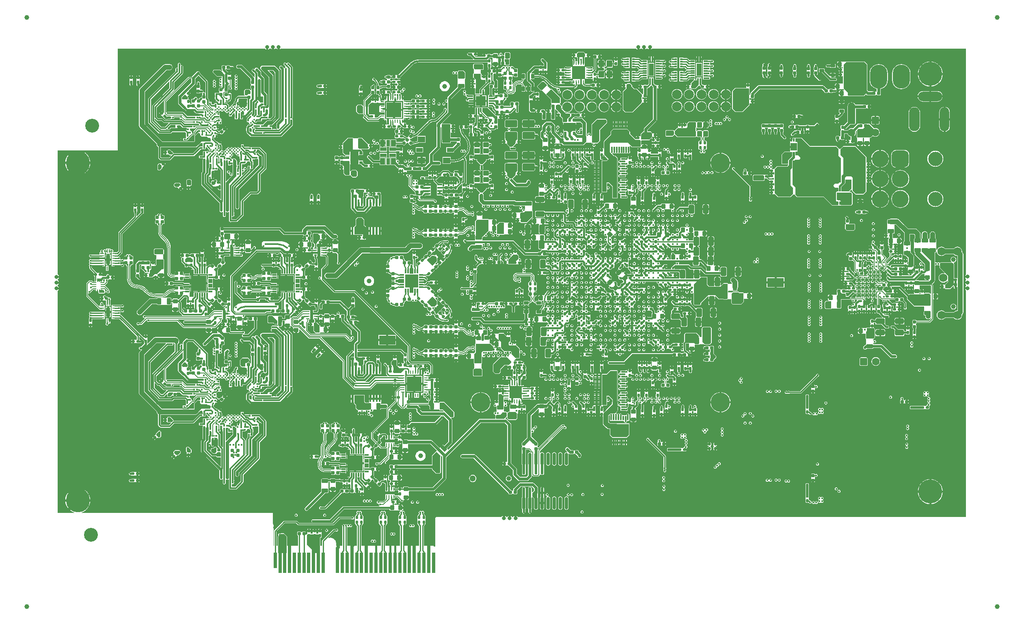
<source format=gbl>
G04 Layer_Physical_Order=14*
G04 Layer_Color=16711680*
%FSLAX44Y44*%
%MOMM*%
G71*
G01*
G75*
%ADD10C,0.3090*%
%ADD11C,0.3000*%
%ADD12C,0.2500*%
%ADD13C,0.2000*%
%ADD14C,0.1500*%
%ADD15C,0.2540*%
%ADD16C,0.1900*%
%ADD17C,0.1100*%
%ADD24R,2.5000X1.7000*%
%ADD25R,0.5000X0.7000*%
G04:AMPARAMS|DCode=26|XSize=0.6mm|YSize=0.6mm|CornerRadius=0.06mm|HoleSize=0mm|Usage=FLASHONLY|Rotation=180.000|XOffset=0mm|YOffset=0mm|HoleType=Round|Shape=RoundedRectangle|*
%AMROUNDEDRECTD26*
21,1,0.6000,0.4800,0,0,180.0*
21,1,0.4800,0.6000,0,0,180.0*
1,1,0.1200,-0.2400,0.2400*
1,1,0.1200,0.2400,0.2400*
1,1,0.1200,0.2400,-0.2400*
1,1,0.1200,-0.2400,-0.2400*
%
%ADD26ROUNDEDRECTD26*%
G04:AMPARAMS|DCode=27|XSize=1.3mm|YSize=0.8mm|CornerRadius=0.1mm|HoleSize=0mm|Usage=FLASHONLY|Rotation=0.000|XOffset=0mm|YOffset=0mm|HoleType=Round|Shape=RoundedRectangle|*
%AMROUNDEDRECTD27*
21,1,1.3000,0.6000,0,0,0.0*
21,1,1.1000,0.8000,0,0,0.0*
1,1,0.2000,0.5500,-0.3000*
1,1,0.2000,-0.5500,-0.3000*
1,1,0.2000,-0.5500,0.3000*
1,1,0.2000,0.5500,0.3000*
%
%ADD27ROUNDEDRECTD27*%
G04:AMPARAMS|DCode=28|XSize=0.6mm|YSize=0.6mm|CornerRadius=0.06mm|HoleSize=0mm|Usage=FLASHONLY|Rotation=270.000|XOffset=0mm|YOffset=0mm|HoleType=Round|Shape=RoundedRectangle|*
%AMROUNDEDRECTD28*
21,1,0.6000,0.4800,0,0,270.0*
21,1,0.4800,0.6000,0,0,270.0*
1,1,0.1200,-0.2400,-0.2400*
1,1,0.1200,-0.2400,0.2400*
1,1,0.1200,0.2400,0.2400*
1,1,0.1200,0.2400,-0.2400*
%
%ADD28ROUNDEDRECTD28*%
G04:AMPARAMS|DCode=29|XSize=0.5mm|YSize=0.6mm|CornerRadius=0.05mm|HoleSize=0mm|Usage=FLASHONLY|Rotation=0.000|XOffset=0mm|YOffset=0mm|HoleType=Round|Shape=RoundedRectangle|*
%AMROUNDEDRECTD29*
21,1,0.5000,0.5000,0,0,0.0*
21,1,0.4000,0.6000,0,0,0.0*
1,1,0.1000,0.2000,-0.2500*
1,1,0.1000,-0.2000,-0.2500*
1,1,0.1000,-0.2000,0.2500*
1,1,0.1000,0.2000,0.2500*
%
%ADD29ROUNDEDRECTD29*%
G04:AMPARAMS|DCode=30|XSize=0.5mm|YSize=0.6mm|CornerRadius=0.05mm|HoleSize=0mm|Usage=FLASHONLY|Rotation=270.000|XOffset=0mm|YOffset=0mm|HoleType=Round|Shape=RoundedRectangle|*
%AMROUNDEDRECTD30*
21,1,0.5000,0.5000,0,0,270.0*
21,1,0.4000,0.6000,0,0,270.0*
1,1,0.1000,-0.2500,-0.2000*
1,1,0.1000,-0.2500,0.2000*
1,1,0.1000,0.2500,0.2000*
1,1,0.1000,0.2500,-0.2000*
%
%ADD30ROUNDEDRECTD30*%
G04:AMPARAMS|DCode=31|XSize=0.5mm|YSize=0.6mm|CornerRadius=0.05mm|HoleSize=0mm|Usage=FLASHONLY|Rotation=315.000|XOffset=0mm|YOffset=0mm|HoleType=Round|Shape=RoundedRectangle|*
%AMROUNDEDRECTD31*
21,1,0.5000,0.5000,0,0,315.0*
21,1,0.4000,0.6000,0,0,315.0*
1,1,0.1000,-0.0354,-0.3182*
1,1,0.1000,-0.3182,-0.0354*
1,1,0.1000,0.0354,0.3182*
1,1,0.1000,0.3182,0.0354*
%
%ADD31ROUNDEDRECTD31*%
G04:AMPARAMS|DCode=32|XSize=0.5mm|YSize=0.6mm|CornerRadius=0.05mm|HoleSize=0mm|Usage=FLASHONLY|Rotation=225.000|XOffset=0mm|YOffset=0mm|HoleType=Round|Shape=RoundedRectangle|*
%AMROUNDEDRECTD32*
21,1,0.5000,0.5000,0,0,225.0*
21,1,0.4000,0.6000,0,0,225.0*
1,1,0.1000,-0.3182,0.0354*
1,1,0.1000,-0.0354,0.3182*
1,1,0.1000,0.3182,-0.0354*
1,1,0.1000,0.0354,-0.3182*
%
%ADD32ROUNDEDRECTD32*%
G04:AMPARAMS|DCode=33|XSize=1mm|YSize=0.9mm|CornerRadius=0.1125mm|HoleSize=0mm|Usage=FLASHONLY|Rotation=90.000|XOffset=0mm|YOffset=0mm|HoleType=Round|Shape=RoundedRectangle|*
%AMROUNDEDRECTD33*
21,1,1.0000,0.6750,0,0,90.0*
21,1,0.7750,0.9000,0,0,90.0*
1,1,0.2250,0.3375,0.3875*
1,1,0.2250,0.3375,-0.3875*
1,1,0.2250,-0.3375,-0.3875*
1,1,0.2250,-0.3375,0.3875*
%
%ADD33ROUNDEDRECTD33*%
G04:AMPARAMS|DCode=34|XSize=1mm|YSize=0.9mm|CornerRadius=0.1125mm|HoleSize=0mm|Usage=FLASHONLY|Rotation=0.000|XOffset=0mm|YOffset=0mm|HoleType=Round|Shape=RoundedRectangle|*
%AMROUNDEDRECTD34*
21,1,1.0000,0.6750,0,0,0.0*
21,1,0.7750,0.9000,0,0,0.0*
1,1,0.2250,0.3875,-0.3375*
1,1,0.2250,-0.3875,-0.3375*
1,1,0.2250,-0.3875,0.3375*
1,1,0.2250,0.3875,0.3375*
%
%ADD34ROUNDEDRECTD34*%
G04:AMPARAMS|DCode=35|XSize=1.3mm|YSize=0.8mm|CornerRadius=0.1mm|HoleSize=0mm|Usage=FLASHONLY|Rotation=270.000|XOffset=0mm|YOffset=0mm|HoleType=Round|Shape=RoundedRectangle|*
%AMROUNDEDRECTD35*
21,1,1.3000,0.6000,0,0,270.0*
21,1,1.1000,0.8000,0,0,270.0*
1,1,0.2000,-0.3000,-0.5500*
1,1,0.2000,-0.3000,0.5500*
1,1,0.2000,0.3000,0.5500*
1,1,0.2000,0.3000,-0.5500*
%
%ADD35ROUNDEDRECTD35*%
%ADD36R,0.7000X0.5000*%
%ADD37R,1.7000X2.5000*%
%ADD42C,1.6000*%
%ADD50C,1.0000*%
G04:AMPARAMS|DCode=58|XSize=0.6mm|YSize=1mm|CornerRadius=0.075mm|HoleSize=0mm|Usage=FLASHONLY|Rotation=0.000|XOffset=0mm|YOffset=0mm|HoleType=Round|Shape=RoundedRectangle|*
%AMROUNDEDRECTD58*
21,1,0.6000,0.8500,0,0,0.0*
21,1,0.4500,1.0000,0,0,0.0*
1,1,0.1500,0.2250,-0.4250*
1,1,0.1500,-0.2250,-0.4250*
1,1,0.1500,-0.2250,0.4250*
1,1,0.1500,0.2250,0.4250*
%
%ADD58ROUNDEDRECTD58*%
%ADD64R,0.6000X0.4500*%
%ADD65R,0.6000X0.3000*%
%ADD66R,0.7000X4.2000*%
%ADD67R,0.7000X3.2000*%
G04:AMPARAMS|DCode=70|XSize=0.6mm|YSize=0.6mm|CornerRadius=0.06mm|HoleSize=0mm|Usage=FLASHONLY|Rotation=315.000|XOffset=0mm|YOffset=0mm|HoleType=Round|Shape=RoundedRectangle|*
%AMROUNDEDRECTD70*
21,1,0.6000,0.4800,0,0,315.0*
21,1,0.4800,0.6000,0,0,315.0*
1,1,0.1200,0.0000,-0.3394*
1,1,0.1200,-0.3394,0.0000*
1,1,0.1200,0.0000,0.3394*
1,1,0.1200,0.3394,0.0000*
%
%ADD70ROUNDEDRECTD70*%
G04:AMPARAMS|DCode=74|XSize=0.6mm|YSize=0.6mm|CornerRadius=0.06mm|HoleSize=0mm|Usage=FLASHONLY|Rotation=45.000|XOffset=0mm|YOffset=0mm|HoleType=Round|Shape=RoundedRectangle|*
%AMROUNDEDRECTD74*
21,1,0.6000,0.4800,0,0,45.0*
21,1,0.4800,0.6000,0,0,45.0*
1,1,0.1200,0.3394,0.0000*
1,1,0.1200,0.0000,-0.3394*
1,1,0.1200,-0.3394,0.0000*
1,1,0.1200,0.0000,0.3394*
%
%ADD74ROUNDEDRECTD74*%
G04:AMPARAMS|DCode=75|XSize=1.3mm|YSize=0.8mm|CornerRadius=0.1mm|HoleSize=0mm|Usage=FLASHONLY|Rotation=225.000|XOffset=0mm|YOffset=0mm|HoleType=Round|Shape=RoundedRectangle|*
%AMROUNDEDRECTD75*
21,1,1.3000,0.6000,0,0,225.0*
21,1,1.1000,0.8000,0,0,225.0*
1,1,0.2000,-0.6010,-0.1768*
1,1,0.2000,0.1768,0.6010*
1,1,0.2000,0.6010,0.1768*
1,1,0.2000,-0.1768,-0.6010*
%
%ADD75ROUNDEDRECTD75*%
G04:AMPARAMS|DCode=76|XSize=1.3mm|YSize=0.8mm|CornerRadius=0.1mm|HoleSize=0mm|Usage=FLASHONLY|Rotation=315.000|XOffset=0mm|YOffset=0mm|HoleType=Round|Shape=RoundedRectangle|*
%AMROUNDEDRECTD76*
21,1,1.3000,0.6000,0,0,315.0*
21,1,1.1000,0.8000,0,0,315.0*
1,1,0.2000,0.1768,-0.6010*
1,1,0.2000,-0.6010,0.1768*
1,1,0.2000,-0.1768,0.6010*
1,1,0.2000,0.6010,-0.1768*
%
%ADD76ROUNDEDRECTD76*%
%ADD85C,0.3500*%
%ADD95C,0.5000*%
%ADD96R,0.6500X0.2000*%
%ADD97R,0.2000X0.6500*%
%ADD98R,0.7500X0.2000*%
G04:AMPARAMS|DCode=108|XSize=1.8mm|YSize=1.15mm|CornerRadius=0.1437mm|HoleSize=0mm|Usage=FLASHONLY|Rotation=270.000|XOffset=0mm|YOffset=0mm|HoleType=Round|Shape=RoundedRectangle|*
%AMROUNDEDRECTD108*
21,1,1.8000,0.8625,0,0,270.0*
21,1,1.5125,1.1500,0,0,270.0*
1,1,0.2875,-0.4313,-0.7562*
1,1,0.2875,-0.4313,0.7562*
1,1,0.2875,0.4313,0.7562*
1,1,0.2875,0.4313,-0.7562*
%
%ADD108ROUNDEDRECTD108*%
G04:AMPARAMS|DCode=117|XSize=1.8mm|YSize=1.15mm|CornerRadius=0.1437mm|HoleSize=0mm|Usage=FLASHONLY|Rotation=180.000|XOffset=0mm|YOffset=0mm|HoleType=Round|Shape=RoundedRectangle|*
%AMROUNDEDRECTD117*
21,1,1.8000,0.8625,0,0,180.0*
21,1,1.5125,1.1500,0,0,180.0*
1,1,0.2875,-0.7562,0.4313*
1,1,0.2875,0.7562,0.4313*
1,1,0.2875,0.7562,-0.4313*
1,1,0.2875,-0.7562,-0.4313*
%
%ADD117ROUNDEDRECTD117*%
%ADD120R,3.5000X1.9000*%
%ADD138R,0.3000X0.9000*%
%ADD139R,0.9000X0.3000*%
%ADD142C,0.4000*%
%ADD143C,0.6000*%
%ADD144C,0.5000*%
%ADD145C,0.7000*%
%ADD146C,0.1000*%
%ADD147C,0.3500*%
%ADD148C,1.2000*%
%ADD149C,0.4500*%
%ADD150C,0.1300*%
%ADD151C,1.0000*%
%ADD152C,0.5500*%
%ADD153C,0.8000*%
%ADD156C,5.0000*%
%ADD157O,3.6000X5.0000*%
%ADD158C,2.0000*%
%ADD159C,3.0000*%
%ADD160C,3.5000*%
G04:AMPARAMS|DCode=161|XSize=3.5mm|YSize=3.5mm|CornerRadius=0.875mm|HoleSize=0mm|Usage=FLASHONLY|Rotation=90.000|XOffset=0mm|YOffset=0mm|HoleType=Round|Shape=RoundedRectangle|*
%AMROUNDEDRECTD161*
21,1,3.5000,1.7500,0,0,90.0*
21,1,1.7500,3.5000,0,0,90.0*
1,1,1.7500,0.8750,0.8750*
1,1,1.7500,0.8750,-0.8750*
1,1,1.7500,-0.8750,-0.8750*
1,1,1.7500,-0.8750,0.8750*
%
%ADD161ROUNDEDRECTD161*%
G04:AMPARAMS|DCode=162|XSize=1.524mm|YSize=1.524mm|CornerRadius=0.1905mm|HoleSize=0mm|Usage=FLASHONLY|Rotation=90.000|XOffset=0mm|YOffset=0mm|HoleType=Round|Shape=RoundedRectangle|*
%AMROUNDEDRECTD162*
21,1,1.5240,1.1430,0,0,90.0*
21,1,1.1430,1.5240,0,0,90.0*
1,1,0.3810,0.5715,0.5715*
1,1,0.3810,0.5715,-0.5715*
1,1,0.3810,-0.5715,-0.5715*
1,1,0.3810,-0.5715,0.5715*
%
%ADD162ROUNDEDRECTD162*%
%ADD163O,2.0000X5.0000*%
%ADD164O,2.2000X5.0000*%
%ADD165O,5.0000X2.0000*%
G04:AMPARAMS|DCode=166|XSize=1.524mm|YSize=1.524mm|CornerRadius=0.1905mm|HoleSize=0mm|Usage=FLASHONLY|Rotation=0.000|XOffset=0mm|YOffset=0mm|HoleType=Round|Shape=RoundedRectangle|*
%AMROUNDEDRECTD166*
21,1,1.5240,1.1430,0,0,0.0*
21,1,1.1430,1.5240,0,0,0.0*
1,1,0.3810,0.5715,-0.5715*
1,1,0.3810,-0.5715,-0.5715*
1,1,0.3810,-0.5715,0.5715*
1,1,0.3810,0.5715,0.5715*
%
%ADD166ROUNDEDRECTD166*%
%ADD167C,0.8000*%
%ADD168C,2.8800*%
%ADD169C,1.7500*%
%ADD170C,1.3000*%
%ADD171C,0.6604*%
%ADD172C,4.0000*%
%ADD173C,0.4000*%
%ADD177C,1.5000*%
%ADD184C,0.3700*%
%ADD185R,1.0000X0.4000*%
%ADD186O,0.7000X2.6000*%
G04:AMPARAMS|DCode=187|XSize=2.2mm|YSize=0.55mm|CornerRadius=0.1375mm|HoleSize=0mm|Usage=FLASHONLY|Rotation=90.000|XOffset=0mm|YOffset=0mm|HoleType=Round|Shape=RoundedRectangle|*
%AMROUNDEDRECTD187*
21,1,2.2000,0.2750,0,0,90.0*
21,1,1.9250,0.5500,0,0,90.0*
1,1,0.2750,0.1375,0.9625*
1,1,0.2750,0.1375,-0.9625*
1,1,0.2750,-0.1375,-0.9625*
1,1,0.2750,-0.1375,0.9625*
%
%ADD187ROUNDEDRECTD187*%
%ADD188R,1.5000X1.2000*%
%ADD189R,1.4000X0.9000*%
G04:AMPARAMS|DCode=190|XSize=1mm|YSize=0.9mm|CornerRadius=0.1125mm|HoleSize=0mm|Usage=FLASHONLY|Rotation=135.000|XOffset=0mm|YOffset=0mm|HoleType=Round|Shape=RoundedRectangle|*
%AMROUNDEDRECTD190*
21,1,1.0000,0.6750,0,0,135.0*
21,1,0.7750,0.9000,0,0,135.0*
1,1,0.2250,-0.0354,0.5127*
1,1,0.2250,0.5127,-0.0354*
1,1,0.2250,0.0354,-0.5127*
1,1,0.2250,-0.5127,0.0354*
%
%ADD190ROUNDEDRECTD190*%
G04:AMPARAMS|DCode=191|XSize=1mm|YSize=0.9mm|CornerRadius=0.1125mm|HoleSize=0mm|Usage=FLASHONLY|Rotation=225.000|XOffset=0mm|YOffset=0mm|HoleType=Round|Shape=RoundedRectangle|*
%AMROUNDEDRECTD191*
21,1,1.0000,0.6750,0,0,225.0*
21,1,0.7750,0.9000,0,0,225.0*
1,1,0.2250,-0.5127,-0.0354*
1,1,0.2250,0.0354,0.5127*
1,1,0.2250,0.5127,0.0354*
1,1,0.2250,-0.0354,-0.5127*
%
%ADD191ROUNDEDRECTD191*%
%ADD192R,1.2000X0.5000*%
%ADD193R,4.0500X4.3000*%
G04:AMPARAMS|DCode=194|XSize=0.6mm|YSize=1mm|CornerRadius=0.075mm|HoleSize=0mm|Usage=FLASHONLY|Rotation=270.000|XOffset=0mm|YOffset=0mm|HoleType=Round|Shape=RoundedRectangle|*
%AMROUNDEDRECTD194*
21,1,0.6000,0.8500,0,0,270.0*
21,1,0.4500,1.0000,0,0,270.0*
1,1,0.1500,-0.4250,-0.2250*
1,1,0.1500,-0.4250,0.2250*
1,1,0.1500,0.4250,0.2250*
1,1,0.1500,0.4250,-0.2250*
%
%ADD194ROUNDEDRECTD194*%
%ADD195R,1.3500X1.6500*%
%ADD196R,0.3000X0.7000*%
%ADD197R,0.9000X0.3500*%
%ADD198R,0.3500X0.9000*%
%ADD199R,1.0000X2.5500*%
%ADD200O,0.9000X0.2500*%
%ADD201O,0.2500X0.9000*%
%ADD202R,2.6000X2.6000*%
%ADD203R,0.3500X0.3000*%
G04:AMPARAMS|DCode=204|XSize=1mm|YSize=1.2mm|CornerRadius=0.125mm|HoleSize=0mm|Usage=FLASHONLY|Rotation=90.000|XOffset=0mm|YOffset=0mm|HoleType=Round|Shape=RoundedRectangle|*
%AMROUNDEDRECTD204*
21,1,1.0000,0.9500,0,0,90.0*
21,1,0.7500,1.2000,0,0,90.0*
1,1,0.2500,0.4750,0.3750*
1,1,0.2500,0.4750,-0.3750*
1,1,0.2500,-0.4750,-0.3750*
1,1,0.2500,-0.4750,0.3750*
%
%ADD204ROUNDEDRECTD204*%
%ADD205R,0.3000X0.3500*%
G04:AMPARAMS|DCode=206|XSize=0.3mm|YSize=0.35mm|CornerRadius=0mm|HoleSize=0mm|Usage=FLASHONLY|Rotation=45.000|XOffset=0mm|YOffset=0mm|HoleType=Round|Shape=Rectangle|*
%AMROTATEDRECTD206*
4,1,4,0.0177,-0.2298,-0.2298,0.0177,-0.0177,0.2298,0.2298,-0.0177,0.0177,-0.2298,0.0*
%
%ADD206ROTATEDRECTD206*%

%ADD207R,0.4000X0.9500*%
%ADD208R,0.9500X0.4000*%
%ADD209R,0.4500X1.4000*%
%ADD210R,2.7000X2.7000*%
%ADD211R,0.2500X0.8000*%
%ADD212R,0.8000X0.2500*%
G04:AMPARAMS|DCode=213|XSize=0.3mm|YSize=0.35mm|CornerRadius=0mm|HoleSize=0mm|Usage=FLASHONLY|Rotation=135.000|XOffset=0mm|YOffset=0mm|HoleType=Round|Shape=Rectangle|*
%AMROTATEDRECTD213*
4,1,4,0.2298,0.0177,-0.0177,-0.2298,-0.2298,-0.0177,0.0177,0.2298,0.2298,0.0177,0.0*
%
%ADD213ROTATEDRECTD213*%

%ADD214R,0.9500X0.3500*%
%ADD215R,0.3500X0.9500*%
G04:AMPARAMS|DCode=216|XSize=1.8mm|YSize=1.2mm|CornerRadius=0.15mm|HoleSize=0mm|Usage=FLASHONLY|Rotation=180.000|XOffset=0mm|YOffset=0mm|HoleType=Round|Shape=RoundedRectangle|*
%AMROUNDEDRECTD216*
21,1,1.8000,0.9000,0,0,180.0*
21,1,1.5000,1.2000,0,0,180.0*
1,1,0.3000,-0.7500,0.4500*
1,1,0.3000,0.7500,0.4500*
1,1,0.3000,0.7500,-0.4500*
1,1,0.3000,-0.7500,-0.4500*
%
%ADD216ROUNDEDRECTD216*%
%ADD217R,1.0000X1.3500*%
%ADD218R,1.3500X0.7000*%
%ADD219R,0.7000X1.3500*%
G04:AMPARAMS|DCode=220|XSize=2.5mm|YSize=1.5mm|CornerRadius=0.1875mm|HoleSize=0mm|Usage=FLASHONLY|Rotation=0.000|XOffset=0mm|YOffset=0mm|HoleType=Round|Shape=RoundedRectangle|*
%AMROUNDEDRECTD220*
21,1,2.5000,1.1250,0,0,0.0*
21,1,2.1250,1.5000,0,0,0.0*
1,1,0.3750,1.0625,-0.5625*
1,1,0.3750,-1.0625,-0.5625*
1,1,0.3750,-1.0625,0.5625*
1,1,0.3750,1.0625,0.5625*
%
%ADD220ROUNDEDRECTD220*%
G04:AMPARAMS|DCode=221|XSize=1.4mm|YSize=1.2mm|CornerRadius=0.15mm|HoleSize=0mm|Usage=FLASHONLY|Rotation=270.000|XOffset=0mm|YOffset=0mm|HoleType=Round|Shape=RoundedRectangle|*
%AMROUNDEDRECTD221*
21,1,1.4000,0.9000,0,0,270.0*
21,1,1.1000,1.2000,0,0,270.0*
1,1,0.3000,-0.4500,-0.5500*
1,1,0.3000,-0.4500,0.5500*
1,1,0.3000,0.4500,0.5500*
1,1,0.3000,0.4500,-0.5500*
%
%ADD221ROUNDEDRECTD221*%
G04:AMPARAMS|DCode=222|XSize=1mm|YSize=1.2mm|CornerRadius=0.125mm|HoleSize=0mm|Usage=FLASHONLY|Rotation=0.000|XOffset=0mm|YOffset=0mm|HoleType=Round|Shape=RoundedRectangle|*
%AMROUNDEDRECTD222*
21,1,1.0000,0.9500,0,0,0.0*
21,1,0.7500,1.2000,0,0,0.0*
1,1,0.2500,0.3750,-0.4750*
1,1,0.2500,-0.3750,-0.4750*
1,1,0.2500,-0.3750,0.4750*
1,1,0.2500,0.3750,0.4750*
%
%ADD222ROUNDEDRECTD222*%
%ADD223R,3.1000X3.1000*%
%ADD224R,2.1000X2.1000*%
%ADD225R,0.3000X0.8500*%
%ADD226R,0.8500X0.3000*%
%ADD227R,3.2000X3.2000*%
%ADD228R,0.2500X0.7500*%
%ADD229R,0.7500X0.2500*%
%ADD230R,0.2500X0.9000*%
%ADD231R,0.9000X0.2500*%
%ADD232R,0.9000X1.9000*%
%ADD233C,0.6500*%
%ADD234C,0.1700*%
%ADD235C,0.2900*%
%ADD236C,0.3100*%
%ADD237C,0.2200*%
%ADD238C,0.3400*%
%ADD239C,0.2400*%
%ADD240C,0.2700*%
%ADD241C,0.2300*%
%ADD242C,0.2580*%
G36*
X940500Y506000D02*
X947000D01*
Y499000D01*
X943750Y495750D01*
Y490250D01*
X943500Y490000D01*
X945250Y488250D01*
X958750D01*
X965250Y481750D01*
X965250Y473750D01*
X965250Y462750D01*
X958093Y462750D01*
X949750Y471093D01*
X949750Y474750D01*
X947500Y477000D01*
X934500Y477000D01*
X927750Y483750D01*
Y496000D01*
X922250Y501500D01*
Y512250D01*
X923500Y513500D01*
X933000D01*
X940500Y506000D01*
D02*
G37*
G36*
X817422Y331061D02*
Y288189D01*
X809000Y279768D01*
X807995Y280773D01*
X807334Y281215D01*
X806553Y281371D01*
X805773Y281215D01*
X805111Y280773D01*
X800869Y276531D01*
X800860Y276518D01*
X800189Y275796D01*
Y275796D01*
X799205Y274812D01*
X784134Y289884D01*
X782811Y290768D01*
X781250Y291078D01*
X781250Y291078D01*
X733402D01*
X733377Y291204D01*
X732907Y291907D01*
X732204Y292377D01*
X731375Y292542D01*
X725260D01*
X719516Y298286D01*
Y299500D01*
X719040Y300648D01*
X717892Y301124D01*
X713892D01*
X712744Y300648D01*
X712269Y299500D01*
Y299335D01*
X706000D01*
Y301750D01*
X701500Y301750D01*
X701044Y302561D01*
Y305540D01*
X701969Y305923D01*
X702445Y307071D01*
Y307277D01*
X705030D01*
Y306196D01*
X705194Y305367D01*
X705664Y304664D01*
X706367Y304195D01*
X707196Y304030D01*
X714946D01*
X715775Y304195D01*
X716478Y304664D01*
X716948Y305367D01*
X717113Y306196D01*
Y307277D01*
X719540D01*
Y307171D01*
X719664Y306547D01*
X720017Y306018D01*
X720547Y305664D01*
X721171Y305540D01*
X725971D01*
X726595Y305664D01*
X727125Y306018D01*
X727478Y306547D01*
X727602Y307171D01*
Y307277D01*
X730790Y307277D01*
Y307171D01*
X730914Y306547D01*
X731267Y306018D01*
X731797Y305664D01*
X732421Y305540D01*
X737221D01*
X737845Y305664D01*
X738374Y306018D01*
X738728Y306547D01*
X738852Y307171D01*
Y311971D01*
X738728Y312596D01*
X738374Y313125D01*
X738321Y313161D01*
X738321Y315982D01*
X738374Y316018D01*
X738728Y316547D01*
X738852Y317171D01*
Y319277D01*
X742017Y322441D01*
X790250D01*
X790250Y322441D01*
X791421Y322674D01*
X792413Y323337D01*
X805663Y336587D01*
X805663Y336587D01*
X806326Y337579D01*
X806559Y338750D01*
X806326Y339921D01*
X805663Y340913D01*
X805006Y341352D01*
X805246Y342295D01*
X806093Y342389D01*
X817422Y331061D01*
D02*
G37*
G36*
X949000Y455000D02*
Y452750D01*
X944250Y448000D01*
X934500D01*
X925750Y439250D01*
Y433500D01*
X922750Y430500D01*
X915250D01*
X911750Y434000D01*
Y449000D01*
X926489Y463740D01*
X940260D01*
X949000Y455000D01*
D02*
G37*
G36*
X776235Y363735D02*
X778711Y361258D01*
Y356500D01*
X778866Y355720D01*
X779308Y355058D01*
X779970Y354616D01*
X780750Y354461D01*
X786750D01*
X786765Y354464D01*
X787750Y354500D01*
X787750Y354500D01*
X787750Y354500D01*
X798668D01*
X798985Y353735D01*
X799750Y353418D01*
X806302D01*
X808214Y351506D01*
X807776Y350630D01*
X807727Y350578D01*
X762939D01*
X759328Y354189D01*
Y356750D01*
X759018Y358311D01*
X758134Y359634D01*
X758134Y359634D01*
X754807Y362961D01*
X755221Y363961D01*
X776141D01*
X776235Y363735D01*
D02*
G37*
G36*
X828750Y349500D02*
Y340500D01*
X827000Y338750D01*
X822500D01*
X806750Y354500D01*
X799750D01*
Y369500D01*
X808750D01*
X828750Y349500D01*
D02*
G37*
G36*
X804889Y257593D02*
X804672Y256500D01*
X804672Y256500D01*
Y212689D01*
X784617Y192634D01*
X734902D01*
X734877Y192760D01*
X734407Y193463D01*
X733704Y193933D01*
X732875Y194098D01*
X725125D01*
X724296Y193933D01*
X723593Y193463D01*
X723123Y192760D01*
X722958Y191931D01*
Y190863D01*
X720374D01*
Y191056D01*
X719898Y192204D01*
X718750Y192680D01*
X714750D01*
X713602Y192204D01*
X713127Y191056D01*
Y190863D01*
X705901D01*
Y193278D01*
X701401D01*
X700945Y194089D01*
Y195749D01*
X701651Y196457D01*
X705651D01*
Y196457D01*
X705728Y196508D01*
X706151Y196333D01*
X706651D01*
Y199957D01*
Y203580D01*
X706151D01*
X705728Y203405D01*
X705651Y203457D01*
Y203457D01*
X701894Y203457D01*
X700945Y204164D01*
Y206415D01*
X701276D01*
X701407Y206441D01*
X702401Y206457D01*
X702401Y206457D01*
X702401Y206457D01*
X710401D01*
X710401Y206457D01*
X711394Y206441D01*
X711526Y206415D01*
X712901D01*
Y212457D01*
Y218498D01*
X711526D01*
X711394Y218472D01*
X710401Y218457D01*
X710401Y218457D01*
X710401Y218457D01*
X702401D01*
X702401Y218457D01*
X701407Y218472D01*
X701276Y218498D01*
X700945D01*
Y220676D01*
X701051D01*
X701675Y220800D01*
X702204Y221153D01*
X702240Y221207D01*
X705061Y221207D01*
X705097Y221153D01*
X705627Y220800D01*
X706251Y220676D01*
X706651D01*
Y224707D01*
Y228738D01*
X706251D01*
X705627Y228614D01*
X705097Y228260D01*
X705061Y228207D01*
X702240D01*
X702204Y228260D01*
X701675Y228614D01*
X701051Y228738D01*
X700945D01*
Y231675D01*
X701051D01*
X701675Y231800D01*
X702204Y232153D01*
X702240Y232207D01*
X705061D01*
X705097Y232153D01*
X705627Y231800D01*
X706251Y231675D01*
X708414D01*
X708651Y231628D01*
X783418D01*
Y230500D01*
X783418Y230500D01*
X783735Y229735D01*
X791985Y221485D01*
X792750Y221168D01*
X799500D01*
X799500Y221168D01*
X800265Y221485D01*
X800266Y221485D01*
X801515Y222735D01*
X801832Y223500D01*
Y228250D01*
X801832Y228250D01*
X801832Y228250D01*
Y255902D01*
X802311Y256704D01*
Y256704D01*
X804044Y258438D01*
X804889Y257593D01*
D02*
G37*
G36*
X651250Y233750D02*
X642750D01*
Y241750D01*
X651250D01*
Y233750D01*
D02*
G37*
G36*
Y243750D02*
X642750D01*
Y251750D01*
X651250D01*
Y243750D01*
D02*
G37*
G36*
X939500Y347500D02*
Y341000D01*
X934000Y335500D01*
X918250Y335500D01*
X916500Y337250D01*
X916500Y342500D01*
X918250Y344250D01*
X925500Y344250D01*
X930500Y349250D01*
X937750D01*
X939500Y347500D01*
D02*
G37*
G36*
X800750Y258500D02*
Y223500D01*
X799500Y222250D01*
X792750D01*
X791250Y223750D01*
X784500Y230500D01*
Y258750D01*
X791250Y265500D01*
X793750D01*
X800750Y258500D01*
D02*
G37*
G36*
X971645Y450062D02*
X972037Y448964D01*
X971674Y448420D01*
X971441Y447250D01*
X971640Y446250D01*
X971117Y445250D01*
X968750D01*
Y445250D01*
X968673Y445199D01*
X968250Y445374D01*
X967750D01*
Y441750D01*
Y438126D01*
X968250D01*
X968673Y438302D01*
X968750Y438250D01*
Y438250D01*
X972691D01*
Y435384D01*
X972197Y435053D01*
X971843Y434524D01*
X971719Y433900D01*
Y432294D01*
X969798Y430373D01*
X968874Y430756D01*
Y434000D01*
X968398Y435148D01*
X967250Y435624D01*
D01*
Y431500D01*
X965250D01*
Y429500D01*
X961626D01*
Y429000D01*
X961802Y428577D01*
X961750Y428500D01*
X961750D01*
Y424500D01*
X961750D01*
X961802Y424423D01*
X961626Y424000D01*
Y419000D01*
X962102Y417852D01*
X962191Y417815D01*
Y416112D01*
X961191Y415577D01*
X961128Y415620D01*
X960250Y415794D01*
X959372Y415620D01*
X958628Y415122D01*
X958565Y415027D01*
X957564Y415331D01*
Y417507D01*
X958398Y417852D01*
X958874Y419000D01*
Y424000D01*
X958699Y424423D01*
X958750Y424500D01*
X958750D01*
Y428500D01*
X958750D01*
X958699Y428577D01*
X958874Y429000D01*
Y434000D01*
X958398Y435148D01*
X957564Y435493D01*
Y438469D01*
X957650D01*
X958274Y438593D01*
X958803Y438946D01*
X959157Y439476D01*
X959281Y440100D01*
Y444900D01*
X959157Y445524D01*
X958803Y446054D01*
X958274Y446407D01*
X957650Y446531D01*
X957564D01*
Y449376D01*
X959250D01*
X959673Y449552D01*
X959750Y449500D01*
Y449500D01*
X963750D01*
Y449500D01*
X963827Y449552D01*
X964250Y449376D01*
X969250D01*
X970398Y449852D01*
X970453Y449984D01*
X971079Y450174D01*
X971645Y450062D01*
D02*
G37*
G36*
X932500Y383000D02*
Y355500D01*
X922250Y355500D01*
Y386000D01*
X923250Y387000D01*
X928500Y387000D01*
X932500Y383000D01*
D02*
G37*
G36*
X549000Y94500D02*
X550000Y93500D01*
X550000Y55500D01*
X539750Y55500D01*
X533000D01*
X533000Y62250D01*
X522500Y72750D01*
X522500Y93500D01*
X523500Y94500D01*
X549000Y94500D01*
D02*
G37*
G36*
X960250Y347500D02*
Y336500D01*
X958000Y334250D01*
X943500Y334250D01*
X941250Y336500D01*
X941250Y347250D01*
X943500Y349500D01*
X958250D01*
X960250Y347500D01*
D02*
G37*
G36*
X480000Y89500D02*
Y55500D01*
X463000D01*
Y89500D01*
X468750Y95250D01*
X474250D01*
X480000Y89500D01*
D02*
G37*
G36*
X935250Y376206D02*
X941750D01*
X942275Y376310D01*
X942369Y376263D01*
X943013Y375619D01*
X943060Y375525D01*
X942956Y375000D01*
Y373750D01*
X945250D01*
Y371750D01*
X947250D01*
Y367376D01*
X947385Y367413D01*
X948115D01*
X948306Y367360D01*
X948628Y366878D01*
X949135Y366539D01*
X948867Y365539D01*
X947250D01*
X946470Y365384D01*
X945808Y364942D01*
X945366Y364280D01*
X945211Y363500D01*
Y357500D01*
X945214Y357485D01*
X945250Y356500D01*
X945250Y356500D01*
X945250Y356500D01*
Y350582D01*
X943500D01*
X943500Y350583D01*
X942735Y350265D01*
X942735Y350265D01*
X941153Y348684D01*
X941068Y348644D01*
X939793Y348738D01*
X938515Y350015D01*
X937750Y350332D01*
X933500D01*
Y355301D01*
X933582Y355500D01*
Y361415D01*
X934582Y361718D01*
X934837Y361337D01*
X935829Y360674D01*
X937000Y360441D01*
X938170Y360674D01*
X939163Y361337D01*
X939826Y362329D01*
X940059Y363500D01*
X939826Y364670D01*
X939163Y365663D01*
X939033Y365750D01*
Y366750D01*
X939163Y366837D01*
X939826Y367830D01*
X940059Y369000D01*
X939826Y370171D01*
X939163Y371163D01*
X938170Y371826D01*
X937000Y372059D01*
X935829Y371826D01*
X934837Y371163D01*
X934582Y370782D01*
X933582Y371085D01*
Y375706D01*
X933875Y375956D01*
X934582Y376339D01*
X935250Y376206D01*
D02*
G37*
G36*
X783750Y362000D02*
X783500Y361750D01*
X779750D01*
X777000Y364500D01*
Y371750D01*
X781000Y375750D01*
X783750D01*
Y362000D01*
D02*
G37*
G36*
X453754Y1106790D02*
X453900Y1106819D01*
X455719Y1108035D01*
X455991Y1108441D01*
X459517D01*
X459789Y1108035D01*
X461608Y1106819D01*
X461754Y1106790D01*
Y1112000D01*
X465754D01*
Y1106790D01*
X465900Y1106819D01*
X467719Y1108035D01*
X467991Y1108441D01*
X1209350D01*
X1209789Y1107785D01*
X1211608Y1106569D01*
X1211754Y1106540D01*
Y1111750D01*
X1215754D01*
Y1106540D01*
X1215900Y1106569D01*
X1217719Y1107785D01*
X1218158Y1108441D01*
X1221350D01*
X1221789Y1107785D01*
X1223608Y1106569D01*
X1223754Y1106540D01*
Y1111750D01*
X1227754D01*
Y1106540D01*
X1227900Y1106569D01*
X1229719Y1107785D01*
X1230158Y1108441D01*
X1233350D01*
X1233789Y1107785D01*
X1235608Y1106569D01*
X1235754Y1106540D01*
Y1111750D01*
X1239754D01*
Y1106540D01*
X1239900Y1106569D01*
X1241719Y1107785D01*
X1242158Y1108441D01*
X1896941D01*
Y636658D01*
X1896285Y636219D01*
X1895069Y634399D01*
X1895040Y634254D01*
X1900250D01*
Y630254D01*
X1895040D01*
X1895069Y630108D01*
X1896285Y628288D01*
X1896941Y627850D01*
Y624658D01*
X1896285Y624219D01*
X1895069Y622399D01*
X1895040Y622254D01*
X1900250D01*
Y618254D01*
X1895040D01*
X1895069Y618108D01*
X1896285Y616288D01*
X1896941Y615849D01*
Y612658D01*
X1896285Y612219D01*
X1895069Y610400D01*
X1895040Y610253D01*
X1900250D01*
Y606254D01*
X1895040D01*
X1895069Y606108D01*
X1896285Y604288D01*
X1896941Y603849D01*
Y130559D01*
X962409D01*
X961469Y131965D01*
X959650Y133181D01*
X959504Y133210D01*
Y128000D01*
X955504D01*
Y133210D01*
X955358Y133181D01*
X953538Y131965D01*
X952598Y130559D01*
X950409D01*
X949469Y131965D01*
X947650Y133181D01*
X947504Y133210D01*
Y128000D01*
X943504D01*
Y133210D01*
X943358Y133181D01*
X941538Y131965D01*
X940599Y130559D01*
X938409D01*
X937469Y131965D01*
X935650Y133181D01*
X935504Y133210D01*
Y128000D01*
X931504D01*
Y133210D01*
X931358Y133181D01*
X929538Y131965D01*
X928598Y130559D01*
X793000D01*
X791830Y130326D01*
X790837Y129663D01*
X790174Y128670D01*
X789941Y127500D01*
Y70000D01*
X766294D01*
Y111550D01*
X768122Y113378D01*
X768620Y114122D01*
X768794Y115000D01*
Y115498D01*
X769648Y115852D01*
X770124Y117000D01*
Y122000D01*
X769949Y122423D01*
X770000Y122500D01*
X770000D01*
Y126500D01*
X770000D01*
X769949Y126577D01*
X770124Y127000D01*
Y132000D01*
X769648Y133148D01*
X768794Y133502D01*
Y134000D01*
X768620Y134878D01*
X768122Y135622D01*
X766294Y137450D01*
Y138033D01*
X766826Y138829D01*
X767059Y140000D01*
X766826Y141171D01*
X766163Y142163D01*
X765171Y142826D01*
X764000Y143059D01*
X762830Y142826D01*
X761837Y142163D01*
X761163D01*
X760171Y142826D01*
X759000Y143059D01*
X757830Y142826D01*
X756837Y142163D01*
X756174Y141171D01*
X755941Y140000D01*
X756174Y138829D01*
X756706Y138033D01*
Y137450D01*
X754878Y135622D01*
X754381Y134878D01*
X754206Y134000D01*
Y133502D01*
X753352Y133148D01*
X752876Y132000D01*
Y127000D01*
X753052Y126577D01*
X753000Y126500D01*
X753000D01*
Y122500D01*
X753000D01*
X753052Y122423D01*
X752876Y122000D01*
Y117000D01*
X753352Y115852D01*
X754206Y115498D01*
Y115000D01*
X754381Y114122D01*
X754878Y113378D01*
X756706Y111550D01*
Y70000D01*
X726294D01*
Y111550D01*
X728122Y113378D01*
X728619Y114122D01*
X728794Y115000D01*
Y115498D01*
X729648Y115852D01*
X730124Y117000D01*
Y122000D01*
X729949Y122423D01*
X730000Y122500D01*
X730000D01*
Y126500D01*
X730000D01*
X729949Y126577D01*
X730124Y127000D01*
Y132000D01*
X729648Y133148D01*
X728794Y133502D01*
Y134000D01*
X728620Y134878D01*
X728122Y135622D01*
X726294Y137450D01*
Y138033D01*
X726826Y138829D01*
X727059Y140000D01*
X726826Y141171D01*
X726163Y142163D01*
X725171Y142826D01*
X724000Y143059D01*
X722830Y142826D01*
X721837Y142163D01*
X721163D01*
X720262Y142765D01*
X720257Y142836D01*
X720875Y143764D01*
X721704Y143930D01*
X722407Y144399D01*
X722877Y145102D01*
X723042Y145931D01*
Y147806D01*
X717500D01*
Y149806D01*
X715500D01*
Y155848D01*
X714125D01*
X713994Y155822D01*
X713000Y155806D01*
X713000Y155806D01*
X713000Y155806D01*
X705000D01*
X704544Y156617D01*
Y157348D01*
X705250Y158056D01*
X709250D01*
Y158056D01*
X709327Y158108D01*
X709750Y157933D01*
X710250D01*
Y161556D01*
Y165180D01*
X709750D01*
X709327Y165005D01*
X709250Y165056D01*
Y165056D01*
X705250Y165056D01*
Y165056D01*
X705173Y165005D01*
X704750Y165180D01*
X701871D01*
X700945Y166106D01*
Y167467D01*
X701401Y168278D01*
X701945Y168278D01*
X705901D01*
Y170989D01*
X711627D01*
X717720Y164896D01*
X717691Y164750D01*
X717924Y163580D01*
X718587Y162587D01*
X719579Y161924D01*
X720750Y161691D01*
X721920Y161924D01*
X722913Y162587D01*
X723576Y163580D01*
X723809Y164750D01*
X723682Y165387D01*
X723893Y165659D01*
X724548Y166129D01*
X725125Y166014D01*
X727000D01*
Y171556D01*
X729000D01*
Y173556D01*
X735042D01*
Y174931D01*
X735015Y175063D01*
X735000Y176056D01*
X735000Y176056D01*
X735000Y176056D01*
Y184056D01*
X735825Y184478D01*
X786306D01*
X786306Y184478D01*
X787867Y184788D01*
X789190Y185672D01*
X811634Y208116D01*
X811634Y208116D01*
X812518Y209439D01*
X812828Y211000D01*
Y254811D01*
X813134Y255116D01*
X813134Y255116D01*
X885189Y327172D01*
X934811D01*
X940422Y321561D01*
Y245250D01*
X937500D01*
Y245250D01*
X937423Y245198D01*
X937000Y245374D01*
X936500D01*
Y241750D01*
Y238126D01*
X937000D01*
X937423Y238302D01*
X937500Y238250D01*
Y238250D01*
X941500D01*
X941500Y238250D01*
X942000Y238126D01*
X942102Y238126D01*
X942422Y238061D01*
X951922Y228561D01*
Y219750D01*
X951922Y219750D01*
X952232Y218189D01*
X953116Y216866D01*
X962866Y207116D01*
X962866Y207116D01*
X964189Y206232D01*
X965750Y205922D01*
X981500D01*
X981500Y205922D01*
X983061Y206232D01*
X984384Y207116D01*
X990584Y213316D01*
X991468Y214639D01*
X991778Y216200D01*
X991778Y216200D01*
Y216924D01*
X992778Y217338D01*
X994558Y215558D01*
X995220Y215116D01*
X996000Y214961D01*
X996000Y214961D01*
X1004500D01*
X1005280Y215116D01*
X1005942Y215558D01*
X1007942Y217558D01*
X1008384Y218220D01*
X1008539Y219000D01*
Y219009D01*
X1008698Y219115D01*
X1010013Y218913D01*
X1010798Y218388D01*
X1011725Y218203D01*
X1014475D01*
X1015402Y218388D01*
X1016187Y218913D01*
X1016712Y219698D01*
X1016897Y220625D01*
Y239875D01*
X1016896Y239880D01*
X1017139Y240244D01*
X1017488Y242000D01*
Y261000D01*
X1017139Y262756D01*
X1016144Y264244D01*
X1014656Y265239D01*
X1012900Y265588D01*
X1011144Y265239D01*
X1009656Y264244D01*
X1009539Y264070D01*
X1008539Y264373D01*
Y268155D01*
X1055345Y314961D01*
X1058254D01*
X1058337Y314837D01*
X1059330Y314174D01*
X1060500Y313941D01*
X1061671Y314174D01*
X1062663Y314837D01*
X1063326Y315830D01*
X1063559Y317000D01*
X1063326Y318171D01*
X1062663Y319163D01*
X1061671Y319826D01*
X1060876Y319984D01*
X1060041Y320909D01*
X1060059Y321000D01*
X1059826Y322170D01*
X1059163Y323163D01*
X1058170Y323826D01*
X1057000Y324059D01*
X1055829Y323826D01*
X1054837Y323163D01*
X1054754Y323039D01*
X1054258D01*
X1054257Y323039D01*
X1053477Y322884D01*
X1052815Y322442D01*
X1052815Y322442D01*
X1005231Y274858D01*
X1004231Y275026D01*
Y275100D01*
X1004107Y275724D01*
X1003754Y276254D01*
X1003700Y276289D01*
Y279111D01*
X1003754Y279146D01*
X1004107Y279676D01*
X1004231Y280300D01*
Y280634D01*
X1004439Y280944D01*
X1004788Y282700D01*
X1004439Y284456D01*
X1004231Y284767D01*
Y285100D01*
X1004107Y285724D01*
X1003754Y286254D01*
X1003224Y286607D01*
X1002672Y286717D01*
X991994Y297394D01*
X990838Y298167D01*
Y306058D01*
X991838Y306623D01*
X992750Y306441D01*
X993921Y306674D01*
X994913Y307337D01*
X995576Y308330D01*
X995809Y309500D01*
X995615Y310473D01*
X995659Y310784D01*
X996203Y311532D01*
X996920Y311674D01*
X997913Y312337D01*
X998576Y313330D01*
X998809Y314500D01*
X998761Y314741D01*
X999293Y315273D01*
X999636Y315468D01*
X1000670Y315674D01*
X1001663Y316337D01*
X1002326Y317330D01*
X1002559Y318500D01*
X1002326Y319671D01*
X1001663Y320663D01*
X1000670Y321326D01*
X999500Y321559D01*
X998329Y321326D01*
X997337Y320663D01*
X996674Y319671D01*
X996441Y318500D01*
X996489Y318260D01*
X995957Y317728D01*
X995614Y317532D01*
X994579Y317326D01*
X993587Y316663D01*
X992924Y315671D01*
X992691Y314500D01*
X992885Y313528D01*
X992841Y313216D01*
X992297Y312469D01*
X991838Y312377D01*
X990838Y312942D01*
Y341850D01*
X1005250Y356261D01*
X1006250Y355847D01*
Y349000D01*
X1006250Y349000D01*
X1006235Y348006D01*
X1006208Y347875D01*
Y346500D01*
X1018292D01*
Y347875D01*
X1018266Y348006D01*
X1018250Y349000D01*
X1018250Y349000D01*
X1018250Y349000D01*
Y357000D01*
X1019079Y357412D01*
X1021250D01*
X1023006Y357761D01*
X1024494Y358756D01*
X1025489Y360244D01*
X1025838Y362000D01*
X1025795Y362219D01*
X1029250Y365674D01*
X1034191Y360733D01*
Y357435D01*
X1034102Y357398D01*
X1033626Y356250D01*
Y351250D01*
X1033801Y350827D01*
X1033750Y350750D01*
X1033750D01*
Y346750D01*
X1033750D01*
X1033801Y346673D01*
X1033626Y346250D01*
Y345750D01*
X1040874D01*
Y346250D01*
X1040698Y346673D01*
X1040750Y346750D01*
X1040750D01*
Y350750D01*
X1040750D01*
X1040698Y350827D01*
X1040874Y351250D01*
Y356250D01*
X1040398Y357398D01*
X1040309Y357435D01*
Y360733D01*
X1045971Y366395D01*
X1047211Y365155D01*
Y360107D01*
X1046102Y359648D01*
X1045626Y358500D01*
Y353500D01*
X1045801Y353077D01*
X1045750Y353000D01*
X1045750D01*
Y349000D01*
X1045750D01*
X1045801Y348923D01*
X1045626Y348500D01*
Y348000D01*
X1049250D01*
X1052874D01*
Y348500D01*
X1052699Y348923D01*
X1052750Y349000D01*
X1052750D01*
Y353000D01*
X1052750D01*
X1052699Y353077D01*
X1052874Y353500D01*
Y358500D01*
X1052398Y359648D01*
X1051289Y360107D01*
Y366000D01*
X1051134Y366780D01*
X1050692Y367442D01*
X1050692Y367442D01*
X1048280Y369854D01*
X1048309Y370000D01*
X1048076Y371171D01*
X1047413Y372163D01*
X1046421Y372826D01*
X1045250Y373059D01*
X1044080Y372826D01*
X1043087Y372163D01*
X1037250Y366326D01*
X1032855Y370721D01*
X1034692Y372558D01*
X1034692Y372558D01*
X1035134Y373220D01*
X1035289Y374000D01*
X1035289Y374000D01*
Y374591D01*
X1036289Y375132D01*
X1037250Y374941D01*
X1038421Y375174D01*
X1039413Y375837D01*
X1040076Y376829D01*
X1040309Y378000D01*
X1040076Y379170D01*
X1039413Y380163D01*
X1038464Y380797D01*
X1038415Y381048D01*
X1038395Y381851D01*
X1038398Y381852D01*
X1038874Y383000D01*
Y388000D01*
X1038699Y388423D01*
X1038750Y388500D01*
X1038750D01*
Y392500D01*
X1038750D01*
X1038699Y392577D01*
X1038874Y393000D01*
Y393500D01*
X1031626D01*
Y393000D01*
X1031802Y392577D01*
X1031750Y392500D01*
X1031750D01*
Y388500D01*
X1031750D01*
X1031802Y388423D01*
X1031626Y388000D01*
Y386670D01*
X1031366Y386280D01*
X1031211Y385500D01*
Y381409D01*
X1030211Y380868D01*
X1029250Y381059D01*
X1028080Y380826D01*
X1027087Y380163D01*
X1026424Y379170D01*
X1026191Y378000D01*
X1026424Y376829D01*
X1027087Y375837D01*
X1028080Y375174D01*
X1029250Y374941D01*
X1030053Y375101D01*
X1030545Y374179D01*
X1029396Y373030D01*
X1029250Y373059D01*
X1028080Y372826D01*
X1027087Y372163D01*
X1021469Y366545D01*
X1021250Y366588D01*
X1017386D01*
X1016954Y366877D01*
X1016125Y367042D01*
X1008375D01*
X1007546Y366877D01*
X1007114Y366588D01*
X1004500D01*
X1002744Y366239D01*
X1001256Y365244D01*
X983006Y346994D01*
X982011Y345506D01*
X981662Y343750D01*
Y296050D01*
X972328Y286717D01*
X971776Y286607D01*
X971246Y286254D01*
X970893Y285724D01*
X970769Y285100D01*
Y284767D01*
X970561Y284456D01*
X970212Y282700D01*
X970561Y280944D01*
X970769Y280634D01*
Y280300D01*
X970893Y279676D01*
X971246Y279146D01*
X971300Y279111D01*
Y276289D01*
X971246Y276254D01*
X970893Y275724D01*
X970769Y275100D01*
Y272936D01*
X970722Y272700D01*
Y262996D01*
X970561Y262756D01*
X970212Y261000D01*
Y242000D01*
X970561Y240244D01*
X971204Y239283D01*
Y220625D01*
X971388Y219698D01*
X971913Y218913D01*
X972698Y218388D01*
X973625Y218203D01*
X976375D01*
X977302Y218388D01*
X978087Y218913D01*
X978612Y219698D01*
X978796Y220625D01*
Y239875D01*
X978795Y239880D01*
X979039Y240244D01*
X979388Y242000D01*
Y261000D01*
X979039Y262756D01*
X978878Y262996D01*
Y270661D01*
X985705D01*
X991271Y265095D01*
X990634Y264318D01*
X989256Y265239D01*
X987500Y265588D01*
X985744Y265239D01*
X984256Y264244D01*
X983261Y262756D01*
X982912Y261000D01*
Y242000D01*
X983261Y240244D01*
X983422Y240004D01*
Y237000D01*
X983622Y235994D01*
Y230250D01*
Y217889D01*
X979811Y214078D01*
X967439D01*
X960078Y221439D01*
Y230250D01*
X960078Y230250D01*
X959768Y231811D01*
X958884Y233134D01*
X958884Y233134D01*
X948624Y243394D01*
Y243750D01*
X948578Y243859D01*
Y323250D01*
X948578Y323250D01*
X948268Y324811D01*
X947384Y326134D01*
X947384Y326134D01*
X939384Y334134D01*
X938061Y335018D01*
X936728Y335283D01*
X936397Y335936D01*
X936334Y336303D01*
X939244Y339213D01*
X940168Y338830D01*
X940168Y336500D01*
X940168Y336500D01*
X940485Y335735D01*
X940485Y335735D01*
X942735Y333485D01*
X942735Y333485D01*
X943237Y333276D01*
X943500Y333168D01*
X958000Y333168D01*
X958765Y333485D01*
X958765Y333485D01*
X961015Y335735D01*
X961332Y336500D01*
Y346315D01*
X962332Y346757D01*
X963250Y346376D01*
Y350500D01*
X965250D01*
Y352500D01*
X968874D01*
Y352551D01*
X968874Y352551D01*
X968874Y353000D01*
X968782Y353372D01*
X968750Y354173D01*
X968750Y357441D01*
X970250D01*
X970250Y357441D01*
X972000D01*
Y353500D01*
X972000D01*
X972052Y353423D01*
X971876Y353000D01*
Y352500D01*
X979124D01*
Y353000D01*
X978949Y353423D01*
X979000Y353500D01*
X979000D01*
Y357500D01*
X979000D01*
X979124Y358000D01*
X979124Y358449D01*
Y363000D01*
X978648Y364148D01*
X977500Y364624D01*
X973500D01*
X972352Y364148D01*
X972108Y363559D01*
X970250D01*
X970250Y363559D01*
X968642D01*
X968398Y364148D01*
X968309Y364185D01*
Y365888D01*
X969309Y366423D01*
X969372Y366381D01*
X970250Y366206D01*
X971128Y366381D01*
X971872Y366878D01*
X972370Y367622D01*
X972544Y368500D01*
Y369750D01*
X970250D01*
Y373750D01*
X972544D01*
Y375000D01*
X972470Y375371D01*
X973241Y376237D01*
X973500Y376186D01*
X988257D01*
X988602Y375352D01*
X989750Y374877D01*
X994750D01*
X995173Y375052D01*
X995250Y375000D01*
Y375000D01*
X999250D01*
Y375000D01*
X999327Y375052D01*
X999750Y374876D01*
X1000250D01*
Y378500D01*
Y382124D01*
X999750D01*
X999327Y381949D01*
X999250Y382000D01*
Y382000D01*
X995717D01*
X994933Y382869D01*
X995059Y383500D01*
X994920Y384197D01*
X994882Y384407D01*
X995432Y385101D01*
X995641Y385250D01*
X998577D01*
X999378Y385218D01*
X999750Y385126D01*
X1000199Y385126D01*
X1000199Y385126D01*
X1000250D01*
Y388750D01*
Y392374D01*
X999750D01*
X999327Y392198D01*
X999250Y392250D01*
Y392250D01*
X995717D01*
X994933Y393119D01*
X995059Y393750D01*
X994933Y394381D01*
X995717Y395250D01*
X999250D01*
Y395250D01*
X999327Y395302D01*
X999750Y395126D01*
X1000250D01*
Y398750D01*
Y402374D01*
X999750D01*
X999327Y402198D01*
X999250Y402250D01*
Y402250D01*
X995250D01*
Y402250D01*
X995173Y402198D01*
X994750Y402374D01*
X989750D01*
X988602Y401898D01*
X988153Y400815D01*
X982081D01*
X981873Y401500D01*
X977000D01*
Y403500D01*
X975000D01*
Y405794D01*
X974089D01*
X973425Y406395D01*
X973252Y406715D01*
X973309Y407000D01*
X973309Y414733D01*
X976044Y417469D01*
X978150D01*
X978774Y417593D01*
X979304Y417947D01*
X979657Y418476D01*
X979781Y419100D01*
Y423900D01*
X979657Y424524D01*
X979304Y425054D01*
X979250Y425089D01*
Y427911D01*
X979304Y427947D01*
X979657Y428476D01*
X979781Y429100D01*
Y433900D01*
X979657Y434524D01*
X979304Y435053D01*
X978809Y435384D01*
Y438358D01*
X979398Y438602D01*
X979874Y439750D01*
Y443750D01*
X979398Y444898D01*
X978809Y445142D01*
Y446000D01*
X978809Y446000D01*
X978576Y447170D01*
X977913Y448163D01*
X977913Y448163D01*
X976663Y449413D01*
X975670Y450076D01*
X975105Y450188D01*
X974713Y451286D01*
X975076Y451829D01*
X975309Y453000D01*
X975076Y454171D01*
X974413Y455163D01*
X973421Y455826D01*
X972250Y456059D01*
X971079Y455826D01*
X970453Y456016D01*
X970398Y456148D01*
X969250Y456624D01*
X964250D01*
X963827Y456449D01*
X963750Y456500D01*
Y456500D01*
X959750D01*
Y456500D01*
X959673Y456449D01*
X959250Y456624D01*
X954894D01*
X954480Y457624D01*
X958524Y461668D01*
X965250Y461668D01*
X966015Y461985D01*
X966016Y461985D01*
X966333Y462750D01*
X966332Y472221D01*
X967333Y472756D01*
X967829Y472424D01*
X969000Y472191D01*
X970171Y472424D01*
X971163Y473087D01*
X971826Y474079D01*
X972059Y475250D01*
X971826Y476420D01*
X971163Y477413D01*
X970171Y478076D01*
X969000Y478309D01*
X967829Y478076D01*
X967332Y477744D01*
X966332Y478278D01*
X966332Y481750D01*
X966015Y482515D01*
X959515Y489015D01*
X958750Y489332D01*
Y492250D01*
X958750D01*
X958699Y492327D01*
X958874Y492750D01*
Y493250D01*
X955250D01*
X951626D01*
Y492750D01*
X951802Y492327D01*
X951750Y492250D01*
X951750D01*
Y489332D01*
X949709D01*
X949406Y490332D01*
X949413Y490337D01*
X950076Y491329D01*
X950309Y492500D01*
X950076Y493671D01*
X949413Y494663D01*
X948420Y495326D01*
X947250Y495559D01*
X946318Y495373D01*
X945743Y496212D01*
X947765Y498235D01*
X948082Y499000D01*
Y506000D01*
X947765Y506765D01*
X947000Y507082D01*
Y510000D01*
X947000D01*
X946948Y510077D01*
X947124Y510500D01*
Y511000D01*
X943500D01*
X939876D01*
Y510921D01*
X939876Y510500D01*
X940000Y510000D01*
X939807Y509605D01*
X938679Y509352D01*
X933765Y514265D01*
X933000Y514582D01*
X923500D01*
X922735Y514265D01*
X922735Y514265D01*
X921969Y513500D01*
X915500D01*
X915500Y513500D01*
X914506Y513516D01*
X914375Y513542D01*
X913000D01*
Y507500D01*
Y501458D01*
X914375D01*
X914506Y501484D01*
X915500Y501500D01*
X915500Y501500D01*
X915500Y501500D01*
X921168D01*
X921485Y500735D01*
X923795Y498424D01*
X923413Y497500D01*
X922250D01*
X922250Y497500D01*
X921256Y497515D01*
X921125Y497542D01*
X919750D01*
Y491500D01*
Y485458D01*
X921125D01*
X921256Y485485D01*
X922250Y485500D01*
X922250Y485500D01*
X922250Y485500D01*
X926668D01*
Y483750D01*
X926985Y482985D01*
X933735Y476235D01*
X933939Y475067D01*
X933674Y474670D01*
X933441Y473500D01*
X933674Y472329D01*
X934337Y471337D01*
X935330Y470674D01*
X936500Y470441D01*
X937671Y470674D01*
X938663Y471337D01*
X939326Y472329D01*
X939559Y473500D01*
X939326Y474670D01*
X939161Y474918D01*
X939696Y475918D01*
X943305Y475918D01*
X943839Y474918D01*
X943674Y474670D01*
X943441Y473500D01*
X943674Y472329D01*
X944337Y471337D01*
X945074Y470845D01*
X945324Y469891D01*
X944725Y469235D01*
X943725Y469320D01*
X943663Y469413D01*
X942671Y470076D01*
X941500Y470309D01*
X940330Y470076D01*
X939337Y469413D01*
X938674Y468420D01*
X938441Y467250D01*
X938674Y466079D01*
X938846Y465822D01*
X938312Y464822D01*
X934688D01*
X934154Y465822D01*
X934326Y466079D01*
X934559Y467250D01*
X934326Y468420D01*
X933663Y469413D01*
X932671Y470076D01*
X931500Y470309D01*
X930330Y470076D01*
X929337Y469413D01*
X928674Y468420D01*
X928441Y467250D01*
X928674Y466079D01*
X928846Y465822D01*
X928312Y464822D01*
X926490D01*
X926489Y464822D01*
X925724Y464505D01*
X910985Y449765D01*
X910668Y449000D01*
Y434000D01*
X910667Y434000D01*
X910985Y433235D01*
X910985Y433234D01*
X914485Y429735D01*
X915250Y429418D01*
X922750D01*
X922750Y429417D01*
X923515Y429735D01*
X923515Y429735D01*
X926515Y432735D01*
X926832Y433500D01*
Y438802D01*
X934948Y446918D01*
X941190D01*
X941451Y446472D01*
X941606Y445918D01*
X941343Y445524D01*
X941219Y444900D01*
Y444500D01*
X945250D01*
Y442500D01*
X947250D01*
Y438469D01*
X947650D01*
X948274Y438593D01*
X948804Y438946D01*
X948839Y439000D01*
X951661Y439000D01*
X951696Y438946D01*
X952226Y438593D01*
X952850Y438469D01*
X952936D01*
Y435493D01*
X952102Y435148D01*
X951626Y434000D01*
Y429000D01*
X951802Y428577D01*
X951750Y428500D01*
X951750D01*
Y424500D01*
X951750D01*
X951802Y424423D01*
X951626Y424000D01*
Y420311D01*
X950626Y419897D01*
X948874Y421650D01*
Y423000D01*
X948398Y424148D01*
X947250Y424624D01*
X942250D01*
X941827Y424449D01*
X941750Y424500D01*
Y424500D01*
X937750D01*
Y424500D01*
X937673Y424449D01*
X937250Y424624D01*
X936750D01*
Y421000D01*
Y417376D01*
X936801D01*
X936801Y417376D01*
X937250Y417376D01*
X937622Y417468D01*
X938423Y417500D01*
X941750D01*
Y417500D01*
X941827Y417552D01*
X942250Y417376D01*
X946600D01*
X947694Y416283D01*
X947612Y415739D01*
X947518Y415660D01*
X947250Y415572D01*
Y410250D01*
X945250D01*
Y408250D01*
X942956D01*
Y407000D01*
X943029Y406632D01*
X942257Y405766D01*
X942016Y405815D01*
X933186D01*
X932421Y406326D01*
X931250Y406559D01*
X930079Y406326D01*
X930025Y406290D01*
X928898Y406398D01*
X927750Y406874D01*
X923524D01*
X923199Y406874D01*
X923199Y406874D01*
X922750Y406874D01*
X922378Y406782D01*
X921577Y406750D01*
X918250Y406750D01*
Y406750D01*
X918173Y406698D01*
X917750Y406874D01*
X917250D01*
Y403250D01*
Y399626D01*
X917301D01*
X917301Y399626D01*
X917750Y399626D01*
X918122Y399718D01*
X918923Y399750D01*
X922250D01*
Y399750D01*
X922327Y399802D01*
X922750Y399626D01*
X927750D01*
X928898Y400102D01*
X929038Y400440D01*
X929995Y400731D01*
X930079Y400674D01*
X931250Y400441D01*
X932421Y400674D01*
X932511Y400735D01*
X932772Y400641D01*
X933170Y399437D01*
X933131Y399378D01*
X932956Y398500D01*
X933131Y397622D01*
X933628Y396878D01*
X934110Y396556D01*
X934164Y396365D01*
Y395635D01*
X934126Y395500D01*
X938500D01*
Y391500D01*
X934126D01*
X934164Y391365D01*
Y390635D01*
X934110Y390444D01*
X933628Y390122D01*
X933131Y389378D01*
X932956Y388500D01*
X933131Y387622D01*
X933628Y386878D01*
X933723Y386814D01*
X933419Y385815D01*
X931216D01*
X929265Y387765D01*
X928750Y387979D01*
Y390500D01*
X928750D01*
X928699Y390577D01*
X928874Y391000D01*
Y391500D01*
X925250D01*
X921626D01*
Y391000D01*
X921802Y390577D01*
X921750Y390500D01*
X921750D01*
Y387031D01*
X921485Y386765D01*
X921485Y386765D01*
X921168Y386000D01*
Y374902D01*
X920750Y374623D01*
X920250D01*
Y371000D01*
X918250D01*
Y369000D01*
X914127D01*
Y369000D01*
X914602Y367852D01*
X915505Y367478D01*
X915213Y366516D01*
X915000Y366559D01*
X913829Y366326D01*
X912837Y365663D01*
X912174Y364670D01*
X911941Y363500D01*
X912174Y362329D01*
X912837Y361337D01*
X913829Y360674D01*
X915000Y360441D01*
X916171Y360674D01*
X917163Y361337D01*
X917461Y361783D01*
X918461Y361480D01*
Y356500D01*
X918464Y356485D01*
X918500Y355500D01*
X918500Y355500D01*
X918500Y355500D01*
Y350190D01*
X917533Y349506D01*
X917220Y349542D01*
X916421Y350076D01*
X915250Y350309D01*
X914079Y350076D01*
X913087Y349413D01*
X912424Y348420D01*
X912191Y347250D01*
X912424Y346079D01*
X913087Y345087D01*
X914079Y344424D01*
X915250Y344191D01*
X915286Y344123D01*
X915734Y343265D01*
X915417Y342500D01*
X915418Y337250D01*
X915735Y336484D01*
X915680Y335560D01*
X915584Y335328D01*
X883500D01*
X883500Y335328D01*
X881939Y335018D01*
X880616Y334134D01*
X880616Y334134D01*
X817230Y270748D01*
X816308Y271240D01*
X816371Y271553D01*
X816216Y272334D01*
X815773Y272995D01*
X814768Y274000D01*
X824384Y283616D01*
X824384Y283616D01*
X825268Y284939D01*
X825578Y286500D01*
X825578Y286500D01*
Y332750D01*
X825578Y332750D01*
X825268Y334311D01*
X824384Y335634D01*
X824384Y335634D01*
X823350Y336668D01*
X823764Y337668D01*
X827000D01*
X827765Y337985D01*
X827765Y337985D01*
X829515Y339735D01*
X829832Y340500D01*
Y349500D01*
X829515Y350265D01*
X809515Y370265D01*
X808750Y370582D01*
X799750D01*
X798985Y370265D01*
X798668Y369500D01*
X787750D01*
X787319Y370321D01*
Y372250D01*
X790750D01*
Y372250D01*
X790827Y372301D01*
X791250Y372126D01*
X791750D01*
Y375750D01*
Y379374D01*
X791250D01*
X790827Y379198D01*
X790750Y379250D01*
Y379250D01*
X787319D01*
Y382500D01*
X790750D01*
Y382500D01*
X790827Y382551D01*
X791250Y382376D01*
X791750D01*
Y386000D01*
Y389624D01*
X791250D01*
X790827Y389448D01*
X790750Y389500D01*
Y389500D01*
X787319D01*
Y392750D01*
X790750D01*
Y392750D01*
X790827Y392802D01*
X791250Y392626D01*
X791750D01*
Y396250D01*
Y399874D01*
X791250D01*
X790827Y399698D01*
X790750Y399750D01*
Y399750D01*
X787319D01*
Y412750D01*
X790750D01*
Y412750D01*
X790827Y412802D01*
X791250Y412626D01*
X791750D01*
Y416250D01*
Y419874D01*
X791250D01*
X790827Y419698D01*
X790750Y419750D01*
Y419750D01*
X786750D01*
Y419750D01*
X786673Y419698D01*
X786250Y419874D01*
X781250D01*
X780102Y419398D01*
X779748Y418544D01*
X776415D01*
X775500Y418750D01*
X775500Y419544D01*
X775500Y423250D01*
X776311Y423706D01*
X778000D01*
X778878Y423881D01*
X779622Y424378D01*
X784122Y428878D01*
X784122Y428878D01*
X784619Y429622D01*
X784794Y430500D01*
X784794Y430500D01*
Y446750D01*
X784619Y447628D01*
X784122Y448372D01*
X778122Y454372D01*
X777378Y454869D01*
X776500Y455044D01*
X740450D01*
X737544Y457950D01*
Y488750D01*
X737369Y489628D01*
X736872Y490372D01*
X736872Y490372D01*
X624372Y602872D01*
X623628Y603369D01*
X622750Y603544D01*
X580950D01*
X556794Y627700D01*
Y646800D01*
X566122Y656128D01*
X566619Y656872D01*
X566794Y657750D01*
Y673750D01*
X566794Y673750D01*
X566619Y674628D01*
X566122Y675372D01*
X563192Y678302D01*
X563299Y679019D01*
X563473Y679436D01*
X564342Y680016D01*
X565005Y681008D01*
X565238Y682179D01*
X565005Y683349D01*
X564695Y683814D01*
X565145Y684663D01*
X565755Y684674D01*
X566083Y684612D01*
X566531Y683531D01*
X567679Y683055D01*
X571679D01*
X572827Y683531D01*
X573303Y684679D01*
Y684885D01*
X575745D01*
Y683804D01*
X575910Y682975D01*
X576380Y682272D01*
X577083Y681802D01*
X577912Y681637D01*
X584084D01*
X586206Y679515D01*
Y662717D01*
X585674Y661920D01*
X585441Y660750D01*
X585674Y659579D01*
X586337Y658587D01*
X587329Y657924D01*
X588500Y657691D01*
X589670Y657924D01*
X590663Y658587D01*
X591326Y659579D01*
X591559Y660750D01*
X591326Y661920D01*
X590794Y662717D01*
Y680466D01*
X590619Y681344D01*
X590122Y682088D01*
X587828Y684382D01*
Y690554D01*
X587802Y690685D01*
X587787Y691679D01*
X587787Y691679D01*
X587787Y691679D01*
Y699679D01*
X587787Y699679D01*
X587802Y700673D01*
X587828Y700804D01*
Y702179D01*
X581787D01*
X575745D01*
Y700804D01*
X575771Y700673D01*
X575787Y699679D01*
X575787Y699679D01*
X575787Y699679D01*
Y691679D01*
X575787Y691679D01*
X575771Y690685D01*
X575745Y690554D01*
Y689473D01*
X573887D01*
X573179Y690179D01*
Y694179D01*
X573179D01*
X573128Y694256D01*
X573303Y694679D01*
Y695179D01*
X566055D01*
Y694679D01*
X566231Y694256D01*
X566179Y694179D01*
X566179D01*
Y692573D01*
X565179Y692474D01*
X565005Y693349D01*
X564342Y694342D01*
X563349Y695005D01*
X562179Y695238D01*
X561008Y695005D01*
X560212Y694473D01*
X555821D01*
X555600Y694429D01*
X551071D01*
Y693679D01*
Y679429D01*
Y674929D01*
X555600D01*
X555821Y674885D01*
X560121D01*
X562206Y672800D01*
Y658700D01*
X552878Y649372D01*
X552381Y648628D01*
X552206Y647750D01*
Y632244D01*
X551940Y632049D01*
X551206Y631801D01*
X550420Y632326D01*
X549250Y632559D01*
X548079Y632326D01*
X547087Y631663D01*
X546424Y630671D01*
X546191Y629500D01*
X546424Y628330D01*
X547087Y627337D01*
X548079Y626674D01*
X549250Y626441D01*
X550420Y626674D01*
X551206Y627199D01*
X551940Y626951D01*
X552206Y626756D01*
Y626750D01*
X552381Y625872D01*
X552878Y625128D01*
X578378Y599628D01*
X579122Y599131D01*
X580000Y598956D01*
X621800D01*
X732956Y487800D01*
Y457000D01*
X733131Y456122D01*
X733628Y455378D01*
X737878Y451128D01*
X737878Y451128D01*
X738622Y450631D01*
X739500Y450456D01*
X775550D01*
X780206Y445800D01*
Y431450D01*
X779275Y430519D01*
X778190Y430848D01*
X778076Y431421D01*
X777413Y432413D01*
X776602Y432955D01*
X776413Y433128D01*
X776272Y434125D01*
X776576Y434580D01*
X776809Y435750D01*
X776576Y436921D01*
X775913Y437913D01*
X774921Y438576D01*
X773750Y438809D01*
X772579Y438576D01*
X771587Y437913D01*
X770924Y436921D01*
X770691Y435750D01*
X770755Y435428D01*
X770000Y434559D01*
X768829Y434326D01*
X767837Y433663D01*
X767783Y433581D01*
X766441Y433374D01*
X766441Y433374D01*
X766441Y429148D01*
X764793Y427500D01*
X765500Y426793D01*
X765500Y423500D01*
X765500Y422750D01*
Y419500D01*
X765500Y418500D01*
X765500Y417750D01*
Y414500D01*
X765500Y414000D01*
X765500Y413000D01*
X765500Y408750D01*
X765500Y408250D01*
X770500D01*
Y404250D01*
X765500D01*
Y403750D01*
X765500Y403000D01*
X765500Y398750D01*
X765500Y398000D01*
X765500Y393750D01*
X765500Y393000D01*
Y390379D01*
X764621Y389500D01*
X761250Y389500D01*
X760750Y389500D01*
Y384500D01*
Y379500D01*
X761250D01*
X761750Y379500D01*
Y384500D01*
X765750D01*
Y379500D01*
X766000D01*
X766000Y379500D01*
X767000Y379728D01*
X767830Y379174D01*
X769000Y378941D01*
X770171Y379174D01*
X771163Y379837D01*
X771826Y380830D01*
X772059Y382000D01*
X771826Y383171D01*
X771163Y384163D01*
X770171Y384826D01*
X769000Y385059D01*
X767830Y384826D01*
X767000Y384272D01*
X766389Y384456D01*
X766000Y384710D01*
Y388707D01*
X766000Y389000D01*
X766293Y389000D01*
X770867D01*
X771390Y388000D01*
X771191Y387000D01*
X771424Y385830D01*
X772087Y384837D01*
X773080Y384174D01*
X774250Y383941D01*
X775421Y384174D01*
X776413Y384837D01*
X777076Y385830D01*
X777309Y387000D01*
X777076Y388171D01*
X776413Y389163D01*
X775500Y389773D01*
X775500Y393500D01*
X776311Y393956D01*
X779748D01*
X780102Y393102D01*
X780181Y393069D01*
Y389181D01*
X780102Y389148D01*
X779626Y388000D01*
Y384000D01*
X780102Y382852D01*
X780181Y382819D01*
Y378931D01*
X780102Y378898D01*
X779626Y377750D01*
Y375907D01*
X776235Y372515D01*
X775918Y371750D01*
Y368039D01*
X738492D01*
X738031Y368600D01*
Y373400D01*
X737907Y374024D01*
X737553Y374553D01*
X737024Y374907D01*
X736400Y375031D01*
X736294D01*
Y378689D01*
X736750Y379500D01*
X737000Y379500D01*
Y384500D01*
Y389500D01*
X736500D01*
X735750Y389500D01*
X732250D01*
X731750Y389500D01*
Y389500D01*
X731250D01*
Y389500D01*
Y381500D01*
X730250Y380500D01*
X727750D01*
X727500Y380750D01*
Y389500D01*
Y392750D01*
X727500Y393250D01*
X727500D01*
Y393750D01*
X727500D01*
Y398250D01*
X727500D01*
Y398750D01*
X727500D01*
Y402750D01*
X727500Y403750D01*
Y404000D01*
X722500D01*
X717500D01*
Y403882D01*
X717248Y403456D01*
X716866Y403013D01*
X716220Y402884D01*
X715558Y402442D01*
X715558Y402442D01*
X707058Y393942D01*
X706616Y393280D01*
X706461Y392500D01*
Y383932D01*
X706000Y383624D01*
X705500D01*
Y380000D01*
Y376376D01*
X706000D01*
X706461Y376068D01*
Y372845D01*
X689058Y355442D01*
X688616Y354780D01*
X688461Y354000D01*
Y338845D01*
X657308Y307692D01*
X656866Y307030D01*
X656711Y306250D01*
Y294128D01*
X656866Y293347D01*
X657308Y292686D01*
X665264Y284730D01*
X665100Y283480D01*
X662016Y280396D01*
X661663Y279867D01*
X661538Y279243D01*
X661663Y278618D01*
X661932Y278215D01*
X659813Y276096D01*
X659410Y276366D01*
X658786Y276490D01*
X658722Y276477D01*
X656727Y278472D01*
X656740Y278536D01*
X656616Y279160D01*
X656262Y279689D01*
X652868Y283083D01*
X652339Y283437D01*
X651714Y283561D01*
X651676Y283553D01*
X651075Y284453D01*
X651326Y284830D01*
X651559Y286000D01*
X651326Y287171D01*
X650663Y288163D01*
X649670Y288826D01*
X648500Y289059D01*
X647329Y288826D01*
X646481Y288259D01*
X645932Y288470D01*
X645558Y288754D01*
X645326Y289921D01*
X644663Y290913D01*
X644497Y291024D01*
Y292226D01*
X644663Y292337D01*
X645326Y293330D01*
X645558Y294496D01*
X645932Y294780D01*
X646481Y294991D01*
X647329Y294424D01*
X648500Y294191D01*
X649670Y294424D01*
X650663Y295087D01*
X651326Y296080D01*
X651559Y297250D01*
X651326Y298421D01*
X650663Y299413D01*
X649670Y300076D01*
X648500Y300309D01*
X647329Y300076D01*
X646337Y299413D01*
X645674Y298421D01*
X645442Y297253D01*
X645387Y297212D01*
X644965Y297261D01*
X644447Y298157D01*
X644428Y298330D01*
X644531Y298850D01*
Y299250D01*
X640500D01*
Y301250D01*
X638500D01*
Y305281D01*
X638100D01*
X637476Y305157D01*
X636946Y304804D01*
X636911Y304750D01*
X634089D01*
X634054Y304804D01*
X633524Y305157D01*
X632900Y305281D01*
X628100D01*
X627476Y305157D01*
X626946Y304804D01*
X626593Y304274D01*
X626469Y303650D01*
Y298850D01*
X626593Y298226D01*
X626946Y297696D01*
X627476Y297343D01*
X627951Y297248D01*
Y294675D01*
X627500Y294374D01*
Y290250D01*
X623500D01*
Y294374D01*
X623299Y294290D01*
X622299Y294959D01*
Y297248D01*
X622774Y297343D01*
X623304Y297696D01*
X623657Y298226D01*
X623781Y298850D01*
Y303650D01*
X623657Y304274D01*
X623304Y304804D01*
X622774Y305157D01*
X622299Y305252D01*
Y311165D01*
X622576Y311579D01*
X622809Y312750D01*
X622576Y313920D01*
X621913Y314913D01*
X620921Y315576D01*
X619750Y315809D01*
X618579Y315576D01*
X617587Y314913D01*
X616924Y313920D01*
X616691Y312750D01*
X616924Y311579D01*
X617201Y311165D01*
Y305252D01*
X616726Y305157D01*
X616197Y304804D01*
X616161Y304750D01*
X613339D01*
X613304Y304804D01*
X612774Y305157D01*
X612150Y305281D01*
X607350D01*
X606726Y305157D01*
X606197Y304804D01*
X605843Y304274D01*
X605748Y303799D01*
X602752D01*
X602657Y304274D01*
X602304Y304804D01*
X602250Y304839D01*
Y307661D01*
X602304Y307696D01*
X602657Y308226D01*
X602781Y308850D01*
Y309250D01*
X598750D01*
X594719D01*
Y308850D01*
X594843Y308226D01*
X595196Y307696D01*
X595250Y307661D01*
Y304839D01*
X595196Y304804D01*
X594843Y304274D01*
X594719Y303650D01*
Y298850D01*
X594843Y298226D01*
X595196Y297696D01*
X595726Y297343D01*
X596350Y297219D01*
X601150D01*
X601774Y297343D01*
X602304Y297696D01*
X602657Y298226D01*
X602752Y298701D01*
X605748D01*
X605843Y298226D01*
X606197Y297696D01*
X606726Y297343D01*
X607350Y297219D01*
X610177D01*
X611951Y295444D01*
Y281687D01*
X610951Y281152D01*
X610874Y281204D01*
Y282750D01*
X610699Y283173D01*
X610750Y283250D01*
X610750D01*
Y287250D01*
X610750D01*
X610699Y287327D01*
X610874Y287750D01*
Y288250D01*
X607250D01*
X603627D01*
Y287750D01*
X603802Y287327D01*
X603750Y287250D01*
X603750D01*
Y283250D01*
X602937Y282799D01*
X601563D01*
X600750Y283250D01*
Y287250D01*
X600750D01*
X600699Y287327D01*
X600874Y287750D01*
Y288250D01*
X597250D01*
X593627D01*
Y287750D01*
X593802Y287327D01*
X593750Y287250D01*
X593750D01*
Y283892D01*
X593625Y283715D01*
X592791Y283151D01*
X592000Y283309D01*
X590830Y283076D01*
X589837Y282413D01*
X589174Y281421D01*
X588941Y280250D01*
X589174Y279079D01*
X589837Y278087D01*
X590830Y277424D01*
X592000Y277191D01*
X593171Y277424D01*
X594024Y276791D01*
X594102Y276602D01*
X595250Y276126D01*
X599250D01*
X600398Y276602D01*
X600853Y277701D01*
X603647D01*
X604102Y276602D01*
X605250Y276126D01*
X607769D01*
X610971Y272924D01*
X610589Y272000D01*
X607500D01*
Y271000D01*
X612000D01*
Y266750D01*
X612500D01*
Y261500D01*
X617000D01*
X618000Y261500D01*
X618000Y261500D01*
X618000Y261500D01*
X628000D01*
Y261500D01*
X628000Y261500D01*
X641750D01*
Y251949D01*
X641668Y251750D01*
Y243750D01*
X641750Y243551D01*
Y241949D01*
X641668Y241750D01*
Y233750D01*
X641750Y233551D01*
Y224000D01*
X634000D01*
X633000Y224000D01*
Y224000D01*
X633000D01*
Y224000D01*
X618000D01*
Y224000D01*
X618000D01*
Y224000D01*
X612500D01*
Y218750D01*
X612000D01*
Y214500D01*
X607500D01*
Y213500D01*
X608000Y213500D01*
X609000Y213500D01*
X610589D01*
X610971Y212576D01*
X609198Y210802D01*
X608645Y209975D01*
X608537Y209432D01*
X607852Y209148D01*
X607397Y208049D01*
X604603D01*
X604148Y209148D01*
X603000Y209624D01*
X599000D01*
X597852Y209148D01*
X597397Y208049D01*
X593850D01*
X593826Y208171D01*
X593163Y209163D01*
X592170Y209826D01*
X591000Y210059D01*
X589829Y209826D01*
X589415Y209549D01*
X582408D01*
X582377Y209704D01*
X581907Y210407D01*
X581204Y210877D01*
X580375Y211042D01*
X572625D01*
X571796Y210877D01*
X571093Y210407D01*
X570623Y209704D01*
X570592Y209549D01*
X567205D01*
X566942Y209942D01*
X566280Y210384D01*
X565500Y210539D01*
X554500D01*
X553720Y210384D01*
X553058Y209942D01*
X552616Y209280D01*
X552461Y208500D01*
Y202500D01*
X552464Y202485D01*
X552500Y201500D01*
X552500Y201500D01*
X552500Y201500D01*
Y189500D01*
X552500Y189500D01*
X552464Y188515D01*
X552461Y188500D01*
Y183729D01*
X522616Y153884D01*
X522616Y153884D01*
X518991Y150259D01*
X518107Y148936D01*
X517797Y147375D01*
X518107Y145814D01*
X518991Y144491D01*
X520314Y143607D01*
X521875Y143297D01*
X523436Y143607D01*
X524759Y144491D01*
X528384Y148116D01*
X528384Y148116D01*
X560728Y180461D01*
X565500D01*
X566280Y180616D01*
X566942Y181058D01*
X567384Y181720D01*
X567539Y182500D01*
Y188500D01*
X567536Y188515D01*
X567500Y189500D01*
X567500Y189500D01*
X567500Y189500D01*
Y201500D01*
X567500Y201500D01*
X567536Y202485D01*
X567539Y202500D01*
Y204451D01*
X570458D01*
Y202125D01*
X570485Y201994D01*
X570500Y201000D01*
X570500Y201000D01*
X570500Y201000D01*
Y193000D01*
X570500Y193000D01*
X570485Y192006D01*
X570458Y191875D01*
Y190500D01*
X582542D01*
Y191875D01*
X582515Y192006D01*
X582500Y193000D01*
X582500Y193000D01*
X582500Y193000D01*
Y201000D01*
X582500Y201000D01*
X582515Y201994D01*
X582542Y202125D01*
Y204451D01*
X589415D01*
X589829Y204174D01*
X590318Y204077D01*
X590698Y203698D01*
X591525Y203145D01*
X592500Y202951D01*
X596687D01*
X597500Y202500D01*
Y198500D01*
X597500D01*
X597552Y198423D01*
X597377Y198000D01*
Y197500D01*
X604624D01*
Y198000D01*
X604449Y198423D01*
X604500Y198500D01*
X604500D01*
Y202500D01*
X605313Y202951D01*
X606687D01*
X607500Y202500D01*
Y198500D01*
X607500D01*
X607552Y198423D01*
X607377Y198000D01*
Y197500D01*
X611000D01*
Y195500D01*
X613000D01*
Y191376D01*
X613451Y191563D01*
X614451Y190895D01*
Y188502D01*
X613976Y188407D01*
X613447Y188054D01*
X613093Y187524D01*
X612998Y187049D01*
X609752D01*
X609657Y187524D01*
X609304Y188054D01*
X608774Y188407D01*
X608150Y188531D01*
X603350D01*
X602726Y188407D01*
X602197Y188054D01*
X602161Y188000D01*
X599339D01*
X599304Y188054D01*
X598774Y188407D01*
X598150Y188531D01*
X593350D01*
X592726Y188407D01*
X592197Y188054D01*
X591843Y187524D01*
X591719Y186900D01*
Y184074D01*
X559694Y152049D01*
X552835D01*
X552421Y152326D01*
X551250Y152559D01*
X550079Y152326D01*
X549087Y151663D01*
X548424Y150670D01*
X548191Y149500D01*
X548424Y148329D01*
X549087Y147337D01*
X550079Y146674D01*
X551250Y146441D01*
X552421Y146674D01*
X552835Y146951D01*
X560750D01*
X561725Y147145D01*
X562552Y147698D01*
X595323Y180469D01*
X598150D01*
X598774Y180593D01*
X599304Y180947D01*
X599339Y181000D01*
X602161D01*
X602197Y180947D01*
X602726Y180593D01*
X603350Y180469D01*
X608150D01*
X608774Y180593D01*
X609304Y180947D01*
X609657Y181476D01*
X609752Y181951D01*
X612998D01*
X613093Y181476D01*
X613447Y180947D01*
X613976Y180593D01*
X614600Y180469D01*
X619400D01*
X620024Y180593D01*
X620554Y180947D01*
X620589Y181000D01*
X623411D01*
X623447Y180947D01*
X623976Y180593D01*
X624600Y180469D01*
X625000D01*
Y184500D01*
X629000D01*
Y180469D01*
X629400D01*
X630024Y180593D01*
X630554Y180947D01*
X630907Y181476D01*
X631031Y182100D01*
Y185339D01*
X632031Y185873D01*
X632329Y185674D01*
X633500Y185441D01*
X634000D01*
Y181500D01*
X634000D01*
X634052Y181423D01*
X633876Y181000D01*
Y180500D01*
X641124D01*
Y181000D01*
X640948Y181423D01*
X641000Y181500D01*
X641000D01*
Y185500D01*
X641000D01*
X640948Y185577D01*
X641124Y186000D01*
Y191000D01*
X640648Y192148D01*
X640049Y192396D01*
Y193500D01*
X639855Y194475D01*
X639302Y195302D01*
X629124Y205481D01*
Y208000D01*
X628648Y209148D01*
X628049Y209396D01*
Y213500D01*
X632951D01*
Y208330D01*
X633145Y207354D01*
X633698Y206528D01*
X639733Y200493D01*
X639484Y199893D01*
X639960Y198745D01*
X643495Y195210D01*
X643918Y195035D01*
X643936Y194944D01*
Y194944D01*
X646765Y192115D01*
X646765D01*
X646856Y192097D01*
X647031Y191674D01*
X647384Y191321D01*
X649947Y193883D01*
X652509Y196445D01*
X652156Y196799D01*
X651733Y196974D01*
X651714Y197065D01*
Y197065D01*
X648886Y199893D01*
X648886D01*
X648795Y199912D01*
X648620Y200334D01*
X645539Y203416D01*
X645953Y204416D01*
X648562D01*
X650561Y202417D01*
X651090Y202063D01*
X651714Y201939D01*
X652339Y202063D01*
X652868Y202417D01*
X656262Y205811D01*
X656616Y206340D01*
X656740Y206965D01*
X656727Y207028D01*
X658722Y209023D01*
X658786Y209010D01*
X659410Y209134D01*
X659813Y209404D01*
X661932Y207285D01*
X661663Y206882D01*
X661538Y206258D01*
X661663Y205633D01*
X662016Y205104D01*
X665410Y201710D01*
X665939Y201356D01*
X666564Y201232D01*
X666627Y201245D01*
X668622Y199250D01*
X668609Y199186D01*
X668734Y198562D01*
X669087Y198033D01*
X672481Y194639D01*
X673010Y194285D01*
X673635Y194161D01*
X674259Y194285D01*
X674788Y194639D01*
X678183Y198033D01*
X678536Y198562D01*
X678660Y199186D01*
X678536Y199811D01*
X678293Y200175D01*
X680273Y202155D01*
X682626D01*
Y201750D01*
X683102Y200602D01*
X684250Y200126D01*
X686056D01*
Y186528D01*
X686254Y185535D01*
X686401Y185314D01*
X686401Y183778D01*
X686401Y183778D01*
X691444Y183778D01*
D01*
X691651D01*
Y188528D01*
Y193278D01*
X691401D01*
X691246Y194214D01*
Y202099D01*
X691048Y203092D01*
X690486Y203934D01*
X689874Y204546D01*
Y206750D01*
X689698Y207173D01*
X689750Y207250D01*
X689750D01*
Y211250D01*
X689750D01*
X689698Y211327D01*
X689874Y211750D01*
Y212250D01*
X686250D01*
X682626D01*
Y211750D01*
X682802Y211327D01*
X682750Y211250D01*
X682750D01*
Y207345D01*
X679198D01*
X678205Y207147D01*
X677364Y206585D01*
X674623Y203845D01*
X674259Y204088D01*
X673635Y204212D01*
X673572Y204199D01*
X671577Y206194D01*
X671589Y206258D01*
X671465Y206882D01*
X671111Y207411D01*
X667717Y210805D01*
X667188Y211159D01*
X666564Y211283D01*
X665939Y211159D01*
X665536Y210890D01*
X663418Y213008D01*
X663687Y213411D01*
X663811Y214036D01*
X663687Y214660D01*
X663333Y215189D01*
X662299Y216224D01*
Y226248D01*
X662774Y226343D01*
X663304Y226697D01*
X663339Y226750D01*
X666161D01*
X666196Y226697D01*
X666726Y226343D01*
X667350Y226219D01*
X667750D01*
Y230250D01*
Y234282D01*
X667350D01*
X666726Y234157D01*
X666196Y233804D01*
X666161Y233750D01*
X663339D01*
X663304Y233804D01*
X662774Y234157D01*
X662150Y234282D01*
X657350D01*
X656726Y234157D01*
X656196Y233804D01*
X655843Y233274D01*
X655748Y232799D01*
X652805D01*
X652333Y233750D01*
Y241750D01*
X652250Y241949D01*
Y243551D01*
X652333Y243750D01*
Y251750D01*
X652804Y252701D01*
X655748D01*
X655843Y252226D01*
X656196Y251697D01*
X656726Y251343D01*
X657350Y251219D01*
X662150D01*
X662774Y251343D01*
X663304Y251697D01*
X663339Y251750D01*
X666161D01*
X666196Y251697D01*
X666726Y251343D01*
X667350Y251219D01*
X667750D01*
Y255250D01*
Y259281D01*
X667350D01*
X666726Y259157D01*
X666196Y258804D01*
X666161Y258750D01*
X663339D01*
X663304Y258804D01*
X662774Y259157D01*
X662299Y259252D01*
Y269277D01*
X663333Y270311D01*
X663687Y270840D01*
X663811Y271465D01*
X663687Y272089D01*
X663418Y272492D01*
X665536Y274611D01*
X665939Y274341D01*
X666564Y274217D01*
X667188Y274341D01*
X667717Y274695D01*
X671111Y278089D01*
X671833Y278160D01*
X676186Y273808D01*
X676186Y273808D01*
X676847Y273366D01*
X677627Y273211D01*
X686250D01*
X687030Y273366D01*
X687692Y273808D01*
X688768Y274884D01*
X689509Y274582D01*
X689711Y274413D01*
Y258602D01*
X674648Y243539D01*
X670496D01*
X670413Y243663D01*
X669420Y244326D01*
X668250Y244559D01*
X667079Y244326D01*
X666087Y243663D01*
X665424Y242670D01*
X665191Y241500D01*
X665424Y240329D01*
X666087Y239337D01*
X667079Y238674D01*
X668250Y238441D01*
X669420Y238674D01*
X670413Y239337D01*
X670496Y239461D01*
X675493D01*
X676273Y239616D01*
X676935Y240058D01*
X692208Y255332D01*
X693208Y254918D01*
Y253284D01*
X686337Y246413D01*
X685674Y245420D01*
X685441Y244250D01*
X685674Y243079D01*
X686337Y242087D01*
X687329Y241424D01*
X688500Y241191D01*
X689670Y241424D01*
X690663Y242087D01*
X698069Y249493D01*
X702125D01*
X702256Y249519D01*
X703250Y249535D01*
X703250Y249535D01*
X703250Y249535D01*
X711250D01*
X711250Y249535D01*
X712244Y249519D01*
X712375Y249493D01*
X713750D01*
Y255535D01*
Y261576D01*
X712375D01*
X712244Y261550D01*
X711250Y261535D01*
X711250Y261535D01*
X711250Y261535D01*
X703250D01*
X703250Y261535D01*
X702256Y261550D01*
X702125Y261576D01*
X701044D01*
Y263435D01*
X701993Y264143D01*
X705750Y264143D01*
Y264142D01*
X705827Y264194D01*
X706250Y264019D01*
X706750D01*
Y267643D01*
Y271266D01*
X706250D01*
X705827Y271091D01*
X705750Y271143D01*
Y271143D01*
X701750D01*
X701044Y271850D01*
Y275939D01*
X701500Y276750D01*
X702044Y276750D01*
X706000D01*
Y277211D01*
X710005D01*
X710087Y277087D01*
X711079Y276424D01*
X712250Y276191D01*
X713420Y276424D01*
X714413Y277087D01*
X715076Y278079D01*
X715309Y279250D01*
X715076Y280420D01*
X714413Y281413D01*
X714066Y281644D01*
X714050Y281877D01*
X714980Y282877D01*
X717892D01*
X719040Y283352D01*
X719516Y284500D01*
Y285000D01*
X715892D01*
X712269D01*
Y284500D01*
X712744Y283352D01*
X713312Y283117D01*
X713020Y282156D01*
X712250Y282309D01*
X711079Y282076D01*
X710087Y281413D01*
X710005Y281289D01*
X706000D01*
Y286250D01*
X701250Y286250D01*
X700500Y286250D01*
X697000D01*
X696500Y286250D01*
D01*
X686500D01*
Y278384D01*
X685405Y277289D01*
X678472D01*
X674717Y281044D01*
X674788Y281766D01*
X678183Y285160D01*
X678536Y285689D01*
X678660Y286314D01*
X678536Y286938D01*
X678183Y287467D01*
X676230Y289420D01*
Y293635D01*
X676639Y293909D01*
X677787Y294384D01*
X680616Y297213D01*
X681091Y298361D01*
X680969Y298655D01*
X681637Y299655D01*
X685175D01*
X686155Y298675D01*
Y295000D01*
X686353Y294007D01*
X686500Y293787D01*
X686500Y292250D01*
X685707Y291750D01*
X681250D01*
Y291500D01*
X686000D01*
D01*
X686750Y292250D01*
X691750Y292250D01*
Y297000D01*
Y301750D01*
X691500D01*
X690419Y301750D01*
X688085Y304085D01*
X687243Y304647D01*
X686250Y304845D01*
X679821D01*
X678828Y304647D01*
X677986Y304085D01*
X677514Y303613D01*
X676639Y303311D01*
X673811Y306139D01*
X673811D01*
X673720Y306157D01*
X673544Y306580D01*
X673191Y306934D01*
X670629Y304371D01*
X668066Y301809D01*
X668420Y301455D01*
X668843Y301280D01*
X668861Y301189D01*
Y301189D01*
X671689Y298361D01*
X671495Y297442D01*
X671237Y297057D01*
X671040Y296064D01*
Y289420D01*
X669398Y287778D01*
X668148Y287614D01*
X660789Y294972D01*
Y305405D01*
X691942Y336558D01*
X692384Y337220D01*
X692539Y338000D01*
X692539Y338000D01*
Y353155D01*
X693429Y354045D01*
X694351Y353553D01*
X694191Y352750D01*
X694424Y351580D01*
X695087Y350587D01*
X696079Y349924D01*
X697250Y349691D01*
X698420Y349924D01*
X699413Y350587D01*
X700076Y351580D01*
X700309Y352750D01*
X700076Y353921D01*
X699413Y354913D01*
X698420Y355576D01*
X697250Y355809D01*
X696447Y355649D01*
X695955Y356571D01*
X709942Y370558D01*
X709942Y370558D01*
X710384Y371220D01*
X710461Y371606D01*
X711461Y371507D01*
Y365500D01*
X711616Y364720D01*
X712058Y364058D01*
X719308Y356808D01*
X719308Y356808D01*
X719970Y356366D01*
X720750Y356211D01*
X724500D01*
X725280Y356366D01*
X725942Y356808D01*
X728942Y359808D01*
X728942Y359808D01*
X728969Y359848D01*
X729969Y359545D01*
Y358600D01*
X730093Y357976D01*
X730446Y357447D01*
X730976Y357093D01*
X731600Y356969D01*
X733764D01*
X734000Y356922D01*
X749311D01*
X751172Y355061D01*
Y352500D01*
X751172Y352500D01*
X751482Y350939D01*
X752366Y349616D01*
X758366Y343616D01*
X759689Y342732D01*
X761250Y342422D01*
X761250Y342422D01*
X801845D01*
X802098Y341422D01*
X801337Y340913D01*
X801337Y340913D01*
X788983Y328559D01*
X740750D01*
X739579Y328326D01*
X738587Y327663D01*
X734527Y323603D01*
X732421D01*
X731797Y323479D01*
X731267Y323125D01*
X730914Y322596D01*
X730790Y321971D01*
Y317171D01*
X730914Y316547D01*
X731267Y316018D01*
X731321Y315982D01*
X731321Y313161D01*
X731267Y313125D01*
X730914Y312596D01*
X730790Y311971D01*
Y311866D01*
X727602Y311865D01*
Y311971D01*
X727478Y312596D01*
X727125Y313125D01*
X727071Y313161D01*
Y315982D01*
X727125Y316018D01*
X727478Y316547D01*
X727602Y317171D01*
Y317572D01*
X723571D01*
X719540D01*
Y317171D01*
X719664Y316547D01*
X720017Y316018D01*
X720071Y315982D01*
Y313161D01*
X720017Y313125D01*
X719664Y312596D01*
X719540Y311971D01*
Y311866D01*
X717113D01*
Y312946D01*
X717087Y313078D01*
X717071Y314072D01*
X717071Y314072D01*
X717071Y314072D01*
Y322071D01*
X717071Y322071D01*
X717087Y323065D01*
X717113Y323196D01*
Y324571D01*
X711071D01*
X705030D01*
Y323196D01*
X705056Y323065D01*
X705071Y322071D01*
X705071Y322071D01*
X705071Y322071D01*
X705071Y314072D01*
X705071Y314072D01*
X705056Y313078D01*
X705030Y312946D01*
Y311866D01*
X703029D01*
X702321Y312572D01*
Y316571D01*
X702321D01*
X702270Y316649D01*
X702445Y317071D01*
Y317571D01*
X695198D01*
Y317071D01*
X695373Y316649D01*
X695321Y316571D01*
X695321D01*
Y312571D01*
X695321D01*
X695373Y312494D01*
X695198Y312071D01*
Y307071D01*
X695673Y305923D01*
X696456Y305599D01*
Y302561D01*
X696000Y301750D01*
X695750Y301750D01*
Y297000D01*
Y292250D01*
X696603D01*
X697000Y292250D01*
X700442D01*
X706000D01*
Y292250D01*
X706000Y292750D01*
Y294665D01*
X711668D01*
X712392Y294000D01*
Y290000D01*
X712392D01*
X712444Y289923D01*
X712269Y289500D01*
Y289000D01*
X715892D01*
X719516D01*
Y289083D01*
X719516Y289500D01*
X719472Y289678D01*
X719392Y290000D01*
X719583Y290237D01*
X720844Y290354D01*
X721458Y289740D01*
Y283625D01*
X721484Y283494D01*
X721500Y282500D01*
X721500Y282500D01*
X721500Y282500D01*
Y274500D01*
X721500Y274500D01*
X721484Y273506D01*
X721458Y273375D01*
Y272000D01*
X733541D01*
Y273375D01*
X733515Y273506D01*
X733500Y274500D01*
X733500Y274500D01*
X733500Y274500D01*
X733500Y282500D01*
X734325Y282922D01*
X779561D01*
X793438Y269044D01*
X791704Y267311D01*
X791704D01*
X790982Y266640D01*
X790969Y266631D01*
X790687Y266349D01*
X790485Y266265D01*
X790485Y266265D01*
X783735Y259515D01*
X783418Y258750D01*
Y239785D01*
X708651D01*
X708414Y239738D01*
X706251D01*
X705627Y239614D01*
X705097Y239260D01*
X705061Y239207D01*
X702240D01*
X702204Y239260D01*
X701675Y239614D01*
X701051Y239738D01*
X696251D01*
X695627Y239614D01*
X695097Y239260D01*
X694744Y238731D01*
X694620Y238107D01*
Y233307D01*
X694744Y232682D01*
X695097Y232153D01*
X695627Y231800D01*
X696251Y231675D01*
X696357D01*
Y228738D01*
X696251D01*
X695627Y228614D01*
X695097Y228260D01*
X694744Y227731D01*
X694620Y227107D01*
Y222307D01*
X694744Y221682D01*
X695097Y221153D01*
X695627Y220800D01*
X696251Y220676D01*
X696357D01*
Y218498D01*
X694526D01*
X693697Y218333D01*
X692994Y217864D01*
X692524Y217161D01*
X692359Y216332D01*
Y208582D01*
X692524Y207753D01*
X692994Y207050D01*
X693697Y206580D01*
X694526Y206415D01*
X696357D01*
Y203580D01*
X696151D01*
X695003Y203105D01*
X694527Y201957D01*
Y197957D01*
X695003Y196809D01*
X696151Y196333D01*
X696357D01*
Y194089D01*
X695901Y193278D01*
X695651Y193278D01*
Y188528D01*
Y183778D01*
X696137D01*
X696901Y183778D01*
X700858D01*
X700858Y183778D01*
X705901D01*
X705901Y183778D01*
X705901Y184278D01*
Y186193D01*
X712514D01*
X713250Y185556D01*
Y182229D01*
X713218Y181428D01*
X713126Y181056D01*
X713127Y180607D01*
X713127Y180607D01*
Y180556D01*
X716750D01*
Y176556D01*
X713127D01*
Y176056D01*
X713171Y175948D01*
X712472Y175067D01*
X705901D01*
Y177778D01*
X686401D01*
Y168278D01*
X685866Y167500D01*
X681905Y163539D01*
X673745D01*
X673663Y163663D01*
X672671Y164326D01*
X671500Y164559D01*
X670330Y164326D01*
X669337Y163663D01*
X668674Y162670D01*
X668441Y161500D01*
X668674Y160329D01*
X669337Y159337D01*
X670330Y158674D01*
X671500Y158441D01*
X672061Y158553D01*
X672674Y157670D01*
X672441Y156500D01*
X672674Y155330D01*
X673337Y154337D01*
X674044Y153865D01*
X673740Y152865D01*
X598556D01*
X597386Y152632D01*
X596393Y151969D01*
X596393Y151969D01*
X569733Y125309D01*
X534750D01*
X533579Y125076D01*
X532587Y124413D01*
X531924Y123420D01*
X531691Y122250D01*
X531924Y121080D01*
X532587Y120087D01*
X533579Y119424D01*
X534750Y119191D01*
X571000D01*
X571000Y119191D01*
X572170Y119424D01*
X573163Y120087D01*
X599823Y146747D01*
X694958D01*
Y145931D01*
X695123Y145102D01*
X695593Y144399D01*
X696296Y143930D01*
X697125Y143764D01*
X703875D01*
X704007Y143791D01*
X705000Y143806D01*
X705000Y143806D01*
X705000Y143806D01*
X713000D01*
X713000Y143806D01*
X713994Y143791D01*
X714125Y143764D01*
X717074D01*
X717194Y143598D01*
X716951Y142239D01*
X716837Y142163D01*
X716174Y141171D01*
X715941Y140000D01*
X716174Y138829D01*
X716706Y138033D01*
Y137450D01*
X714878Y135622D01*
X714381Y134878D01*
X714206Y134000D01*
Y133502D01*
X713352Y133148D01*
X712877Y132000D01*
Y127000D01*
X713052Y126577D01*
X713000Y126500D01*
X713000D01*
Y122500D01*
X713000D01*
X713052Y122423D01*
X712876Y122000D01*
Y117000D01*
X713352Y115852D01*
X714206Y115498D01*
Y115000D01*
X714381Y114122D01*
X714878Y113378D01*
X716706Y111550D01*
Y70000D01*
X686294D01*
Y111550D01*
X688122Y113378D01*
X688620Y114122D01*
X688794Y115000D01*
Y115498D01*
X689648Y115852D01*
X690124Y117000D01*
Y122000D01*
X689949Y122423D01*
X690000Y122500D01*
X690000D01*
Y126500D01*
X690000D01*
X689949Y126577D01*
X690124Y127000D01*
Y132000D01*
X689648Y133148D01*
X688794Y133502D01*
Y134000D01*
X688619Y134878D01*
X688122Y135622D01*
X686294Y137450D01*
Y138033D01*
X686826Y138829D01*
X687059Y140000D01*
X686826Y141171D01*
X686163Y142163D01*
X685171Y142826D01*
X684000Y143059D01*
X682830Y142826D01*
X681837Y142163D01*
X681163D01*
X680171Y142826D01*
X679000Y143059D01*
X677830Y142826D01*
X676837Y142163D01*
X676174Y141171D01*
X675941Y140000D01*
X676174Y138829D01*
X676706Y138033D01*
Y137450D01*
X674878Y135622D01*
X674381Y134878D01*
X674206Y134000D01*
Y133502D01*
X673352Y133148D01*
X672876Y132000D01*
Y127000D01*
X673052Y126577D01*
X673000Y126500D01*
X673000D01*
Y122500D01*
X673000D01*
X673052Y122423D01*
X672876Y122000D01*
Y117000D01*
X673352Y115852D01*
X674206Y115498D01*
Y115000D01*
X674381Y114122D01*
X674878Y113378D01*
X676706Y111550D01*
Y70000D01*
X636294D01*
Y111550D01*
X638122Y113378D01*
X638619Y114122D01*
X638794Y115000D01*
Y115498D01*
X639648Y115852D01*
X640124Y117000D01*
Y122000D01*
X639948Y122423D01*
X640000Y122500D01*
X640000D01*
Y126500D01*
X640000D01*
X639948Y126577D01*
X640124Y127000D01*
Y132000D01*
X639648Y133148D01*
X638794Y133502D01*
Y134000D01*
X638619Y134878D01*
X638122Y135622D01*
X636294Y137450D01*
Y138033D01*
X636826Y138829D01*
X637059Y140000D01*
X636826Y141171D01*
X636163Y142163D01*
X635171Y142826D01*
X634000Y143059D01*
X632830Y142826D01*
X631837Y142163D01*
X631163D01*
X630171Y142826D01*
X629000Y143059D01*
X627830Y142826D01*
X626837Y142163D01*
X626174Y141171D01*
X625941Y140000D01*
X626174Y138829D01*
X626706Y138033D01*
Y137450D01*
X624878Y135622D01*
X624381Y134878D01*
X624206Y134000D01*
Y133502D01*
X623352Y133148D01*
X622876Y132000D01*
Y127000D01*
X623051Y126577D01*
X623000Y126500D01*
X623000D01*
Y122500D01*
X623000D01*
X623051Y122423D01*
X622876Y122000D01*
Y117000D01*
X623352Y115852D01*
X624206Y115498D01*
Y115000D01*
X624381Y114122D01*
X624878Y113378D01*
X626706Y111550D01*
Y70000D01*
X606294D01*
Y109497D01*
X607294Y110032D01*
X607830Y109674D01*
X609000Y109441D01*
X610171Y109674D01*
X611163Y110337D01*
X611837D01*
X612830Y109674D01*
X614000Y109441D01*
X615171Y109674D01*
X616163Y110337D01*
X616826Y111329D01*
X617059Y112500D01*
X616826Y113671D01*
X616163Y114663D01*
X615171Y115326D01*
X614000Y115559D01*
X612830Y115326D01*
X611837Y114663D01*
X611163D01*
X610171Y115326D01*
X609000Y115559D01*
X607830Y115326D01*
X607202Y114907D01*
X606163Y114663D01*
X605171Y115326D01*
X604000Y115559D01*
X602830Y115326D01*
X602202Y114907D01*
X601500Y114742D01*
X600798Y114907D01*
X600171Y115326D01*
X599000Y115559D01*
X597830Y115326D01*
X596837Y114663D01*
X596174Y113671D01*
X595941Y112500D01*
X596174Y111329D01*
X596706Y110533D01*
Y70000D01*
X584059D01*
Y74500D01*
X584039Y74599D01*
X584052Y74700D01*
X583971Y75940D01*
X583893Y76231D01*
X583873Y76532D01*
X583231Y78927D01*
X583054Y79286D01*
X582926Y79665D01*
X581686Y81812D01*
X581422Y82113D01*
X581200Y82446D01*
X579446Y84200D01*
X579113Y84422D01*
X578812Y84686D01*
X576665Y85926D01*
X576286Y86054D01*
X575927Y86231D01*
X573532Y86873D01*
X573132Y86899D01*
X572740Y86977D01*
X570260D01*
X569868Y86899D01*
X569468Y86873D01*
X568111Y86509D01*
X566970Y87239D01*
X566940Y87417D01*
X580209Y100686D01*
X582564D01*
X583330Y100174D01*
X584500Y99941D01*
X585671Y100174D01*
X586663Y100837D01*
X587326Y101830D01*
X587559Y103000D01*
X587326Y104171D01*
X586663Y105163D01*
X585671Y105826D01*
X584500Y106059D01*
X583330Y105826D01*
X582564Y105315D01*
X579250D01*
X578364Y105138D01*
X577613Y104637D01*
X554864Y81887D01*
X554362Y81136D01*
X554186Y80250D01*
Y70000D01*
X551083D01*
X551083Y87376D01*
X551940D01*
X553088Y87852D01*
X553563Y89000D01*
Y94000D01*
X553388Y94423D01*
X553440Y94500D01*
X553440D01*
Y98500D01*
X553440D01*
X553388Y98577D01*
X553563Y99000D01*
Y99500D01*
X546316D01*
Y99000D01*
X546492Y98577D01*
X546440Y98500D01*
X546440D01*
Y96289D01*
X545733Y95582D01*
X541970D01*
Y98500D01*
X541970D01*
X541918Y98577D01*
X542094Y99000D01*
Y99500D01*
X534846D01*
Y99000D01*
X535022Y98577D01*
X534970Y98500D01*
X534970D01*
Y96290D01*
X534263Y95582D01*
X530500Y95582D01*
Y98500D01*
X530500D01*
X530448Y98577D01*
X530624Y99000D01*
Y99500D01*
X523376D01*
Y99000D01*
X523551Y98577D01*
X523500Y98500D01*
X523500D01*
Y95582D01*
X522735Y95265D01*
X522735Y95265D01*
X521735Y94266D01*
X521735Y94266D01*
X521511Y93724D01*
X520531Y93973D01*
Y98150D01*
X520407Y98774D01*
X520053Y99303D01*
X519524Y99657D01*
X518900Y99781D01*
X514100D01*
X513476Y99657D01*
X512946Y99303D01*
X512911Y99250D01*
X510089D01*
X510053Y99303D01*
X509524Y99657D01*
X508900Y99781D01*
X504100D01*
X503476Y99657D01*
X502947Y99303D01*
X502593Y98774D01*
X502469Y98150D01*
Y93350D01*
X502593Y92725D01*
X502947Y92196D01*
X503476Y91842D01*
X504100Y91718D01*
X504185D01*
Y70000D01*
X481083D01*
Y89500D01*
X480766Y90265D01*
X480766Y90265D01*
X475016Y96015D01*
X474250Y96332D01*
X468750D01*
X468750Y96332D01*
X467985Y96015D01*
X467595Y95625D01*
X466921Y96076D01*
X465750Y96309D01*
X464580Y96076D01*
X463587Y95413D01*
X462924Y94420D01*
X462692Y93250D01*
X462924Y92079D01*
X463375Y91405D01*
X462235Y90265D01*
X461918Y89500D01*
Y70000D01*
X458814D01*
Y100291D01*
X476209Y117685D01*
X499791D01*
X503363Y114113D01*
X504114Y113612D01*
X505000Y113435D01*
X577750D01*
X578636Y113612D01*
X579387Y114113D01*
X591459Y126186D01*
X615814D01*
X616580Y125674D01*
X617750Y125441D01*
X618921Y125674D01*
X619913Y126337D01*
X620576Y127330D01*
X620809Y128500D01*
X620576Y129670D01*
X619913Y130663D01*
X618921Y131326D01*
X617750Y131559D01*
X616580Y131326D01*
X615814Y130815D01*
X590500D01*
X589614Y130638D01*
X588863Y130137D01*
X576791Y118064D01*
X505959D01*
X502387Y121637D01*
X501636Y122138D01*
X500750Y122315D01*
X475250D01*
X474364Y122138D01*
X473613Y121637D01*
X454863Y102886D01*
X454362Y102136D01*
X454185Y101250D01*
Y70000D01*
X453059D01*
Y109250D01*
X453044Y109325D01*
X453055Y109400D01*
X452967Y111189D01*
X452912Y111409D01*
Y111636D01*
X452214Y115144D01*
X452099Y115423D01*
X452040Y115718D01*
X451586Y116814D01*
Y137600D01*
X451504Y137799D01*
Y138014D01*
X451427Y138200D01*
X451275Y138352D01*
X451269Y138366D01*
X451269Y138366D01*
X451192Y138551D01*
X451051Y138693D01*
X450852Y138775D01*
X450700Y138927D01*
X450514Y139004D01*
X450299Y139004D01*
X450100Y139086D01*
X52586D01*
X52438Y140086D01*
X54998Y140863D01*
X59515Y143277D01*
X63474Y146526D01*
X66723Y150485D01*
X69137Y155002D01*
X70624Y159903D01*
X70929Y163000D01*
X60000D01*
Y145000D01*
X28386D01*
X30485Y143277D01*
X35002Y140863D01*
X37562Y140086D01*
X37414Y139086D01*
X3059D01*
Y602841D01*
X4465Y603781D01*
X5681Y605600D01*
X5710Y605746D01*
X500D01*
Y609746D01*
X5710D01*
X5681Y609892D01*
X4465Y611712D01*
X3059Y612651D01*
Y614841D01*
X4465Y615781D01*
X5681Y617600D01*
X5710Y617746D01*
X500D01*
Y621746D01*
X5710D01*
X5681Y621892D01*
X4465Y623712D01*
X3059Y624651D01*
Y626841D01*
X4465Y627781D01*
X5681Y629600D01*
X5710Y629746D01*
X500D01*
Y633746D01*
X5710D01*
X5681Y633892D01*
X4465Y635712D01*
X3059Y636651D01*
Y895918D01*
X37427D01*
X37452Y895750D01*
X52548D01*
X52573Y895918D01*
X127000D01*
X127765Y896235D01*
X128082Y897000D01*
Y1108441D01*
X435517D01*
X435788Y1108035D01*
X437608Y1106819D01*
X437754Y1106790D01*
Y1112000D01*
X441754D01*
Y1106790D01*
X441900Y1106819D01*
X443719Y1108035D01*
X443991Y1108441D01*
X447517D01*
X447789Y1108035D01*
X449608Y1106819D01*
X449754Y1106790D01*
Y1112000D01*
X453754D01*
Y1106790D01*
D02*
G37*
%LPC*%
G36*
X746000Y318559D02*
X744829Y318326D01*
X743837Y317663D01*
X743174Y316670D01*
X742941Y315500D01*
X743174Y314329D01*
X743837Y313337D01*
X744003Y313226D01*
Y312024D01*
X743837Y311913D01*
X743174Y310921D01*
X742941Y309750D01*
X743174Y308579D01*
X743837Y307587D01*
X744190Y307351D01*
Y306149D01*
X743837Y305913D01*
X743174Y304921D01*
X742941Y303750D01*
X743174Y302579D01*
X743837Y301587D01*
X744829Y300924D01*
X746000Y300691D01*
X747170Y300924D01*
X748163Y301587D01*
X748274Y301753D01*
X749476D01*
X749587Y301587D01*
X750580Y300924D01*
X751750Y300691D01*
X752921Y300924D01*
X753913Y301587D01*
X754576Y302579D01*
X754809Y303750D01*
X754576Y304921D01*
X753913Y305913D01*
X752921Y306576D01*
X751750Y306809D01*
X750580Y306576D01*
X749587Y305913D01*
X749582Y305905D01*
X748552Y305836D01*
X747935Y306434D01*
X747996Y307475D01*
X748163Y307587D01*
X748826Y308579D01*
X749059Y309750D01*
X748826Y310921D01*
X748163Y311913D01*
X747997Y312024D01*
Y313226D01*
X748163Y313337D01*
X748826Y314329D01*
X749059Y315500D01*
X748826Y316670D01*
X748163Y317663D01*
X747170Y318326D01*
X746000Y318559D01*
D02*
G37*
G36*
X712774Y197957D02*
X710651D01*
Y196333D01*
X711151D01*
X712299Y196809D01*
X712774Y197957D01*
D02*
G37*
G36*
X720442Y210457D02*
X716901D01*
Y206415D01*
X718276D01*
X719105Y206580D01*
X719808Y207050D01*
X720277Y207753D01*
X720442Y208582D01*
Y210457D01*
D02*
G37*
G36*
X711151Y203580D02*
X710651D01*
Y201957D01*
X712774D01*
Y201957D01*
X712299Y203105D01*
X711151Y203580D01*
D02*
G37*
G36*
X711051Y228738D02*
X710651D01*
Y226707D01*
X712682D01*
Y227107D01*
X712558Y227731D01*
X712204Y228260D01*
X711675Y228614D01*
X711051Y228738D01*
D02*
G37*
G36*
X718276Y218498D02*
X716901D01*
Y214457D01*
X720442D01*
Y216332D01*
X720277Y217161D01*
X719808Y217864D01*
X719105Y218333D01*
X718276Y218498D01*
D02*
G37*
G36*
X712682Y222707D02*
X710651D01*
Y220676D01*
X711051D01*
X711675Y220800D01*
X712204Y221153D01*
X712558Y221682D01*
X712682Y222307D01*
Y222707D01*
D02*
G37*
G36*
X963250Y435624D02*
X962102Y435148D01*
X961626Y434000D01*
Y433500D01*
X963250D01*
Y435624D01*
D02*
G37*
G36*
X963750Y445374D02*
X963250D01*
X962102Y444898D01*
X961627Y443750D01*
X963750D01*
Y445374D01*
D02*
G37*
G36*
Y439750D02*
X961626D01*
Y439750D01*
X962102Y438602D01*
X963250Y438126D01*
X963750D01*
Y439750D01*
D02*
G37*
G36*
X943250Y369750D02*
X942956D01*
Y368500D01*
X943131Y367622D01*
X943250Y367443D01*
Y369750D01*
D02*
G37*
G36*
X878500Y538059D02*
X877329Y537826D01*
X876337Y537163D01*
X875674Y536171D01*
X875441Y535000D01*
X875674Y533829D01*
X876337Y532837D01*
X877329Y532174D01*
X878500Y531941D01*
X879670Y532174D01*
X880663Y532837D01*
X881326Y533829D01*
X881559Y535000D01*
X881326Y536171D01*
X880663Y537163D01*
X879670Y537826D01*
X878500Y538059D01*
D02*
G37*
G36*
X346222Y536331D02*
X345722D01*
X344574Y535855D01*
X344099Y534707D01*
X346222D01*
Y536331D01*
D02*
G37*
G36*
X549651Y537849D02*
X548027D01*
Y537349D01*
X548503Y536201D01*
X549651Y535726D01*
D01*
Y537849D01*
D02*
G37*
G36*
X113007Y545751D02*
X112758D01*
Y542251D01*
X113007D01*
Y545751D01*
D02*
G37*
G36*
X1383174Y538219D02*
X1382003Y537986D01*
X1381011Y537323D01*
X1380348Y536330D01*
X1380115Y535160D01*
X1380348Y533989D01*
X1381011Y532997D01*
X1382003Y532334D01*
X1383174Y532101D01*
X1384344Y532334D01*
X1385337Y532997D01*
X1386000Y533989D01*
X1386232Y535160D01*
X1386000Y536330D01*
X1385337Y537323D01*
X1384344Y537986D01*
X1383174Y538219D01*
D02*
G37*
G36*
X71500Y559309D02*
X70329Y559076D01*
X69337Y558413D01*
X68674Y557421D01*
X68441Y556250D01*
X68674Y555080D01*
X69337Y554087D01*
Y553413D01*
X68674Y552421D01*
X68441Y551250D01*
X68674Y550080D01*
X69337Y549087D01*
Y548413D01*
X68674Y547421D01*
X68441Y546250D01*
X68674Y545080D01*
X68657Y545024D01*
X68352Y544898D01*
X67876Y543750D01*
Y538750D01*
X68052Y538327D01*
X68000Y538250D01*
X68000D01*
Y534250D01*
X68000D01*
X68052Y534173D01*
X67876Y533750D01*
Y533250D01*
X75124D01*
Y533301D01*
X75124Y533750D01*
X75000Y534250D01*
X75000D01*
Y538250D01*
X75000D01*
X75124Y538750D01*
X75124Y539199D01*
Y543750D01*
X75262Y543956D01*
X95258D01*
X95479Y544000D01*
X100758D01*
Y548500D01*
X100758D01*
Y549001D01*
X100758D01*
Y553500D01*
X100758D01*
Y554001D01*
X100758D01*
X100758Y558750D01*
X100758Y559250D01*
X95258D01*
X89758D01*
Y559000D01*
X88947Y558545D01*
X73467D01*
X72671Y559076D01*
X71500Y559309D01*
D02*
G37*
G36*
X992686Y536124D02*
Y534500D01*
X994810D01*
X994334Y535648D01*
X993186Y536124D01*
X992686D01*
D02*
G37*
G36*
X1768299Y537328D02*
X1760250D01*
Y532280D01*
X1765750D01*
X1766725Y532473D01*
X1767552Y533026D01*
X1768105Y533853D01*
X1768299Y534828D01*
Y537328D01*
D02*
G37*
G36*
X528222Y536331D02*
X527722D01*
X526574Y535855D01*
X526099Y534707D01*
Y534707D01*
X528222D01*
Y536331D01*
D02*
G37*
G36*
X1756250Y537328D02*
X1748201D01*
Y534828D01*
X1748395Y533853D01*
X1748948Y533026D01*
X1749775Y532473D01*
X1750750Y532280D01*
X1756250D01*
Y537328D01*
D02*
G37*
G36*
X555274Y537849D02*
X553651D01*
Y535726D01*
X554799Y536201D01*
X555274Y537349D01*
Y537849D01*
D02*
G37*
G36*
X1756250Y546377D02*
X1750750D01*
X1749775Y546183D01*
X1748948Y545631D01*
X1748395Y544804D01*
X1748201Y543828D01*
Y541328D01*
X1756250D01*
Y546377D01*
D02*
G37*
G36*
X352972Y537349D02*
X352722D01*
Y537349D01*
X352972D01*
Y537349D01*
D02*
G37*
G36*
X1765750Y546377D02*
X1760250D01*
Y541328D01*
X1768299D01*
Y543828D01*
X1768105Y544804D01*
X1767552Y545631D01*
X1766725Y546183D01*
X1765750Y546377D01*
D02*
G37*
G36*
X984436Y562534D02*
X975936D01*
X975254Y562398D01*
X974675Y562012D01*
X974288Y561433D01*
X974152Y560750D01*
Y556250D01*
X974288Y555567D01*
X974675Y554988D01*
X975254Y554602D01*
X975936Y554466D01*
X976618D01*
Y544633D01*
X976563Y544500D01*
Y543423D01*
X973708Y540569D01*
X893728D01*
X887273Y547023D01*
X886116Y547797D01*
X884750Y548069D01*
X869000D01*
X867634Y547797D01*
X866477Y547023D01*
X865703Y545866D01*
X865431Y544500D01*
X865703Y543134D01*
X866477Y541977D01*
X867634Y541203D01*
X869000Y540931D01*
X883272D01*
X889727Y534477D01*
X890884Y533703D01*
X892250Y533431D01*
X975186D01*
X975563Y533506D01*
X976563Y532686D01*
Y530500D01*
X977038Y529352D01*
X978186Y528876D01*
X983186D01*
X983609Y529052D01*
X983686Y529000D01*
Y529000D01*
X987686D01*
Y529000D01*
X987763Y529052D01*
X988186Y528876D01*
X988686D01*
Y532500D01*
Y536124D01*
X988635D01*
X988186Y536124D01*
X987686Y536000D01*
Y536000D01*
X983755D01*
Y539000D01*
X987686D01*
Y539000D01*
X987764Y539052D01*
X988186Y538876D01*
X988686D01*
Y542500D01*
Y546124D01*
X988635D01*
X988635Y546124D01*
X988186Y546124D01*
X987814Y546032D01*
X987013Y546000D01*
X983755D01*
Y554466D01*
X984436D01*
X985119Y554602D01*
X985698Y554988D01*
X986085Y555567D01*
X986221Y556250D01*
Y560750D01*
X986085Y561433D01*
X985698Y562012D01*
X985119Y562398D01*
X984436Y562534D01*
D02*
G37*
G36*
X836201Y541831D02*
X835801D01*
Y539800D01*
X837832D01*
Y540200D01*
X837708Y540824D01*
X837355Y541354D01*
X836825Y541707D01*
X836201Y541831D01*
D02*
G37*
G36*
X831801D02*
X831401D01*
X830777Y541707D01*
X830247Y541354D01*
X829894Y540824D01*
X829770Y540200D01*
Y539800D01*
X831801D01*
Y541831D01*
D02*
G37*
G36*
X348722Y537349D02*
X348472D01*
Y537349D01*
X348722D01*
Y537349D01*
D02*
G37*
G36*
X1275250Y543059D02*
X1274079Y542826D01*
X1273087Y542163D01*
X1272424Y541171D01*
X1272191Y540000D01*
X1272424Y538829D01*
X1273087Y537837D01*
X1274079Y537174D01*
X1275250Y536941D01*
X1276421Y537174D01*
X1277413Y537837D01*
X1278076Y538829D01*
X1278309Y540000D01*
X1278076Y541171D01*
X1277413Y542163D01*
X1276421Y542826D01*
X1275250Y543059D01*
D02*
G37*
G36*
X580432Y537849D02*
X578401D01*
Y535818D01*
X578801D01*
X579425Y535942D01*
X579954Y536296D01*
X580308Y536825D01*
X580432Y537449D01*
Y537849D01*
D02*
G37*
G36*
X574401D02*
X572369D01*
Y537449D01*
X572494Y536825D01*
X572847Y536296D01*
X573377Y535942D01*
X574001Y535818D01*
X574401D01*
Y537849D01*
D02*
G37*
G36*
X534972Y537349D02*
X534722D01*
Y537349D01*
X534972D01*
Y537349D01*
D02*
G37*
G36*
X530722D02*
X530472D01*
Y537349D01*
X530722D01*
Y537349D01*
D02*
G37*
G36*
X1178250Y538624D02*
X1177750D01*
X1176602Y538148D01*
X1176126Y537000D01*
D01*
X1178250D01*
Y538624D01*
D02*
G37*
G36*
X984000Y527548D02*
X981687D01*
X980736Y527359D01*
X979930Y526820D01*
X979391Y526014D01*
X978403Y526171D01*
X978170Y526326D01*
X977000Y526559D01*
X975829Y526326D01*
X974837Y525663D01*
X974174Y524670D01*
X973941Y523500D01*
X974174Y522329D01*
X974837Y521337D01*
X975829Y520674D01*
X977000Y520441D01*
X978170Y520674D01*
X978202Y520695D01*
X979202Y520161D01*
Y519500D01*
X984000D01*
Y527548D01*
D02*
G37*
G36*
X1704624Y527328D02*
X1697376D01*
Y526828D01*
X1696878Y526082D01*
X1690000D01*
X1689235Y525765D01*
X1688918Y525000D01*
X1686697D01*
X1686150Y525109D01*
X1685603Y525000D01*
X1682000D01*
X1682000Y525000D01*
X1681006Y525015D01*
X1680875Y525042D01*
X1679500D01*
Y519000D01*
Y512958D01*
X1680875D01*
X1681006Y512985D01*
X1682000Y513000D01*
X1682000Y513000D01*
X1682000Y513000D01*
X1687567D01*
Y503110D01*
X1687885Y502345D01*
X1688650Y502028D01*
Y491110D01*
X1687909Y490484D01*
X1686906Y489814D01*
X1683746Y486654D01*
X1682918Y485413D01*
X1682626Y483950D01*
X1682918Y482487D01*
X1683746Y481246D01*
X1684987Y480418D01*
X1686450Y480126D01*
X1687913Y480418D01*
X1689153Y481246D01*
X1690090Y482182D01*
X1690650Y482071D01*
X1701650D01*
X1702430Y482226D01*
X1703092Y482668D01*
X1703505Y483287D01*
X1719056D01*
X1739196Y463147D01*
X1740437Y462318D01*
X1741900Y462027D01*
X1749400D01*
X1750863Y462318D01*
X1752104Y463147D01*
X1752932Y464387D01*
X1753223Y465850D01*
Y465900D01*
X1752932Y467363D01*
X1752104Y468604D01*
X1750863Y469432D01*
X1749400Y469723D01*
X1749149Y469674D01*
X1743484D01*
X1723344Y489814D01*
X1722103Y490643D01*
X1720640Y490933D01*
X1704577D01*
X1703650Y491110D01*
Y493643D01*
X1704650Y494178D01*
X1705180Y493824D01*
X1706350Y493591D01*
X1707521Y493824D01*
X1708513Y494487D01*
X1709176Y495480D01*
X1709409Y496650D01*
X1709176Y497821D01*
X1708513Y498813D01*
X1707521Y499476D01*
X1706350Y499709D01*
X1705180Y499476D01*
X1704650Y499122D01*
X1703650Y499656D01*
Y502028D01*
X1704415Y502345D01*
X1704415Y502345D01*
X1706765Y504695D01*
X1707082Y505460D01*
Y523250D01*
X1706765Y524015D01*
X1705015Y525765D01*
X1704958Y525789D01*
X1704576Y526713D01*
X1704624Y526828D01*
Y527328D01*
D02*
G37*
G36*
X480250Y528500D02*
X476208D01*
Y527125D01*
X476373Y526296D01*
X476843Y525593D01*
X477546Y525123D01*
X478375Y524958D01*
X480250D01*
Y528500D01*
D02*
G37*
G36*
X946500Y527559D02*
X945329Y527326D01*
X944337Y526663D01*
X943663D01*
X942670Y527326D01*
X941500Y527559D01*
X940329Y527326D01*
X939337Y526663D01*
X938663D01*
X937670Y527326D01*
X936500Y527559D01*
X935329Y527326D01*
X934337Y526663D01*
X933663D01*
X932670Y527326D01*
X931500Y527559D01*
X930329Y527326D01*
X929337Y526663D01*
X928663D01*
X927670Y527326D01*
X926500Y527559D01*
X925329Y527326D01*
X924337Y526663D01*
X923663D01*
X922670Y527326D01*
X921500Y527559D01*
X920329Y527326D01*
X919337Y526663D01*
X918674Y525671D01*
X918441Y524500D01*
X918674Y523330D01*
X919337Y522337D01*
X920329Y521674D01*
X921500Y521441D01*
X922670Y521674D01*
X923663Y522337D01*
X924337D01*
X925329Y521674D01*
X926500Y521441D01*
X927670Y521674D01*
X928663Y522337D01*
X929337D01*
X930329Y521674D01*
X931500Y521441D01*
X932670Y521674D01*
X933663Y522337D01*
X934337D01*
X935329Y521674D01*
X936500Y521441D01*
X937670Y521674D01*
X938663Y522337D01*
X939337D01*
X940329Y521674D01*
X941500Y521441D01*
X942670Y521674D01*
X943663Y522337D01*
X944337D01*
X945329Y521674D01*
X946500Y521441D01*
X947670Y521674D01*
X948663Y522337D01*
X949326Y523330D01*
X949559Y524500D01*
X949326Y525671D01*
X948663Y526663D01*
X947670Y527326D01*
X946500Y527559D01*
D02*
G37*
G36*
X69500Y529250D02*
X67876D01*
Y528750D01*
X68352Y527602D01*
X69500Y527126D01*
Y529250D01*
D02*
G37*
G36*
X1145250Y533059D02*
X1144080Y532826D01*
X1143087Y532163D01*
X1142424Y531171D01*
X1142191Y530000D01*
X1142424Y528829D01*
X1143087Y527837D01*
X1144080Y527174D01*
X1145250Y526941D01*
X1146421Y527174D01*
X1147413Y527837D01*
X1148076Y528829D01*
X1148309Y530000D01*
X1148076Y531171D01*
X1147413Y532163D01*
X1146421Y532826D01*
X1145250Y533059D01*
D02*
G37*
G36*
X1075250D02*
X1074079Y532826D01*
X1073087Y532163D01*
X1072424Y531171D01*
X1072191Y530000D01*
X1072424Y528829D01*
X1073087Y527837D01*
X1074079Y527174D01*
X1075250Y526941D01*
X1076421Y527174D01*
X1077413Y527837D01*
X1078076Y528829D01*
X1078309Y530000D01*
X1078076Y531171D01*
X1077413Y532163D01*
X1076421Y532826D01*
X1075250Y533059D01*
D02*
G37*
G36*
X969500Y530309D02*
X968329Y530076D01*
X967337Y529413D01*
X966674Y528420D01*
X966441Y527250D01*
X966674Y526079D01*
X967337Y525087D01*
X968329Y524424D01*
X969500Y524191D01*
X970670Y524424D01*
X971663Y525087D01*
X972326Y526079D01*
X972559Y527250D01*
X972326Y528420D01*
X971663Y529413D01*
X970670Y530076D01*
X969500Y530309D01*
D02*
G37*
G36*
X1289250Y526298D02*
X1283687D01*
X1282737Y526109D01*
X1281930Y525570D01*
X1281391Y524764D01*
X1281202Y523812D01*
Y521500D01*
X1289250D01*
Y526298D01*
D02*
G37*
G36*
X1675500Y525042D02*
X1674125D01*
X1673296Y524877D01*
X1672593Y524407D01*
X1672123Y523704D01*
X1671958Y522875D01*
Y521000D01*
X1675500D01*
Y525042D01*
D02*
G37*
G36*
X1383174Y525924D02*
X1382003Y525691D01*
X1381011Y525028D01*
X1380348Y524035D01*
X1380115Y522865D01*
X1380348Y521694D01*
X1381011Y520702D01*
X1382003Y520039D01*
X1383174Y519806D01*
X1384344Y520039D01*
X1385337Y520702D01*
X1386000Y521694D01*
X1386232Y522865D01*
X1386000Y524035D01*
X1385337Y525028D01*
X1384344Y525691D01*
X1383174Y525924D01*
D02*
G37*
G36*
X1298813Y526298D02*
X1293250D01*
Y521500D01*
X1301298D01*
Y523812D01*
X1301109Y524764D01*
X1300570Y525570D01*
X1299764Y526109D01*
X1298813Y526298D01*
D02*
G37*
G36*
X1198250Y528374D02*
X1197750D01*
X1196602Y527898D01*
X1196126Y526750D01*
Y523673D01*
X1195353Y523038D01*
X1195250Y523059D01*
X1194079Y522826D01*
X1193087Y522163D01*
X1192424Y521171D01*
X1192191Y520000D01*
X1191552Y519221D01*
X1190633Y519193D01*
X1187663Y522163D01*
X1186671Y522826D01*
X1185500Y523059D01*
X1185500Y523059D01*
X1185250D01*
X1184080Y522826D01*
X1183087Y522163D01*
X1182424Y521171D01*
X1182191Y520000D01*
X1182424Y518829D01*
X1183087Y517837D01*
X1183840Y517334D01*
X1186646Y514528D01*
X1186585Y513572D01*
X1185758Y512958D01*
X1185250Y513059D01*
X1184079Y512826D01*
X1183087Y512163D01*
X1182424Y511171D01*
X1182191Y510000D01*
X1182424Y508829D01*
X1183087Y507837D01*
X1184079Y507174D01*
X1185250Y506941D01*
X1185876Y507066D01*
X1185971Y507000D01*
X1190500D01*
X1194883D01*
X1194897Y507012D01*
X1195250Y506941D01*
X1196421Y507174D01*
X1197413Y507837D01*
X1198076Y508829D01*
X1198309Y510000D01*
X1198076Y511171D01*
X1197413Y512163D01*
X1196421Y512826D01*
X1195250Y513059D01*
X1194897Y512989D01*
X1194124Y513623D01*
Y516377D01*
X1194897Y517011D01*
X1195250Y516941D01*
X1196421Y517174D01*
X1197413Y517837D01*
X1198076Y518829D01*
X1198309Y520000D01*
X1198238Y520353D01*
X1198250Y520368D01*
Y524750D01*
Y528374D01*
D02*
G37*
G36*
X339222Y526606D02*
X337847D01*
X337018Y526441D01*
X336315Y525972D01*
X335845Y525269D01*
X335680Y524440D01*
Y522565D01*
X339222D01*
Y526606D01*
D02*
G37*
G36*
X1124624Y523500D02*
X1122500D01*
Y521876D01*
X1123000D01*
X1124148Y522352D01*
X1124624Y523500D01*
Y523500D01*
D02*
G37*
G36*
X75124Y529250D02*
X73500D01*
Y527126D01*
X74648Y527602D01*
X75124Y528750D01*
Y529250D01*
D02*
G37*
G36*
X837832Y535800D02*
X829770D01*
Y535400D01*
X829894Y534776D01*
X830247Y534246D01*
X830301Y534211D01*
Y531389D01*
X830247Y531354D01*
X829894Y530824D01*
X829770Y530200D01*
Y529839D01*
X826832D01*
Y530200D01*
X826708Y530824D01*
X826355Y531353D01*
X825825Y531707D01*
X825201Y531831D01*
X820401D01*
X819777Y531707D01*
X819247Y531353D01*
X818894Y530824D01*
X818770Y530200D01*
Y529839D01*
X815874D01*
Y530250D01*
X815398Y531398D01*
X814250Y531874D01*
X810250D01*
X809102Y531398D01*
X808626Y530250D01*
Y529839D01*
X805832D01*
Y530200D01*
X805708Y530824D01*
X805354Y531353D01*
X804825Y531707D01*
X804201Y531831D01*
X799401D01*
X798777Y531707D01*
X798247Y531353D01*
X798212Y531300D01*
X795390D01*
X795355Y531353D01*
X794825Y531707D01*
X794201Y531831D01*
X789401D01*
X788777Y531707D01*
X788247Y531353D01*
X788227Y531324D01*
X787668Y530808D01*
X786859Y530748D01*
X786301Y530859D01*
X785743Y530748D01*
X784934Y530808D01*
X784374Y531324D01*
X784354Y531353D01*
X783825Y531707D01*
X783201Y531831D01*
X778401D01*
X777777Y531707D01*
X777247Y531353D01*
X777212Y531300D01*
X774390D01*
X774354Y531353D01*
X773825Y531707D01*
X773201Y531831D01*
X768401D01*
X767777Y531707D01*
X767247Y531353D01*
X766894Y530824D01*
X766770Y530200D01*
Y529411D01*
X764492Y528467D01*
X762376Y526844D01*
X760000Y526844D01*
X760000Y526846D01*
X758384Y527167D01*
X757014Y528083D01*
Y528083D01*
X757011Y528083D01*
X755372Y529722D01*
X755402Y529752D01*
X753327Y531343D01*
X750911Y532344D01*
X748318Y532686D01*
X747714Y533436D01*
X747663Y533513D01*
X746671Y534176D01*
X745500Y534409D01*
X744329Y534176D01*
X743337Y533513D01*
X742674Y532520D01*
X742441Y531350D01*
X742674Y530179D01*
X743324Y529207D01*
X743467Y528963D01*
Y528237D01*
X743324Y527993D01*
X742674Y527020D01*
X742441Y525850D01*
X742674Y524679D01*
X743337Y523687D01*
X743765Y523401D01*
Y522199D01*
X743337Y521913D01*
X742674Y520921D01*
X742441Y519750D01*
X742674Y518579D01*
X743337Y517587D01*
X743467Y517500D01*
Y516500D01*
X743337Y516413D01*
X742674Y515420D01*
X742441Y514250D01*
X742674Y513079D01*
X743337Y512087D01*
X744329Y511424D01*
X745500Y511191D01*
X746671Y511424D01*
X747663Y512087D01*
X748326Y513079D01*
X748559Y514250D01*
X748326Y515420D01*
X747663Y516413D01*
X747532Y516500D01*
Y517500D01*
X747663Y517587D01*
X748326Y518579D01*
X748559Y519750D01*
X748326Y520921D01*
X747663Y521913D01*
X747235Y522199D01*
Y523401D01*
X747663Y523687D01*
X747711Y523759D01*
X748139Y524288D01*
X749021Y524293D01*
X749619Y523970D01*
X750359Y523296D01*
X751294Y522362D01*
X751250Y522318D01*
X753813Y520352D01*
X756797Y519116D01*
X760000Y518694D01*
Y518756D01*
X762376D01*
X764492Y517132D01*
X766770Y516189D01*
Y515400D01*
X766894Y514776D01*
X767247Y514246D01*
X767777Y513893D01*
X768401Y513769D01*
X773201D01*
X773825Y513893D01*
X774355Y514246D01*
X774390Y514300D01*
X777212D01*
X777247Y514246D01*
X777777Y513893D01*
X778401Y513769D01*
X783201D01*
X783825Y513893D01*
X784354Y514246D01*
X784375Y514276D01*
X784934Y514792D01*
X785743Y514852D01*
X786301Y514741D01*
X786859Y514852D01*
X787668Y514792D01*
X788227Y514276D01*
X788247Y514246D01*
X788777Y513893D01*
X789401Y513769D01*
X794201D01*
X794825Y513893D01*
X795355Y514246D01*
X795390Y514300D01*
X798212D01*
X798247Y514246D01*
X798777Y513893D01*
X799401Y513769D01*
X804201D01*
X804825Y513893D01*
X805354Y514246D01*
X805708Y514776D01*
X805832Y515400D01*
Y515761D01*
X808626D01*
Y515250D01*
X809102Y514102D01*
X810250Y513626D01*
X814250D01*
X815398Y514102D01*
X815874Y515250D01*
Y515761D01*
X818770D01*
Y515400D01*
X818894Y514776D01*
X819247Y514246D01*
X819777Y513893D01*
X820401Y513769D01*
X825201D01*
X825825Y513893D01*
X826355Y514246D01*
X826708Y514776D01*
X826832Y515400D01*
Y515761D01*
X829770D01*
Y515400D01*
X829894Y514776D01*
X830247Y514246D01*
X830301Y514211D01*
Y511389D01*
X830247Y511354D01*
X829894Y510824D01*
X829770Y510200D01*
Y509800D01*
X833801D01*
X837832D01*
Y510200D01*
X837708Y510824D01*
X837355Y511354D01*
X837301Y511389D01*
Y514211D01*
X837355Y514246D01*
X837708Y514776D01*
X837832Y515400D01*
Y516509D01*
X839680Y517275D01*
X841919Y518993D01*
X842083Y519061D01*
X845998Y519061D01*
Y519047D01*
X847471Y518754D01*
X848719Y517920D01*
X848729Y517930D01*
X853955Y512704D01*
X853907Y512656D01*
X856497Y510668D01*
X859513Y509419D01*
X862750Y508993D01*
Y509011D01*
X866220D01*
X866837Y508087D01*
X867830Y507424D01*
X869000Y507191D01*
X870171Y507424D01*
X871163Y508087D01*
X871826Y509079D01*
X871868Y509291D01*
X872796Y509873D01*
X873625Y509708D01*
X874259D01*
X874793Y508708D01*
X874623Y508454D01*
X874458Y507625D01*
Y506250D01*
X880500D01*
Y502250D01*
X874458D01*
Y500875D01*
X874484Y500744D01*
X874500Y499750D01*
X874500Y499750D01*
X874500Y499750D01*
Y492729D01*
X873985Y492515D01*
X873668Y491750D01*
Y474948D01*
X871469Y472750D01*
X865000D01*
X865000Y472750D01*
X864006Y472766D01*
X863875Y472792D01*
X862500D01*
Y466750D01*
Y460708D01*
X863875D01*
X864006Y460734D01*
X865000Y460750D01*
X865000Y460750D01*
X865000Y460750D01*
X870418D01*
Y451750D01*
X870735Y450985D01*
X871500Y450668D01*
Y440832D01*
X870735Y440515D01*
X870735Y440515D01*
X869485Y439265D01*
X869168Y438500D01*
Y426250D01*
X869167Y426250D01*
X869485Y425485D01*
X869485Y425485D01*
X870735Y424235D01*
X871500Y423918D01*
X886500Y423918D01*
X887265Y424235D01*
X887265Y424235D01*
X888515Y425485D01*
X888832Y426250D01*
Y438500D01*
X888515Y439265D01*
X888515Y439266D01*
X887265Y440515D01*
X887265Y440515D01*
X886500Y440832D01*
Y450668D01*
X887265Y450985D01*
X887582Y451750D01*
Y466442D01*
X888582Y466541D01*
X888674Y466079D01*
X889337Y465087D01*
X890330Y464424D01*
X891500Y464191D01*
X892671Y464424D01*
X893663Y465087D01*
X894326Y466079D01*
X894559Y467250D01*
X894326Y468420D01*
X893663Y469413D01*
X893270Y469675D01*
X893221Y470722D01*
X893902Y471337D01*
X894337D01*
X895330Y470674D01*
X896500Y470441D01*
X897671Y470674D01*
X898663Y471337D01*
X899326Y472329D01*
X899559Y473500D01*
X899376Y474418D01*
X899938Y475418D01*
X903062D01*
X903624Y474418D01*
X903441Y473500D01*
X903674Y472329D01*
X904337Y471337D01*
X905330Y470674D01*
X906500Y470441D01*
X907671Y470674D01*
X908663Y471337D01*
X909326Y472329D01*
X909559Y473500D01*
X909326Y474670D01*
X909199Y474861D01*
X909003Y475256D01*
X909556Y476126D01*
X912334D01*
X912750Y476126D01*
X912933Y476172D01*
X913250Y476250D01*
X913920Y475527D01*
X914061Y475250D01*
X913674Y474670D01*
X913441Y473500D01*
X913674Y472329D01*
X914337Y471337D01*
X915330Y470674D01*
X916500Y470441D01*
X917671Y470674D01*
X918663Y471337D01*
X919326Y472329D01*
X919559Y473500D01*
X919326Y474670D01*
X919021Y475126D01*
X919556Y476126D01*
X922750D01*
X923898Y476602D01*
X924374Y477750D01*
X920250D01*
Y479750D01*
X918250D01*
Y483374D01*
X917750D01*
X917327Y483199D01*
X917250Y483250D01*
Y483250D01*
X913250D01*
Y483250D01*
X913173Y483199D01*
X912750Y483374D01*
X912082D01*
X912082Y485490D01*
X912265Y485635D01*
X913082Y485933D01*
X913546Y485623D01*
X914375Y485458D01*
X915750D01*
Y489500D01*
X912208D01*
Y487986D01*
X911246Y487535D01*
X906265Y492515D01*
X905500Y492832D01*
X904000D01*
Y500500D01*
X904000Y500500D01*
X904015Y501494D01*
X904042Y501625D01*
Y503000D01*
X898000D01*
Y507000D01*
X904042D01*
Y508375D01*
X903877Y509204D01*
X903407Y509907D01*
X902704Y510377D01*
X901875Y510542D01*
X900151D01*
X899475Y511542D01*
X899542Y511875D01*
Y519625D01*
X899377Y520454D01*
X898907Y521157D01*
X898204Y521627D01*
X897375Y521792D01*
X894501D01*
X893967Y522792D01*
X894326Y523330D01*
X894559Y524500D01*
X894326Y525671D01*
X893663Y526663D01*
X892671Y527326D01*
X891500Y527559D01*
X890329Y527326D01*
X889630Y526858D01*
X888909Y527579D01*
X889076Y527830D01*
X889309Y529000D01*
X889076Y530171D01*
X888413Y531163D01*
X887421Y531826D01*
X886250Y532059D01*
X885079Y531826D01*
X884087Y531163D01*
X883424Y530171D01*
X883191Y529000D01*
X883424Y527830D01*
X884087Y526837D01*
X885079Y526174D01*
X886250Y525941D01*
X887421Y526174D01*
X888120Y526642D01*
X888841Y525920D01*
X888674Y525671D01*
X888441Y524500D01*
X888674Y523330D01*
X889061Y522750D01*
X888553Y521750D01*
X881500D01*
X881500Y521750D01*
X880506Y521766D01*
X880375Y521792D01*
X879000D01*
Y515750D01*
X875000D01*
Y521792D01*
X873625D01*
X872796Y521627D01*
X872093Y521157D01*
X871623Y520454D01*
X871458Y519625D01*
Y518418D01*
X870458Y517883D01*
X870171Y518076D01*
X869000Y518309D01*
X867830Y518076D01*
X866837Y517413D01*
X866220Y516489D01*
X864681D01*
X864182Y517489D01*
X864576Y518079D01*
X864809Y519250D01*
X864576Y520420D01*
X863913Y521413D01*
X862921Y522076D01*
X861750Y522309D01*
X860580Y522076D01*
X859587Y521413D01*
X858924Y520420D01*
X858809Y519840D01*
X857724Y519511D01*
X854017Y523218D01*
X854058Y523259D01*
X851698Y525070D01*
X848948Y526209D01*
X845998Y526598D01*
Y526539D01*
X842083D01*
X841919Y526607D01*
X839680Y528325D01*
X837832Y529091D01*
Y530200D01*
X837708Y530824D01*
X837355Y531354D01*
X837301Y531389D01*
Y534211D01*
X837355Y534246D01*
X837708Y534776D01*
X837832Y535400D01*
Y535800D01*
D02*
G37*
G36*
X1594000Y550559D02*
X1592829Y550326D01*
X1591837Y549663D01*
X1591174Y548671D01*
X1590941Y547500D01*
X1591174Y546329D01*
X1591837Y545337D01*
Y544663D01*
X1591174Y543671D01*
X1590941Y542500D01*
X1591174Y541329D01*
X1591837Y540337D01*
Y539663D01*
X1591174Y538671D01*
X1590941Y537500D01*
X1591174Y536329D01*
X1591837Y535337D01*
Y534663D01*
X1591174Y533671D01*
X1590941Y532500D01*
X1591174Y531329D01*
X1591837Y530337D01*
X1592829Y529674D01*
X1594000Y529441D01*
X1595170Y529674D01*
X1596163Y530337D01*
X1596826Y531329D01*
X1597059Y532500D01*
X1596826Y533671D01*
X1596163Y534663D01*
Y535337D01*
X1596826Y536329D01*
X1597059Y537500D01*
X1596826Y538671D01*
X1596163Y539663D01*
Y540337D01*
X1596826Y541329D01*
X1597059Y542500D01*
X1596826Y543671D01*
X1596163Y544663D01*
Y545337D01*
X1596826Y546329D01*
X1597059Y547500D01*
X1596826Y548671D01*
X1596163Y549663D01*
X1595170Y550326D01*
X1594000Y550559D01*
D02*
G37*
G36*
X1570000D02*
X1568829Y550326D01*
X1567837Y549663D01*
X1567174Y548671D01*
X1566941Y547500D01*
X1567174Y546329D01*
X1567837Y545337D01*
Y544663D01*
X1567174Y543671D01*
X1566941Y542500D01*
X1567174Y541329D01*
X1567837Y540337D01*
Y539663D01*
X1567174Y538671D01*
X1566941Y537500D01*
X1567174Y536329D01*
X1567837Y535337D01*
Y534663D01*
X1567174Y533671D01*
X1566941Y532500D01*
X1567174Y531329D01*
X1567837Y530337D01*
X1568829Y529674D01*
X1570000Y529441D01*
X1571171Y529674D01*
X1572163Y530337D01*
X1572826Y531329D01*
X1573059Y532500D01*
X1572826Y533671D01*
X1572163Y534663D01*
Y535337D01*
X1572826Y536329D01*
X1573059Y537500D01*
X1572826Y538671D01*
X1572163Y539663D01*
Y540337D01*
X1572826Y541329D01*
X1573059Y542500D01*
X1572826Y543671D01*
X1572163Y544663D01*
Y545337D01*
X1572826Y546329D01*
X1573059Y547500D01*
X1572826Y548671D01*
X1572163Y549663D01*
X1571171Y550326D01*
X1570000Y550559D01*
D02*
G37*
G36*
X108508Y545751D02*
X107507Y545751D01*
X103507D01*
Y538222D01*
X103463Y538000D01*
Y535475D01*
X102932Y534678D01*
X102699Y533508D01*
X102932Y532337D01*
X103595Y531345D01*
X104587Y530682D01*
X105758Y530449D01*
X106928Y530682D01*
X107920Y531345D01*
X108583Y532337D01*
X108816Y533508D01*
X108768Y533750D01*
X109589Y534751D01*
X113007D01*
Y538251D01*
X110758D01*
Y540251D01*
X108757D01*
Y545751D01*
X108508D01*
Y545751D01*
D02*
G37*
G36*
X1088250Y533500D02*
X1086626D01*
Y533000D01*
X1087102Y531852D01*
X1088250Y531376D01*
Y533500D01*
D02*
G37*
G36*
X1178250Y533000D02*
X1176126D01*
X1176602Y531852D01*
X1177750Y531376D01*
X1178250D01*
Y533000D01*
D02*
G37*
G36*
X845000Y536809D02*
X843829Y536576D01*
X842837Y535913D01*
X842174Y534921D01*
X841941Y533750D01*
X842174Y532579D01*
X842837Y531587D01*
X843829Y530924D01*
X845000Y530691D01*
X846171Y530924D01*
X847163Y531587D01*
X847826Y532579D01*
X848059Y533750D01*
X847826Y534921D01*
X847163Y535913D01*
X846171Y536576D01*
X845000Y536809D01*
D02*
G37*
G36*
X346222Y530707D02*
X344099D01*
Y530707D01*
X344574Y529559D01*
X345722Y529083D01*
X346222D01*
Y530707D01*
D02*
G37*
G36*
X862000Y533559D02*
X860829Y533326D01*
X859837Y532663D01*
X859174Y531670D01*
X858941Y530500D01*
X859174Y529329D01*
X859837Y528337D01*
X860829Y527674D01*
X862000Y527441D01*
X863170Y527674D01*
X864163Y528337D01*
X864826Y529329D01*
X865059Y530500D01*
X864826Y531670D01*
X864163Y532663D01*
X863170Y533326D01*
X862000Y533559D01*
D02*
G37*
G36*
X1777750Y529452D02*
D01*
Y527328D01*
X1779374D01*
Y527828D01*
X1778898Y528977D01*
X1777750Y529452D01*
D02*
G37*
G36*
X1773750D02*
X1772602Y528977D01*
X1772126Y527828D01*
Y527328D01*
X1773750D01*
Y529452D01*
D02*
G37*
G36*
X1337250Y535750D02*
X1332452D01*
Y530187D01*
X1332641Y529236D01*
X1333180Y528430D01*
X1333986Y527892D01*
X1334937Y527702D01*
X1337250D01*
Y535750D01*
D02*
G37*
G36*
X528222Y530707D02*
X526099D01*
X526574Y529559D01*
X527722Y529083D01*
X528222D01*
Y530707D01*
D02*
G37*
G36*
X994810Y530500D02*
X992686D01*
Y528876D01*
X993186D01*
X994334Y529352D01*
X994810Y530500D01*
Y530500D01*
D02*
G37*
G36*
X1346048Y535750D02*
X1341250D01*
Y527702D01*
X1343562D01*
X1344514Y527892D01*
X1345320Y528430D01*
X1345859Y529236D01*
X1346048Y530187D01*
Y535750D01*
D02*
G37*
G36*
X1762124Y561750D02*
X1760000D01*
Y560126D01*
X1760500D01*
X1761648Y560602D01*
X1762124Y561750D01*
Y561750D01*
D02*
G37*
G36*
X1374812Y567548D02*
X1372500D01*
Y559500D01*
X1377298D01*
Y565062D01*
X1377109Y566014D01*
X1376570Y566820D01*
X1375764Y567359D01*
X1374812Y567548D01*
D02*
G37*
G36*
X1368500D02*
X1366187D01*
X1365236Y567359D01*
X1364430Y566820D01*
X1363891Y566014D01*
X1363702Y565062D01*
Y559500D01*
X1368500D01*
Y567548D01*
D02*
G37*
G36*
X106258Y568750D02*
X102758D01*
Y560250D01*
X106258D01*
Y568750D01*
D02*
G37*
G36*
X1701750Y577059D02*
X1698750D01*
X1697579Y576826D01*
X1696587Y576163D01*
X1694048Y573624D01*
X1692250D01*
X1691102Y573148D01*
X1690626Y572000D01*
Y567000D01*
X1690802Y566577D01*
X1690750Y566500D01*
X1690750D01*
Y562500D01*
X1690750D01*
X1690802Y562423D01*
X1690626Y562000D01*
Y561500D01*
X1697874D01*
Y562000D01*
X1697698Y562423D01*
X1697750Y562500D01*
X1697750D01*
Y566500D01*
X1697750D01*
X1697698Y566577D01*
X1697874Y567000D01*
Y568798D01*
X1699876Y570801D01*
X1700876Y570602D01*
Y567000D01*
X1701051Y566577D01*
X1701000Y566500D01*
X1701000D01*
Y562500D01*
X1701000D01*
X1701051Y562423D01*
X1700876Y562000D01*
Y561500D01*
X1704500D01*
X1708124D01*
Y562000D01*
X1707948Y562423D01*
X1708000Y562500D01*
X1708000D01*
Y566500D01*
X1708000D01*
X1707948Y566577D01*
X1708124Y567000D01*
Y572000D01*
X1707648Y573148D01*
X1706500Y573624D01*
X1705118D01*
X1704809Y574000D01*
X1704576Y575171D01*
X1703913Y576163D01*
X1702920Y576826D01*
X1701750Y577059D01*
D02*
G37*
G36*
X1304374Y563000D02*
X1302250D01*
Y561376D01*
X1302750D01*
X1303898Y561852D01*
X1304374Y563000D01*
D01*
D02*
G37*
G36*
X113758Y568750D02*
X110258D01*
Y560250D01*
X113758D01*
Y568750D01*
D02*
G37*
G36*
X254042Y562250D02*
X250000D01*
Y558708D01*
X251875D01*
X252704Y558873D01*
X253407Y559343D01*
X253877Y560046D01*
X254042Y560875D01*
Y562250D01*
D02*
G37*
G36*
X1182750Y568374D02*
X1182250D01*
Y564750D01*
Y560367D01*
X1182262Y560353D01*
X1182191Y560000D01*
X1182424Y558829D01*
X1183087Y557837D01*
X1184079Y557174D01*
X1185250Y556941D01*
X1186421Y557174D01*
X1187413Y557837D01*
X1188076Y558829D01*
X1188309Y560000D01*
X1188076Y561171D01*
X1187413Y562163D01*
X1186421Y562826D01*
X1185250Y563059D01*
X1185147Y563038D01*
X1184374Y563673D01*
Y566750D01*
X1183898Y567898D01*
X1182750Y568374D01*
D02*
G37*
G36*
X1155250Y563059D02*
X1154080Y562826D01*
X1153087Y562163D01*
X1152424Y561171D01*
X1152191Y560000D01*
X1152424Y558829D01*
X1153087Y557837D01*
X1154080Y557174D01*
X1155250Y556941D01*
X1156421Y557174D01*
X1157413Y557837D01*
X1158076Y558829D01*
X1158309Y560000D01*
X1158076Y561171D01*
X1157413Y562163D01*
X1156421Y562826D01*
X1155250Y563059D01*
D02*
G37*
G36*
X1145250D02*
X1144080Y562826D01*
X1143087Y562163D01*
X1142424Y561171D01*
X1142191Y560000D01*
X1142424Y558829D01*
X1143087Y557837D01*
X1144080Y557174D01*
X1145250Y556941D01*
X1146421Y557174D01*
X1147413Y557837D01*
X1148076Y558829D01*
X1148309Y560000D01*
X1148076Y561171D01*
X1147413Y562163D01*
X1146421Y562826D01*
X1145250Y563059D01*
D02*
G37*
G36*
X1045250Y563059D02*
X1044079Y562826D01*
X1043087Y562163D01*
X1042424Y561171D01*
X1042191Y560000D01*
X1042424Y558829D01*
X1043087Y557837D01*
X1044079Y557174D01*
X1045250Y556941D01*
X1046421Y557174D01*
X1047413Y557837D01*
X1048076Y558829D01*
X1048309Y560000D01*
X1048076Y561171D01*
X1047413Y562163D01*
X1046421Y562826D01*
X1045250Y563059D01*
D02*
G37*
G36*
X246000Y562250D02*
X241958D01*
Y560875D01*
X242123Y560046D01*
X242593Y559343D01*
X243296Y558873D01*
X244125Y558708D01*
X246000D01*
Y562250D01*
D02*
G37*
G36*
X1322750Y559124D02*
X1322250D01*
Y557500D01*
X1324374D01*
X1323898Y558648D01*
X1322750Y559124D01*
D02*
G37*
G36*
X1215250Y563059D02*
X1214079Y562826D01*
X1213087Y562163D01*
X1212424Y561171D01*
X1212191Y560000D01*
X1212424Y558829D01*
X1213087Y557837D01*
X1214079Y557174D01*
X1215250Y556941D01*
X1216421Y557174D01*
X1217413Y557837D01*
X1218076Y558829D01*
X1218309Y560000D01*
X1218076Y561171D01*
X1217413Y562163D01*
X1216421Y562826D01*
X1215250Y563059D01*
D02*
G37*
G36*
X329337Y569367D02*
X328190Y568219D01*
X329691Y566717D01*
X330167Y567865D01*
X329691Y569013D01*
X329337Y569367D01*
D02*
G37*
G36*
X511338Y569367D02*
X510189Y568219D01*
X511691Y566717D01*
X511691Y566717D01*
X512167Y567865D01*
X511691Y569013D01*
X511338Y569367D01*
D02*
G37*
G36*
X530722Y567349D02*
X530472D01*
Y566420D01*
X530722D01*
Y567349D01*
D02*
G37*
G36*
X1215250Y573059D02*
X1214080Y572826D01*
X1213087Y572163D01*
X1212424Y571171D01*
X1212191Y570000D01*
X1212424Y568829D01*
X1213087Y567837D01*
X1214080Y567174D01*
X1215250Y566941D01*
X1216421Y567174D01*
X1217413Y567837D01*
X1218076Y568829D01*
X1218309Y570000D01*
X1218076Y571171D01*
X1217413Y572163D01*
X1216421Y572826D01*
X1215250Y573059D01*
D02*
G37*
G36*
X667250Y573559D02*
X666079Y573326D01*
X665087Y572663D01*
X664424Y571670D01*
X664191Y570500D01*
X664424Y569329D01*
X665087Y568337D01*
X666079Y567674D01*
X667250Y567441D01*
X668420Y567674D01*
X669413Y568337D01*
X670076Y569329D01*
X670309Y570500D01*
X670076Y571670D01*
X669413Y572663D01*
X668420Y573326D01*
X667250Y573559D01*
D02*
G37*
G36*
X1302750Y568624D02*
X1302250D01*
Y567000D01*
X1304374D01*
X1303898Y568148D01*
X1302750Y568624D01*
D02*
G37*
G36*
X1045250Y573059D02*
X1044079Y572826D01*
X1043087Y572163D01*
X1042424Y571171D01*
X1042191Y570000D01*
X1042424Y568829D01*
X1043087Y567837D01*
X1044079Y567174D01*
X1045250Y566941D01*
X1046421Y567174D01*
X1047413Y567837D01*
X1048076Y568829D01*
X1048309Y570000D01*
X1048076Y571171D01*
X1047413Y572163D01*
X1046421Y572826D01*
X1045250Y573059D01*
D02*
G37*
G36*
X1760500Y567374D02*
X1760000D01*
Y565750D01*
X1762124D01*
X1761648Y566898D01*
X1760500Y567374D01*
D02*
G37*
G36*
X1870790Y575868D02*
X1868449Y575402D01*
X1866464Y574076D01*
X1865138Y572091D01*
X1864673Y569750D01*
X1865138Y567409D01*
X1866464Y565424D01*
X1868449Y564098D01*
X1870790Y563633D01*
X1873131Y564098D01*
X1875116Y565424D01*
X1876442Y567409D01*
X1876908Y569750D01*
X1876442Y572091D01*
X1875116Y574076D01*
X1873131Y575402D01*
X1870790Y575868D01*
D02*
G37*
G36*
X325361Y565391D02*
X324213Y564243D01*
X324566Y563889D01*
X325714Y563413D01*
X326863Y563889D01*
X326863Y563889D01*
X325361Y565391D01*
D02*
G37*
G36*
X507361Y565390D02*
X506213Y564242D01*
X506567Y563889D01*
X507715Y563413D01*
X508862Y563889D01*
X507361Y565390D01*
D02*
G37*
G36*
X978186Y566000D02*
X974152D01*
Y565750D01*
X974288Y565067D01*
X974675Y564488D01*
X975254Y564102D01*
X975936Y563966D01*
X978186D01*
Y566000D01*
D02*
G37*
G36*
X1594000Y585559D02*
X1592829Y585326D01*
X1591837Y584663D01*
X1591174Y583671D01*
X1590941Y582500D01*
X1591174Y581329D01*
X1591837Y580337D01*
Y579663D01*
X1591174Y578671D01*
X1590941Y577500D01*
X1591174Y576329D01*
X1591837Y575337D01*
Y574663D01*
X1591174Y573671D01*
X1590941Y572500D01*
X1591174Y571329D01*
X1591837Y570337D01*
Y569663D01*
X1591174Y568671D01*
X1590941Y567500D01*
X1591174Y566329D01*
X1591837Y565337D01*
X1592829Y564674D01*
X1594000Y564441D01*
X1595170Y564674D01*
X1596163Y565337D01*
X1596826Y566329D01*
X1597059Y567500D01*
X1596826Y568671D01*
X1596163Y569663D01*
Y570337D01*
X1596826Y571329D01*
X1597059Y572500D01*
X1596826Y573671D01*
X1596163Y574663D01*
Y575337D01*
X1596826Y576329D01*
X1597059Y577500D01*
X1596826Y578671D01*
X1596163Y579663D01*
Y580337D01*
X1596826Y581329D01*
X1597059Y582500D01*
X1596826Y583671D01*
X1596163Y584663D01*
X1595170Y585326D01*
X1594000Y585559D01*
D02*
G37*
G36*
X1570000D02*
X1568829Y585326D01*
X1567837Y584663D01*
X1567174Y583671D01*
X1566941Y582500D01*
X1567174Y581329D01*
X1567837Y580337D01*
Y579663D01*
X1567174Y578671D01*
X1566941Y577500D01*
X1567174Y576329D01*
X1567837Y575337D01*
Y574663D01*
X1567174Y573671D01*
X1566941Y572500D01*
X1567174Y571329D01*
X1567837Y570337D01*
Y569663D01*
X1567174Y568671D01*
X1566941Y567500D01*
X1567174Y566329D01*
X1567837Y565337D01*
X1568829Y564674D01*
X1570000Y564441D01*
X1571171Y564674D01*
X1572163Y565337D01*
X1572826Y566329D01*
X1573059Y567500D01*
X1572826Y568671D01*
X1572163Y569663D01*
Y570337D01*
X1572826Y571329D01*
X1573059Y572500D01*
X1572826Y573671D01*
X1572163Y574663D01*
Y575337D01*
X1572826Y576329D01*
X1573059Y577500D01*
X1572826Y578671D01*
X1572163Y579663D01*
Y580337D01*
X1572826Y581329D01*
X1573059Y582500D01*
X1572826Y583671D01*
X1572163Y584663D01*
X1571171Y585326D01*
X1570000Y585559D01*
D02*
G37*
G36*
X986221Y566000D02*
X982186D01*
Y563966D01*
X984436D01*
X985119Y564102D01*
X985698Y564488D01*
X986085Y565067D01*
X986221Y565750D01*
Y566000D01*
D02*
G37*
G36*
X891000Y554309D02*
X889829Y554076D01*
X888837Y553413D01*
X888174Y552421D01*
X887941Y551250D01*
X888174Y550079D01*
X888837Y549087D01*
X889829Y548424D01*
X891000Y548191D01*
X892170Y548424D01*
X893163Y549087D01*
X893826Y550079D01*
X894059Y551250D01*
X893826Y552421D01*
X893163Y553413D01*
X892170Y554076D01*
X891000Y554309D01*
D02*
G37*
G36*
X113758Y556250D02*
X110258D01*
Y547750D01*
X113758D01*
Y556250D01*
D02*
G37*
G36*
X106258D02*
X102758D01*
Y547750D01*
X106258D01*
Y556250D01*
D02*
G37*
G36*
X912750Y556309D02*
X911579Y556076D01*
X910587Y555413D01*
X909924Y554421D01*
X909691Y553250D01*
X909924Y552080D01*
X910587Y551087D01*
X911579Y550424D01*
X912750Y550191D01*
X913920Y550424D01*
X914913Y551087D01*
X915576Y552080D01*
X915809Y553250D01*
X915576Y554421D01*
X914913Y555413D01*
X913920Y556076D01*
X912750Y556309D01*
D02*
G37*
G36*
X501571Y554851D02*
X500423Y553703D01*
X500777Y553349D01*
X501925Y552873D01*
X503073Y553349D01*
X503073Y553349D01*
X501571Y554851D01*
D02*
G37*
G36*
X588000Y559309D02*
X586829Y559076D01*
X585837Y558413D01*
X585174Y557421D01*
X584941Y556250D01*
X585174Y555079D01*
X585307Y554881D01*
X585151Y554370D01*
X584799Y553840D01*
X584377Y553756D01*
X583847Y553403D01*
X583494Y552873D01*
X583369Y552249D01*
Y552143D01*
X580432D01*
Y552249D01*
X580308Y552873D01*
X579954Y553403D01*
X579425Y553756D01*
X578801Y553881D01*
X574001D01*
X573377Y553756D01*
X572847Y553403D01*
X572494Y552873D01*
X572369Y552249D01*
Y552143D01*
X570192D01*
Y553224D01*
X570028Y554053D01*
X569558Y554756D01*
X568855Y555226D01*
X568026Y555391D01*
X560276D01*
X559447Y555226D01*
X558744Y554756D01*
X558274Y554053D01*
X558109Y553224D01*
Y552143D01*
X555274D01*
Y552349D01*
X554799Y553497D01*
X553651Y553973D01*
X549651D01*
X548503Y553497D01*
X548027Y552349D01*
Y552143D01*
X545783D01*
X544972Y552599D01*
X544972Y552849D01*
X540222D01*
X535472D01*
Y552401D01*
Y552333D01*
X535472Y551599D01*
Y547642D01*
D01*
Y542599D01*
X535472D01*
X535972Y542599D01*
X537887D01*
Y537289D01*
X537222D01*
X536457Y536972D01*
X536140Y536207D01*
X533222D01*
Y536207D01*
X533145Y536155D01*
X532722Y536331D01*
X532222D01*
Y532707D01*
Y529083D01*
X532722D01*
X533145Y529258D01*
X533222Y529207D01*
Y529207D01*
X536140D01*
Y519778D01*
X536140Y519778D01*
X536457Y519012D01*
X536457Y519012D01*
X540735Y514735D01*
X541500Y514418D01*
X549250D01*
X550015Y514735D01*
X550332Y515500D01*
X557250D01*
X557250Y515500D01*
X558244Y515485D01*
X558375Y515458D01*
X559750D01*
Y521500D01*
X561750D01*
Y523500D01*
X567292D01*
Y525375D01*
X567127Y526204D01*
X567057Y526308D01*
X567592Y527308D01*
X568026D01*
X568855Y527473D01*
X569558Y527942D01*
X570028Y528645D01*
X570192Y529474D01*
Y530849D01*
X558109D01*
Y529474D01*
X558274Y528645D01*
X558350Y528531D01*
X558353Y528420D01*
X558099Y527900D01*
X557250Y527500D01*
Y527500D01*
X557250Y527500D01*
X550332D01*
Y530250D01*
X550332Y530250D01*
X550015Y531015D01*
X549254Y531777D01*
X549163Y531913D01*
X549027Y532004D01*
X544058Y536972D01*
X543293Y537289D01*
X542557D01*
Y542599D01*
X544972D01*
Y547099D01*
X545783Y547555D01*
X547443D01*
X548151Y546849D01*
Y542849D01*
X548151D01*
X548202Y542772D01*
X548027Y542349D01*
Y541849D01*
X551651D01*
X555274D01*
Y542349D01*
X555099Y542772D01*
X555151Y542849D01*
X555151D01*
Y546849D01*
X555858Y547555D01*
X558109D01*
Y546474D01*
X558135Y546343D01*
X558151Y545349D01*
X558151Y545349D01*
X558151Y545349D01*
Y537349D01*
X558151Y537349D01*
X558135Y536356D01*
X558109Y536224D01*
Y534849D01*
X570192D01*
Y536224D01*
X570166Y536356D01*
X570151Y537349D01*
X570151Y537349D01*
X570151Y537349D01*
Y545349D01*
X570151Y545349D01*
X570166Y546343D01*
X570192Y546474D01*
Y547555D01*
X572369D01*
Y547449D01*
X572494Y546825D01*
X572847Y546296D01*
X572901Y546260D01*
Y543439D01*
X572847Y543403D01*
X572494Y542874D01*
X572369Y542249D01*
Y541849D01*
X580432D01*
Y542249D01*
X580308Y542874D01*
X579954Y543403D01*
X579901Y543439D01*
Y546260D01*
X579954Y546296D01*
X580308Y546825D01*
X580432Y547449D01*
Y547555D01*
X583369D01*
Y547449D01*
X583494Y546825D01*
X583847Y546296D01*
X584377Y545942D01*
X585001Y545818D01*
X589801D01*
X590425Y545942D01*
X590954Y546296D01*
X590990Y546349D01*
X593811D01*
X593847Y546296D01*
X594342Y545965D01*
Y540599D01*
X594342Y540599D01*
X594575Y539429D01*
X595238Y538436D01*
X614191Y519483D01*
Y513500D01*
X614424Y512329D01*
X615087Y511337D01*
X616079Y510674D01*
X617250Y510441D01*
X618420Y510674D01*
X619413Y511337D01*
X620076Y512329D01*
X620309Y513500D01*
Y520750D01*
X620309Y520750D01*
X620076Y521921D01*
X619413Y522913D01*
X600460Y541866D01*
Y545965D01*
X600954Y546296D01*
X601308Y546825D01*
X601432Y547449D01*
Y552249D01*
X601308Y552873D01*
X600954Y553403D01*
X600425Y553756D01*
X599801Y553881D01*
X595001D01*
X594376Y553756D01*
X593847Y553403D01*
X593811Y553349D01*
X590990D01*
X590954Y553403D01*
X590878Y553454D01*
X590574Y554597D01*
X590600Y554741D01*
X590826Y555079D01*
X591059Y556250D01*
X590826Y557421D01*
X590163Y558413D01*
X589170Y559076D01*
X588000Y559309D01*
D02*
G37*
G36*
X1324374Y553500D02*
X1322250D01*
Y551876D01*
X1322750D01*
X1323898Y552352D01*
X1324374Y553500D01*
Y553500D01*
D02*
G37*
G36*
X1377298Y555500D02*
X1372500D01*
Y547452D01*
X1374812D01*
X1375764Y547641D01*
X1376570Y548180D01*
X1377109Y548987D01*
X1377298Y549938D01*
Y555500D01*
D02*
G37*
G36*
X1145250Y553059D02*
X1144079Y552826D01*
X1143087Y552163D01*
X1142424Y551171D01*
X1142191Y550000D01*
X1142424Y548829D01*
X1143087Y547837D01*
X1144079Y547174D01*
X1145250Y546941D01*
X1146421Y547174D01*
X1147413Y547837D01*
X1148076Y548829D01*
X1148309Y550000D01*
X1148076Y551171D01*
X1147413Y552163D01*
X1146421Y552826D01*
X1145250Y553059D01*
D02*
G37*
G36*
X939045Y556059D02*
X937875Y555826D01*
X936882Y555163D01*
X936219Y554170D01*
X935986Y553000D01*
X936219Y551829D01*
X936882Y550837D01*
Y550193D01*
X936837Y550163D01*
X936174Y549170D01*
X935941Y548000D01*
X936174Y546829D01*
X936837Y545837D01*
X937830Y545174D01*
X939000Y544941D01*
X940171Y545174D01*
X941163Y545837D01*
X941826Y546829D01*
X942059Y548000D01*
X941826Y549170D01*
X941163Y550163D01*
Y550807D01*
X941208Y550837D01*
X941871Y551829D01*
X942104Y553000D01*
X941871Y554170D01*
X941208Y555163D01*
X940216Y555826D01*
X939045Y556059D01*
D02*
G37*
G36*
X999250Y549292D02*
X997875D01*
X997046Y549127D01*
X996343Y548657D01*
X995873Y547954D01*
X995708Y547125D01*
Y544944D01*
X994708Y544745D01*
X994334Y545648D01*
X993186Y546124D01*
X992686D01*
Y542500D01*
Y538876D01*
X993186D01*
X994334Y539352D01*
X994708Y540255D01*
X995708Y540056D01*
Y539375D01*
X995873Y538546D01*
X996343Y537843D01*
X997046Y537373D01*
X997875Y537208D01*
X999250D01*
Y543250D01*
Y549292D01*
D02*
G37*
G36*
X1135250Y553059D02*
X1134080Y552826D01*
X1133087Y552163D01*
X1132424Y551171D01*
X1132191Y550000D01*
X1132212Y549897D01*
X1131577Y549124D01*
X1128500D01*
X1127352Y548648D01*
X1126876Y547500D01*
Y547000D01*
X1134883D01*
X1134897Y547012D01*
X1135250Y546941D01*
X1136421Y547174D01*
X1137413Y547837D01*
X1138076Y548829D01*
X1138309Y550000D01*
X1138076Y551171D01*
X1137413Y552163D01*
X1136421Y552826D01*
X1135250Y553059D01*
D02*
G37*
G36*
X1368500Y555500D02*
X1363702D01*
Y549938D01*
X1363891Y548987D01*
X1364430Y548180D01*
X1365236Y547641D01*
X1366187Y547452D01*
X1368500D01*
Y555500D01*
D02*
G37*
G36*
X901750Y553559D02*
X900579Y553326D01*
X899587Y552663D01*
X898924Y551671D01*
X898691Y550500D01*
X898924Y549329D01*
X899587Y548337D01*
X900579Y547674D01*
X901750Y547441D01*
X902920Y547674D01*
X903913Y548337D01*
X904576Y549329D01*
X904809Y550500D01*
X904576Y551671D01*
X903913Y552663D01*
X902920Y553326D01*
X901750Y553559D01*
D02*
G37*
G36*
X1205250Y553059D02*
X1204079Y552826D01*
X1203087Y552163D01*
X1202424Y551171D01*
X1202191Y550000D01*
X1202424Y548830D01*
X1203087Y547837D01*
X1204079Y547174D01*
X1205250Y546941D01*
X1206421Y547174D01*
X1207413Y547837D01*
X1208076Y548830D01*
X1208309Y550000D01*
X1208076Y551171D01*
X1207413Y552163D01*
X1206421Y552826D01*
X1205250Y553059D01*
D02*
G37*
G36*
X1682250Y557750D02*
X1680626D01*
Y557250D01*
X1681102Y556102D01*
X1682250Y555626D01*
X1682250D01*
Y557750D01*
D02*
G37*
G36*
X1702500Y557500D02*
X1700876D01*
Y557000D01*
X1701352Y555852D01*
X1702500Y555377D01*
Y557500D01*
D02*
G37*
G36*
X1708124D02*
X1706500D01*
Y555376D01*
X1706500D01*
X1707648Y555852D01*
X1708124Y557000D01*
Y557500D01*
D02*
G37*
G36*
X1672500Y557750D02*
X1670876D01*
Y557250D01*
X1671352Y556102D01*
X1672500Y555626D01*
Y557750D01*
D02*
G37*
G36*
X505548Y558827D02*
X504400Y557679D01*
X505901Y556177D01*
X506377Y557325D01*
X505901Y558474D01*
X505548Y558827D01*
D02*
G37*
G36*
X1687874Y557750D02*
X1686250D01*
Y555626D01*
X1687398Y556102D01*
X1687874Y557250D01*
Y557750D01*
D02*
G37*
G36*
X1678124Y557750D02*
X1676500D01*
Y555626D01*
X1677648Y556102D01*
X1678124Y557250D01*
Y557750D01*
D02*
G37*
G36*
X1697874Y557500D02*
X1696250D01*
Y555376D01*
X1697398Y555852D01*
X1697874Y557000D01*
Y557500D01*
D02*
G37*
G36*
X1652500Y556000D02*
X1650876D01*
Y555500D01*
X1651352Y554352D01*
X1652500Y553876D01*
Y556000D01*
D02*
G37*
G36*
X1741124Y555750D02*
X1739500D01*
Y553627D01*
X1740648Y554102D01*
X1741124Y555250D01*
Y555750D01*
D02*
G37*
G36*
X1735500D02*
X1733876D01*
Y555250D01*
X1734352Y554102D01*
X1735500Y553627D01*
X1735500D01*
Y555750D01*
D02*
G37*
G36*
X1658124Y556000D02*
X1656500D01*
Y553876D01*
X1657648Y554352D01*
X1658124Y555500D01*
Y556000D01*
D02*
G37*
G36*
X1692250Y557500D02*
X1690626D01*
Y557000D01*
X1691102Y555852D01*
X1692250Y555376D01*
Y557500D01*
D02*
G37*
G36*
X1668124Y556000D02*
X1666500D01*
Y553876D01*
X1667648Y554352D01*
X1668124Y555500D01*
Y556000D01*
D02*
G37*
G36*
X1662500D02*
X1660876D01*
Y555500D01*
X1661352Y554352D01*
X1662500Y553876D01*
Y556000D01*
D02*
G37*
G36*
X990312Y527548D02*
X988000D01*
Y519500D01*
X992798D01*
Y525062D01*
X992609Y526013D01*
X992070Y526820D01*
X991264Y527359D01*
X990312Y527548D01*
D02*
G37*
G36*
X555389Y481091D02*
X554241Y480616D01*
X553887Y480262D01*
X555036Y479114D01*
X556537Y480616D01*
X555389Y481091D01*
D02*
G37*
G36*
X1245250Y483059D02*
X1244080Y482826D01*
X1243087Y482163D01*
X1242424Y481171D01*
X1242191Y480000D01*
X1242424Y478829D01*
X1243087Y477837D01*
X1244080Y477174D01*
X1245250Y476941D01*
X1246421Y477174D01*
X1247413Y477837D01*
X1248076Y478829D01*
X1248309Y480000D01*
X1248076Y481171D01*
X1247413Y482163D01*
X1246421Y482826D01*
X1245250Y483059D01*
D02*
G37*
G36*
X1155250D02*
X1154080Y482826D01*
X1153087Y482163D01*
X1152424Y481171D01*
X1152191Y480000D01*
X1152424Y478829D01*
X1153087Y477837D01*
X1154080Y477174D01*
X1155250Y476941D01*
X1156421Y477174D01*
X1157413Y477837D01*
X1158076Y478829D01*
X1158309Y480000D01*
X1158076Y481171D01*
X1157413Y482163D01*
X1156421Y482826D01*
X1155250Y483059D01*
D02*
G37*
G36*
X1058750Y483000D02*
X1056626D01*
Y483000D01*
X1057102Y481852D01*
X1058250Y481376D01*
X1058750D01*
Y483000D01*
D02*
G37*
G36*
X540809Y487684D02*
X540456Y487330D01*
X540280Y486907D01*
X540189Y486889D01*
X540189D01*
X537361Y484061D01*
Y484061D01*
X537343Y483970D01*
X536920Y483795D01*
X533384Y480259D01*
X532909Y479111D01*
X532999Y478895D01*
X532132Y478028D01*
X531469Y477035D01*
X531236Y475865D01*
X531469Y474694D01*
X532132Y473702D01*
X533124Y473039D01*
X534295Y472806D01*
X535465Y473039D01*
X536458Y473702D01*
X537452Y474697D01*
X538509Y475134D01*
X541497Y478123D01*
X541727Y478353D01*
X541727Y478353D01*
X542045Y478670D01*
X542243Y478998D01*
X542787Y479587D01*
X545139Y481939D01*
Y481939D01*
X545157Y482030D01*
X545580Y482206D01*
X545934Y482559D01*
X543371Y485121D01*
X540809Y487684D01*
D02*
G37*
G36*
X1383174Y488559D02*
X1382003Y488326D01*
X1381011Y487663D01*
X1380348Y486671D01*
X1380115Y485500D01*
X1380348Y484329D01*
X1381011Y483337D01*
X1382003Y482674D01*
X1383174Y482441D01*
X1384344Y482674D01*
X1385337Y483337D01*
X1386000Y484329D01*
X1386232Y485500D01*
X1386000Y486671D01*
X1385337Y487663D01*
X1384344Y488326D01*
X1383174Y488559D01*
D02*
G37*
G36*
X922750Y483374D02*
X922250D01*
Y481750D01*
X924374D01*
Y481750D01*
X923898Y482898D01*
X922750Y483374D01*
D02*
G37*
G36*
X1225250Y483059D02*
X1224079Y482826D01*
X1223087Y482163D01*
X1222424Y481171D01*
X1222191Y480000D01*
X1222424Y478829D01*
X1223087Y477837D01*
X1224079Y477174D01*
X1225250Y476941D01*
X1226421Y477174D01*
X1227413Y477837D01*
X1228076Y478829D01*
X1228309Y480000D01*
X1228076Y481171D01*
X1227413Y482163D01*
X1226421Y482826D01*
X1225250Y483059D01*
D02*
G37*
G36*
X1331292Y479500D02*
X1327250D01*
Y475959D01*
X1329125D01*
X1329954Y476123D01*
X1330657Y476593D01*
X1331127Y477296D01*
X1331292Y478125D01*
Y479500D01*
D02*
G37*
G36*
X1323250D02*
X1319208D01*
Y478125D01*
X1319373Y477296D01*
X1319843Y476593D01*
X1320546Y476123D01*
X1321375Y475959D01*
X1323250D01*
Y479500D01*
D02*
G37*
G36*
X559366Y477787D02*
X557864Y476286D01*
X559012Y475137D01*
X559366Y475491D01*
X559841Y476639D01*
X559366Y477787D01*
X559366Y477787D01*
D02*
G37*
G36*
X1105250Y483059D02*
X1104080Y482826D01*
X1103087Y482163D01*
X1102424Y481171D01*
X1102191Y480000D01*
X1102424Y478829D01*
X1103087Y477837D01*
X1104080Y477174D01*
X1105250Y476941D01*
X1106421Y477174D01*
X1107413Y477837D01*
X1108076Y478829D01*
X1108309Y480000D01*
X1108076Y481171D01*
X1107413Y482163D01*
X1106421Y482826D01*
X1105250Y483059D01*
D02*
G37*
G36*
X1215250D02*
X1214079Y482826D01*
X1213087Y482163D01*
X1212424Y481171D01*
X1212191Y480000D01*
X1212424Y478829D01*
X1213087Y477837D01*
X1214079Y477174D01*
X1215250Y476941D01*
X1216421Y477174D01*
X1217413Y477837D01*
X1218076Y478829D01*
X1218309Y480000D01*
X1218076Y481171D01*
X1217413Y482163D01*
X1216421Y482826D01*
X1215250Y483059D01*
D02*
G37*
G36*
X1195250D02*
X1194079Y482826D01*
X1193087Y482163D01*
X1192424Y481171D01*
X1192191Y480000D01*
X1192424Y478829D01*
X1193087Y477837D01*
X1194079Y477174D01*
X1195250Y476941D01*
X1196421Y477174D01*
X1197413Y477837D01*
X1198076Y478829D01*
X1198309Y480000D01*
X1198076Y481171D01*
X1197413Y482163D01*
X1196421Y482826D01*
X1195250Y483059D01*
D02*
G37*
G36*
X1115250D02*
X1114079Y482826D01*
X1113087Y482163D01*
X1112424Y481171D01*
X1112191Y480000D01*
X1112424Y478829D01*
X1113087Y477837D01*
X1114079Y477174D01*
X1115250Y476941D01*
X1116421Y477174D01*
X1117413Y477837D01*
X1118076Y478829D01*
X1118309Y480000D01*
X1118076Y481171D01*
X1117413Y482163D01*
X1116421Y482826D01*
X1115250Y483059D01*
D02*
G37*
G36*
X1175250Y493059D02*
X1174080Y492826D01*
X1173087Y492163D01*
X1170119Y489195D01*
X1169080Y489201D01*
X1168309Y490000D01*
X1168076Y491171D01*
X1167413Y492163D01*
X1166421Y492826D01*
X1165250Y493059D01*
X1164080Y492826D01*
X1163087Y492163D01*
X1162424Y491171D01*
X1162191Y490000D01*
X1162424Y488829D01*
X1163087Y487837D01*
X1164080Y487174D01*
X1165250Y486941D01*
X1165626Y487016D01*
X1166626Y486200D01*
Y483800D01*
X1165626Y482984D01*
X1165250Y483059D01*
X1164080Y482826D01*
X1163087Y482163D01*
X1162424Y481171D01*
X1162191Y480000D01*
X1162424Y478829D01*
X1163087Y477837D01*
X1164080Y477174D01*
X1165250Y476941D01*
X1165626Y477016D01*
X1165646Y477000D01*
X1170250D01*
Y473000D01*
X1166626D01*
Y472500D01*
X1167102Y471352D01*
X1168250Y470876D01*
X1171346D01*
X1172191Y470000D01*
X1172424Y468829D01*
X1173087Y467837D01*
X1174080Y467174D01*
X1175250Y466941D01*
X1176421Y467174D01*
X1177413Y467837D01*
X1178076Y468829D01*
X1178250Y469702D01*
X1178309Y470000D01*
X1179204Y470626D01*
X1182250D01*
X1183398Y471102D01*
X1183874Y472250D01*
Y472750D01*
X1180250D01*
Y476750D01*
X1184547D01*
X1184874Y477016D01*
X1185250Y476941D01*
X1186421Y477174D01*
X1187413Y477837D01*
X1188076Y478829D01*
X1188309Y480000D01*
X1188076Y481171D01*
X1187413Y482163D01*
X1186421Y482826D01*
X1185250Y483059D01*
X1185105Y483030D01*
X1184272Y483693D01*
X1184232Y484656D01*
X1187413Y487837D01*
X1187413Y487837D01*
X1188076Y488829D01*
X1188309Y490000D01*
X1188076Y491171D01*
X1187413Y492163D01*
X1186421Y492826D01*
X1185250Y493059D01*
X1184079Y492826D01*
X1183087Y492163D01*
X1183087Y492163D01*
X1180006Y489082D01*
X1178901Y489122D01*
X1178284Y489874D01*
X1178309Y490000D01*
X1178076Y491171D01*
X1177413Y492163D01*
X1176421Y492826D01*
X1175250Y493059D01*
D02*
G37*
G36*
X1145250Y493059D02*
X1144080Y492826D01*
X1143087Y492163D01*
X1143087Y492163D01*
X1139906Y488982D01*
X1138945Y489020D01*
X1138279Y489853D01*
X1138309Y490000D01*
X1138076Y491171D01*
X1137413Y492163D01*
X1136421Y492826D01*
X1135250Y493059D01*
X1134080Y492826D01*
X1133087Y492163D01*
X1132424Y491171D01*
X1132191Y490000D01*
X1132266Y489624D01*
X1131451Y488624D01*
X1128250D01*
X1127102Y488148D01*
X1126627Y487000D01*
X1130750D01*
Y483000D01*
X1126626D01*
Y483000D01*
X1127102Y481852D01*
X1128250Y481376D01*
X1131451D01*
X1132266Y480376D01*
X1132191Y480000D01*
X1132424Y478829D01*
X1133087Y477837D01*
X1134080Y477174D01*
X1135250Y476941D01*
X1136421Y477174D01*
X1137413Y477837D01*
X1138076Y478829D01*
X1138309Y480000D01*
X1138232Y480384D01*
X1139050Y481376D01*
X1141450D01*
X1142266Y480376D01*
X1142191Y480000D01*
X1142424Y478829D01*
X1143087Y477837D01*
X1143691Y477233D01*
Y474450D01*
X1143476Y474407D01*
X1142946Y474053D01*
X1142593Y473524D01*
X1142469Y472900D01*
Y471257D01*
X1141469Y470723D01*
X1141421Y470755D01*
X1140250Y470988D01*
X1139080Y470755D01*
X1138087Y470092D01*
X1137424Y469100D01*
X1137191Y467929D01*
X1137424Y466758D01*
X1138087Y465766D01*
X1139080Y465103D01*
X1140250Y464870D01*
X1141421Y465103D01*
X1142000Y465490D01*
X1142930Y465017D01*
X1142954Y464059D01*
X1142946Y464053D01*
X1142593Y463524D01*
X1142469Y462900D01*
Y462500D01*
X1146500D01*
X1150531D01*
Y462900D01*
X1150407Y463524D01*
X1150053Y464053D01*
X1150000Y464089D01*
Y466911D01*
X1150053Y466946D01*
X1150407Y467476D01*
X1150531Y468100D01*
Y472900D01*
X1150407Y473524D01*
X1150053Y474053D01*
X1149809Y474217D01*
Y478500D01*
X1149576Y479670D01*
X1148913Y480663D01*
X1148913Y480663D01*
X1147413Y482163D01*
X1146421Y482826D01*
X1145798Y482950D01*
X1145250Y483059D01*
X1144874Y484004D01*
Y485298D01*
X1147413Y487837D01*
X1147413Y487837D01*
X1148076Y488829D01*
X1148309Y490000D01*
X1148076Y491171D01*
X1147413Y492163D01*
X1146421Y492826D01*
X1145250Y493059D01*
D02*
G37*
G36*
X1367025Y487843D02*
X1366789Y487796D01*
X1364625D01*
X1364001Y487672D01*
X1363472Y487319D01*
X1363436Y487265D01*
X1360614D01*
X1360579Y487319D01*
X1360049Y487672D01*
X1359425Y487796D01*
X1354625D01*
X1354001Y487672D01*
X1353472Y487319D01*
X1353141Y486824D01*
X1351795D01*
X1350625Y486591D01*
X1349632Y485928D01*
X1349632Y485928D01*
X1349587Y485883D01*
X1348924Y484891D01*
X1348691Y483720D01*
X1348924Y482550D01*
X1349587Y481557D01*
X1350580Y480894D01*
X1351750Y480661D01*
X1351976Y480706D01*
X1353141D01*
X1353472Y480211D01*
X1354001Y479858D01*
X1354625Y479734D01*
X1359425D01*
X1360049Y479858D01*
X1360579Y480211D01*
X1360614Y480265D01*
X1362947D01*
Y474795D01*
X1360614D01*
X1360579Y474849D01*
X1360049Y475202D01*
X1359425Y475326D01*
X1354625D01*
X1354001Y475202D01*
X1353472Y474849D01*
X1353141Y474354D01*
X1351795D01*
X1350625Y474121D01*
X1349632Y473458D01*
X1349632Y473458D01*
X1349587Y473413D01*
X1348924Y472421D01*
X1348691Y471250D01*
X1348924Y470079D01*
X1349587Y469087D01*
X1350580Y468424D01*
X1351750Y468191D01*
X1351976Y468236D01*
X1353141D01*
X1353472Y467742D01*
X1354001Y467388D01*
X1354625Y467264D01*
X1359425D01*
X1360049Y467388D01*
X1360579Y467742D01*
X1360614Y467795D01*
X1362947D01*
Y462325D01*
X1360614Y462325D01*
X1360579Y462379D01*
X1360049Y462732D01*
X1359425Y462856D01*
X1354625D01*
X1354001Y462732D01*
X1353472Y462379D01*
X1353141Y461884D01*
X1351795D01*
X1350625Y461651D01*
X1349632Y460988D01*
X1349632Y460988D01*
X1349587Y460943D01*
X1348924Y459951D01*
X1348691Y458780D01*
X1348924Y457609D01*
X1349587Y456617D01*
X1350580Y455954D01*
X1351750Y455721D01*
X1351976Y455766D01*
X1353141D01*
X1353472Y455271D01*
X1354001Y454918D01*
X1354625Y454794D01*
X1359425D01*
X1360049Y454918D01*
X1360579Y455271D01*
X1360614Y455325D01*
X1363436D01*
X1363472Y455271D01*
X1364001Y454918D01*
X1364625Y454794D01*
X1366789D01*
X1367025Y454747D01*
X1367261Y454794D01*
X1369425D01*
X1370049Y454918D01*
X1370578Y455271D01*
X1370932Y455801D01*
X1371056Y456425D01*
Y458276D01*
X1376015Y463235D01*
X1376332Y464000D01*
Y466250D01*
X1376332Y466250D01*
X1376015Y467015D01*
X1371103Y471927D01*
Y483765D01*
X1371056Y484001D01*
Y486165D01*
X1370932Y486789D01*
X1370578Y487319D01*
X1370049Y487672D01*
X1369425Y487796D01*
X1367261D01*
X1367025Y487843D01*
D02*
G37*
G36*
X545139Y491341D02*
X543991Y490866D01*
X543637Y490512D01*
X544785Y489364D01*
X546287Y490866D01*
X546287Y490866D01*
X545139Y491341D01*
D02*
G37*
G36*
X831801Y491731D02*
X831401D01*
X830777Y491607D01*
X830247Y491254D01*
X829894Y490724D01*
X829770Y490100D01*
Y489700D01*
X831801D01*
Y491731D01*
D02*
G37*
G36*
X708500Y498000D02*
X692000D01*
Y489500D01*
X708500D01*
Y498000D01*
D02*
G37*
G36*
X688000D02*
X671500D01*
Y489500D01*
X688000D01*
Y498000D01*
D02*
G37*
G36*
X1205250Y493059D02*
X1204080Y492826D01*
X1203087Y492163D01*
X1202424Y491171D01*
X1202191Y490000D01*
X1202424Y488829D01*
X1203087Y487837D01*
X1204080Y487174D01*
X1205250Y486941D01*
X1206421Y487174D01*
X1207413Y487837D01*
X1208076Y488829D01*
X1208309Y490000D01*
X1208076Y491171D01*
X1207413Y492163D01*
X1206421Y492826D01*
X1205250Y493059D01*
D02*
G37*
G36*
X869000Y488309D02*
X867830Y488076D01*
X866837Y487413D01*
X866220Y486489D01*
X862750D01*
Y486507D01*
X859513Y486081D01*
X856497Y484832D01*
X853907Y482844D01*
X853955Y482796D01*
X848729Y477570D01*
X848719Y477580D01*
X847471Y476746D01*
X845998Y476453D01*
Y476439D01*
X842083Y476439D01*
X841919Y476507D01*
X839680Y478225D01*
X837832Y478991D01*
Y480100D01*
X837708Y480724D01*
X837355Y481254D01*
X837301Y481289D01*
Y484111D01*
X837355Y484146D01*
X837708Y484676D01*
X837832Y485300D01*
Y485700D01*
X829770D01*
Y485300D01*
X829894Y484676D01*
X830247Y484146D01*
X830301Y484111D01*
Y481289D01*
X830247Y481254D01*
X829894Y480724D01*
X829770Y480100D01*
Y479739D01*
X826832D01*
Y480100D01*
X826708Y480724D01*
X826355Y481254D01*
X825825Y481607D01*
X825201Y481731D01*
X820401D01*
X819777Y481607D01*
X819247Y481254D01*
X818894Y480724D01*
X818770Y480100D01*
Y479739D01*
X815925D01*
Y480200D01*
X815449Y481348D01*
X814301Y481824D01*
X810301D01*
X809153Y481348D01*
X808677Y480200D01*
Y479739D01*
X805832D01*
Y480100D01*
X805708Y480724D01*
X805354Y481254D01*
X804825Y481607D01*
X804201Y481731D01*
X799401D01*
X798777Y481607D01*
X798247Y481254D01*
X798212Y481200D01*
X795390D01*
X795355Y481254D01*
X794825Y481607D01*
X794201Y481731D01*
X789401D01*
X788777Y481607D01*
X788247Y481254D01*
X788227Y481224D01*
X787668Y480708D01*
X786859Y480648D01*
X786301Y480759D01*
X785743Y480648D01*
X784934Y480708D01*
X784374Y481223D01*
X784354Y481254D01*
X783825Y481607D01*
X783201Y481731D01*
X778401D01*
X777777Y481607D01*
X777247Y481254D01*
X777212Y481200D01*
X774390D01*
X774354Y481254D01*
X773825Y481607D01*
X773201Y481731D01*
X768401D01*
X767777Y481607D01*
X767247Y481254D01*
X766894Y480724D01*
X766770Y480100D01*
Y479311D01*
X764492Y478367D01*
X762376Y476744D01*
X760000Y476744D01*
X760000Y476746D01*
X758384Y477067D01*
X757014Y477983D01*
Y477983D01*
X757011Y477983D01*
X755372Y479622D01*
X755402Y479651D01*
X753327Y481244D01*
X750911Y482244D01*
X748318Y482586D01*
X747714Y483336D01*
X747663Y483413D01*
X746671Y484076D01*
X745500Y484309D01*
X744329Y484076D01*
X743337Y483413D01*
X742674Y482420D01*
X742441Y481250D01*
X742674Y480079D01*
X743337Y479087D01*
X743467Y479000D01*
Y478000D01*
X743337Y477913D01*
X742674Y476920D01*
X742441Y475750D01*
X742674Y474579D01*
X743337Y473587D01*
X743765Y473301D01*
Y472099D01*
X743337Y471813D01*
X742674Y470821D01*
X742441Y469650D01*
X742674Y468479D01*
X743337Y467487D01*
X743467Y467400D01*
Y466400D01*
X743337Y466313D01*
X742674Y465321D01*
X742441Y464150D01*
X742674Y462980D01*
X743337Y461987D01*
X744329Y461324D01*
X745500Y461091D01*
X746671Y461324D01*
X747663Y461987D01*
X748326Y462980D01*
X748559Y464150D01*
X748326Y465321D01*
X747663Y466313D01*
X747532Y466400D01*
Y467400D01*
X747663Y467487D01*
X748326Y468479D01*
X748559Y469650D01*
X748326Y470821D01*
X747663Y471813D01*
X747235Y472099D01*
Y473301D01*
X747663Y473587D01*
X747711Y473660D01*
X748139Y474188D01*
X749021Y474193D01*
X749619Y473870D01*
X750359Y473196D01*
X751294Y472262D01*
X751250Y472219D01*
X753813Y470252D01*
X756797Y469016D01*
X760000Y468594D01*
Y468656D01*
X762376D01*
X764492Y467033D01*
X766770Y466089D01*
Y465300D01*
X766894Y464676D01*
X767247Y464146D01*
X767777Y463793D01*
X768401Y463669D01*
X773201D01*
X773825Y463793D01*
X774354Y464146D01*
X774390Y464200D01*
X777212Y464200D01*
X777247Y464146D01*
X777777Y463793D01*
X778401Y463669D01*
X783201D01*
X783825Y463793D01*
X784354Y464146D01*
X784374Y464176D01*
X784934Y464692D01*
X785743Y464752D01*
X786301Y464641D01*
X786859Y464752D01*
X787668Y464692D01*
X788227Y464176D01*
X788247Y464146D01*
X788777Y463793D01*
X789401Y463669D01*
X794201D01*
X794825Y463793D01*
X795355Y464146D01*
X795390Y464200D01*
X798212D01*
X798247Y464146D01*
X798777Y463793D01*
X799401Y463669D01*
X804201D01*
X804825Y463793D01*
X805354Y464146D01*
X805708Y464676D01*
X805832Y465300D01*
Y465661D01*
X808677D01*
Y465200D01*
X809153Y464052D01*
X810301Y463576D01*
X814301D01*
X815449Y464052D01*
X815925Y465200D01*
Y465661D01*
X818770D01*
Y465300D01*
X818894Y464676D01*
X819247Y464146D01*
X819777Y463793D01*
X820401Y463669D01*
X825201D01*
X825825Y463793D01*
X826355Y464146D01*
X826708Y464676D01*
X826832Y465300D01*
Y465661D01*
X829770D01*
Y465300D01*
X829894Y464676D01*
X830247Y464146D01*
X830301Y464111D01*
Y461289D01*
X830247Y461254D01*
X829894Y460724D01*
X829770Y460100D01*
Y459700D01*
X833801D01*
X837832D01*
Y460100D01*
X837708Y460724D01*
X837354Y461254D01*
X837301Y461289D01*
Y464111D01*
X837355Y464146D01*
X837708Y464676D01*
X837832Y465300D01*
Y466409D01*
X839680Y467175D01*
X841919Y468893D01*
X842083Y468961D01*
X845998D01*
Y468903D01*
X848948Y469291D01*
X851698Y470430D01*
X854058Y472241D01*
X854017Y472282D01*
X859243Y477508D01*
X859254Y477524D01*
X860849Y478590D01*
X862742Y478967D01*
X862750Y478961D01*
Y478961D01*
X863001Y479011D01*
X866220D01*
X866837Y478087D01*
X867830Y477424D01*
X869000Y477191D01*
X870171Y477424D01*
X871163Y478087D01*
X871826Y479080D01*
X872059Y480250D01*
X871826Y481421D01*
X871163Y482413D01*
Y483087D01*
X871826Y484080D01*
X872059Y485250D01*
X871826Y486421D01*
X871163Y487413D01*
X870171Y488076D01*
X869000Y488309D01*
D02*
G37*
G36*
X549116Y488037D02*
X547614Y486535D01*
X548762Y485387D01*
X549116Y485741D01*
X549591Y486889D01*
X549116Y488037D01*
D02*
G37*
G36*
X1784000Y497059D02*
X1782829Y496826D01*
X1781837Y496163D01*
X1781174Y495171D01*
X1780941Y494000D01*
X1781174Y492830D01*
X1781837Y491837D01*
X1782633Y491306D01*
X1782721Y490865D01*
Y490635D01*
X1782633Y490194D01*
X1781837Y489663D01*
X1781174Y488671D01*
X1780941Y487500D01*
X1781174Y486329D01*
X1781837Y485337D01*
X1782829Y484674D01*
X1784000Y484441D01*
X1785170Y484674D01*
X1786163Y485337D01*
X1786826Y486329D01*
X1787059Y487500D01*
X1786826Y488671D01*
X1786163Y489663D01*
X1785367Y490194D01*
X1785279Y490635D01*
Y490865D01*
X1785367Y491306D01*
X1786163Y491837D01*
X1786826Y492830D01*
X1787059Y494000D01*
X1786826Y495171D01*
X1786163Y496163D01*
X1785170Y496826D01*
X1784000Y497059D01*
D02*
G37*
G36*
X1306373Y488250D02*
X1304250D01*
Y486626D01*
X1304750D01*
X1305898Y487102D01*
X1306373Y488250D01*
D02*
G37*
G36*
X1195250Y493059D02*
X1194080Y492826D01*
X1193087Y492163D01*
X1192424Y491171D01*
X1192191Y490000D01*
X1192424Y488829D01*
X1193087Y487837D01*
X1194080Y487174D01*
X1195250Y486941D01*
X1196421Y487174D01*
X1197413Y487837D01*
X1198076Y488829D01*
X1198309Y490000D01*
X1198076Y491171D01*
X1197413Y492163D01*
X1196421Y492826D01*
X1195250Y493059D01*
D02*
G37*
G36*
X992048Y494750D02*
X987250D01*
Y486702D01*
X989563D01*
X990514Y486891D01*
X991320Y487430D01*
X991859Y488236D01*
X992048Y489188D01*
Y494750D01*
D02*
G37*
G36*
X983250D02*
X978452D01*
Y489188D01*
X978641Y488236D01*
X979180Y487430D01*
X979986Y486891D01*
X980938Y486702D01*
X983250D01*
Y494750D01*
D02*
G37*
G36*
X1000062Y482548D02*
X997750D01*
Y474500D01*
X1002548D01*
Y480062D01*
X1002359Y481013D01*
X1001820Y481820D01*
X1001014Y482359D01*
X1000062Y482548D01*
D02*
G37*
G36*
X1251125Y464292D02*
X1249250D01*
Y460750D01*
X1253292D01*
Y462125D01*
X1253127Y462954D01*
X1252657Y463657D01*
X1251954Y464127D01*
X1251125Y464292D01*
D02*
G37*
G36*
X1245250D02*
X1243375D01*
X1242546Y464127D01*
X1241843Y463657D01*
X1241373Y462954D01*
X1241208Y462125D01*
Y460750D01*
X1245250D01*
Y464292D01*
D02*
G37*
G36*
X858500Y464750D02*
X854958D01*
Y462875D01*
X855123Y462046D01*
X855593Y461343D01*
X856296Y460873D01*
X857125Y460708D01*
X858500D01*
Y464750D01*
D02*
G37*
G36*
X360354Y462000D02*
X359604D01*
Y461500D01*
X360354D01*
Y462000D01*
D02*
G37*
G36*
X1002548Y470500D02*
X997750D01*
Y462452D01*
X1000062D01*
X1001014Y462641D01*
X1001820Y463180D01*
X1002359Y463986D01*
X1002548Y464938D01*
Y470500D01*
D02*
G37*
G36*
X993750D02*
X988952D01*
Y464938D01*
X989141Y463986D01*
X989680Y463180D01*
X990486Y462641D01*
X991438Y462452D01*
X993750D01*
Y470500D01*
D02*
G37*
G36*
X365104Y462000D02*
X364354D01*
Y461500D01*
X365104D01*
Y462000D01*
D02*
G37*
G36*
X1049125Y464042D02*
X1047250D01*
Y460500D01*
X1051292D01*
Y461875D01*
X1051127Y462704D01*
X1050657Y463407D01*
X1049954Y463877D01*
X1049125Y464042D01*
D02*
G37*
G36*
X1144500Y458500D02*
X1142469D01*
Y458100D01*
X1142593Y457476D01*
X1142946Y456946D01*
X1143476Y456593D01*
X1144100Y456469D01*
X1144500D01*
Y458500D01*
D02*
G37*
G36*
X1089000Y456874D02*
Y454750D01*
X1090624D01*
Y455250D01*
X1090148Y456398D01*
X1089000Y456874D01*
D02*
G37*
G36*
X1085000D02*
X1083852Y456398D01*
X1083376Y455250D01*
Y454750D01*
X1085000D01*
Y456874D01*
D02*
G37*
G36*
X1150531Y458500D02*
X1148500D01*
Y456469D01*
X1148900D01*
X1149524Y456593D01*
X1150053Y456946D01*
X1150407Y457476D01*
X1150531Y458100D01*
Y458500D01*
D02*
G37*
G36*
X1043250Y464042D02*
X1041375D01*
X1040546Y463877D01*
X1039843Y463407D01*
X1039373Y462704D01*
X1039208Y461875D01*
Y460500D01*
X1043250D01*
Y464042D01*
D02*
G37*
G36*
X1820000Y464309D02*
X1818829Y464076D01*
X1817837Y463413D01*
X1817174Y462421D01*
X1816941Y461250D01*
X1817174Y460079D01*
X1817837Y459087D01*
X1818829Y458424D01*
X1820000Y458191D01*
X1821171Y458424D01*
X1822163Y459087D01*
X1822826Y460079D01*
X1823059Y461250D01*
X1822826Y462421D01*
X1822163Y463413D01*
X1821171Y464076D01*
X1820000Y464309D01*
D02*
G37*
G36*
X1809000D02*
X1807829Y464076D01*
X1806837Y463413D01*
X1806174Y462421D01*
X1805941Y461250D01*
X1806174Y460079D01*
X1806837Y459087D01*
X1807829Y458424D01*
X1809000Y458191D01*
X1810170Y458424D01*
X1811163Y459087D01*
X1811826Y460079D01*
X1812059Y461250D01*
X1811826Y462421D01*
X1811163Y463413D01*
X1810170Y464076D01*
X1809000Y464309D01*
D02*
G37*
G36*
X926500Y476559D02*
X925330Y476326D01*
X924337Y475663D01*
X923674Y474670D01*
X923441Y473500D01*
X923674Y472329D01*
X924337Y471337D01*
X925330Y470674D01*
X926500Y470441D01*
X927671Y470674D01*
X928663Y471337D01*
X929326Y472329D01*
X929559Y473500D01*
X929326Y474670D01*
X928663Y475663D01*
X927671Y476326D01*
X926500Y476559D01*
D02*
G37*
G36*
X858500Y472792D02*
X857125D01*
X856296Y472627D01*
X855593Y472157D01*
X855123Y471454D01*
X854958Y470625D01*
Y468750D01*
X858500D01*
Y472792D01*
D02*
G37*
G36*
X439531Y470250D02*
X437500D01*
Y468219D01*
X437900D01*
X438524Y468343D01*
X439053Y468697D01*
X439407Y469226D01*
X439531Y469850D01*
Y470250D01*
D02*
G37*
G36*
X1095000Y473374D02*
X1094500D01*
X1093352Y472898D01*
X1092876Y471750D01*
Y471750D01*
X1095000D01*
Y473374D01*
D02*
G37*
G36*
X993750Y482548D02*
X991438D01*
X990486Y482359D01*
X989680Y481820D01*
X989141Y481013D01*
X988952Y480062D01*
Y474500D01*
X993750D01*
Y482548D01*
D02*
G37*
G36*
X551059Y477434D02*
X550705Y477080D01*
X550530Y476657D01*
X550439Y476639D01*
X550439D01*
X547611Y473811D01*
Y473811D01*
X547593Y473720D01*
X547170Y473545D01*
X543634Y470009D01*
X543197Y468952D01*
X542202Y467958D01*
X541539Y466965D01*
X541306Y465795D01*
X541539Y464624D01*
X542202Y463632D01*
X543194Y462969D01*
X544365Y462736D01*
X545536Y462969D01*
X546528Y463632D01*
X547394Y464499D01*
X547611Y464409D01*
X548759Y464884D01*
X552295Y468420D01*
X552470Y468843D01*
X552561Y468861D01*
X552561D01*
X555389Y471689D01*
Y471689D01*
X555407Y471780D01*
X555830Y471955D01*
X556184Y472309D01*
X553621Y474871D01*
X551059Y477434D01*
D02*
G37*
G36*
X1109500Y473374D02*
X1104500D01*
X1104077Y473198D01*
X1104000Y473250D01*
Y473250D01*
X1100000D01*
Y473250D01*
X1099923Y473198D01*
X1099500Y473374D01*
X1099000D01*
Y469750D01*
Y466126D01*
X1099500D01*
X1099923Y466301D01*
X1100000Y466250D01*
Y466250D01*
X1104000D01*
Y466250D01*
X1104077Y466301D01*
X1104500Y466126D01*
X1109500D01*
X1110648Y466602D01*
X1110789Y466941D01*
X1115250D01*
X1116421Y467174D01*
X1117413Y467837D01*
X1118076Y468829D01*
X1118309Y470000D01*
X1118076Y471171D01*
X1117413Y472163D01*
X1116421Y472826D01*
X1115250Y473059D01*
X1110260D01*
X1109500Y473374D01*
D02*
G37*
G36*
X975250Y473309D02*
X974079Y473076D01*
X973087Y472413D01*
X972424Y471420D01*
X972191Y470250D01*
X972424Y469079D01*
X973087Y468087D01*
X974079Y467424D01*
X975250Y467191D01*
X976421Y467424D01*
X977413Y468087D01*
X978076Y469079D01*
X978309Y470250D01*
X978076Y471420D01*
X977413Y472413D01*
X976421Y473076D01*
X975250Y473309D01*
D02*
G37*
G36*
X911500Y470309D02*
X910330Y470076D01*
X909337Y469413D01*
X908674Y468420D01*
X908441Y467250D01*
X908674Y466079D01*
X909337Y465087D01*
X910330Y464424D01*
X911500Y464191D01*
X912671Y464424D01*
X913663Y465087D01*
X914326Y466079D01*
X914559Y467250D01*
X914326Y468420D01*
X913663Y469413D01*
X912671Y470076D01*
X911500Y470309D01*
D02*
G37*
G36*
X901500D02*
X900330Y470076D01*
X899337Y469413D01*
X898674Y468420D01*
X898441Y467250D01*
X898674Y466079D01*
X899337Y465087D01*
X900330Y464424D01*
X901500Y464191D01*
X902671Y464424D01*
X903663Y465087D01*
X904326Y466079D01*
X904559Y467250D01*
X904326Y468420D01*
X903663Y469413D01*
X902671Y470076D01*
X901500Y470309D01*
D02*
G37*
G36*
X374973Y496219D02*
X373802Y495986D01*
X372810Y495323D01*
X372147Y494331D01*
X371914Y493160D01*
X372147Y491990D01*
X372665Y491214D01*
X372757Y490073D01*
X372094Y489081D01*
X371861Y487910D01*
X372094Y486740D01*
X372612Y485964D01*
X372704Y484823D01*
X372041Y483831D01*
X371808Y482660D01*
X372041Y481490D01*
X372575Y480690D01*
X372650Y480035D01*
X372575Y479380D01*
X372041Y478581D01*
X371808Y477410D01*
X372041Y476240D01*
X372691Y475267D01*
X372834Y475023D01*
Y474297D01*
X372691Y474053D01*
X372041Y473081D01*
X371808Y471910D01*
X372041Y470740D01*
X372624Y469867D01*
X372726Y469474D01*
Y468733D01*
X372617Y468660D01*
X371954Y467668D01*
X371721Y466497D01*
X371954Y465326D01*
X372617Y464334D01*
X373609Y463671D01*
X374780Y463438D01*
X375950Y463671D01*
X376942Y464334D01*
X377606Y465326D01*
X377838Y466497D01*
X377606Y467668D01*
X377023Y468540D01*
X376921Y468933D01*
Y469674D01*
X377029Y469747D01*
X377692Y470740D01*
X377925Y471910D01*
X377692Y473081D01*
X377043Y474053D01*
X376899Y474297D01*
Y475023D01*
X377043Y475267D01*
X377692Y476240D01*
X377925Y477410D01*
X377692Y478581D01*
X377158Y479380D01*
X377083Y480035D01*
X377158Y480690D01*
X377692Y481490D01*
X377925Y482660D01*
X377692Y483831D01*
X377029Y484823D01*
X377195Y485915D01*
X377746Y486740D01*
X377979Y487910D01*
X377746Y489081D01*
X377228Y489856D01*
X377136Y490997D01*
X377799Y491990D01*
X378032Y493160D01*
X377799Y494331D01*
X377136Y495323D01*
X376144Y495986D01*
X374973Y496219D01*
D02*
G37*
G36*
X921500Y470309D02*
X920330Y470076D01*
X919337Y469413D01*
X918674Y468420D01*
X918441Y467250D01*
X918674Y466079D01*
X919337Y465087D01*
X920330Y464424D01*
X921500Y464191D01*
X922671Y464424D01*
X923663Y465087D01*
X924326Y466079D01*
X924559Y467250D01*
X924326Y468420D01*
X923663Y469413D01*
X922671Y470076D01*
X921500Y470309D01*
D02*
G37*
G36*
X1045250Y473059D02*
X1044079Y472826D01*
X1043087Y472163D01*
X1042424Y471171D01*
X1042191Y470000D01*
X1042424Y468829D01*
X1043087Y467837D01*
X1044079Y467174D01*
X1045250Y466941D01*
X1046421Y467174D01*
X1047413Y467837D01*
X1048076Y468829D01*
X1048309Y470000D01*
X1048076Y471171D01*
X1047413Y472163D01*
X1046421Y472826D01*
X1045250Y473059D01*
D02*
G37*
G36*
X1095000Y467750D02*
X1092876D01*
X1093352Y466602D01*
X1094500Y466126D01*
X1095000D01*
Y467750D01*
D02*
G37*
G36*
X362617Y470469D02*
X361446Y470236D01*
X360454Y469573D01*
X359791Y468581D01*
X359558Y467410D01*
X359791Y466240D01*
X360454Y465247D01*
X361446Y464584D01*
X362617Y464351D01*
X363787Y464584D01*
X364779Y465247D01*
X365442Y466240D01*
X365675Y467410D01*
X365442Y468581D01*
X364779Y469573D01*
X363787Y470236D01*
X362617Y470469D01*
D02*
G37*
G36*
X836201Y491731D02*
X835801D01*
Y489700D01*
X837832D01*
Y490100D01*
X837708Y490724D01*
X837355Y491254D01*
X836825Y491607D01*
X836201Y491731D01*
D02*
G37*
G36*
X1225250Y513059D02*
X1224079Y512826D01*
X1223087Y512163D01*
X1220548Y509624D01*
X1219253D01*
X1218309Y510000D01*
X1218076Y511171D01*
X1217413Y512163D01*
X1216421Y512826D01*
X1215250Y513059D01*
X1214079Y512826D01*
X1213087Y512163D01*
X1212424Y511171D01*
X1212191Y510000D01*
X1212424Y508829D01*
X1213087Y507837D01*
X1214079Y507174D01*
X1215250Y506941D01*
X1215626Y507016D01*
X1216626Y506200D01*
Y503800D01*
X1215634Y502982D01*
X1215250Y503059D01*
X1214079Y502826D01*
X1213087Y502163D01*
X1212424Y501171D01*
X1212191Y500000D01*
X1212424Y498829D01*
X1213087Y497837D01*
X1214079Y497174D01*
X1215250Y496941D01*
X1215626Y497016D01*
X1216626Y496200D01*
Y493800D01*
X1215634Y492982D01*
X1215250Y493059D01*
X1214080Y492826D01*
X1213087Y492163D01*
X1212424Y491171D01*
X1212191Y490000D01*
X1212424Y488830D01*
X1213087Y487837D01*
X1214080Y487174D01*
X1215250Y486941D01*
X1216421Y487174D01*
X1217413Y487837D01*
X1218076Y488830D01*
X1218309Y490000D01*
X1218232Y490384D01*
X1218250Y490405D01*
Y495500D01*
X1222250D01*
Y490405D01*
X1222268Y490384D01*
X1222191Y490000D01*
X1222424Y488829D01*
X1223087Y487837D01*
X1224079Y487174D01*
X1225250Y486941D01*
X1226421Y487174D01*
X1227413Y487837D01*
X1228076Y488829D01*
X1228309Y490000D01*
X1228184Y490626D01*
X1228883Y491626D01*
X1232500D01*
X1232923Y491801D01*
X1233000Y491750D01*
Y491750D01*
X1237000D01*
Y491750D01*
X1237077Y491801D01*
X1237500Y491626D01*
X1239298D01*
X1243087Y487837D01*
X1243087Y487837D01*
X1244079Y487174D01*
X1245250Y486941D01*
X1246421Y487174D01*
X1247413Y487837D01*
X1248076Y488829D01*
X1248309Y490000D01*
X1248239Y490353D01*
X1248873Y491126D01*
X1251396D01*
X1252223Y490238D01*
X1252232Y490202D01*
X1252191Y490000D01*
X1252424Y488829D01*
X1253087Y487837D01*
X1254080Y487174D01*
X1255250Y486941D01*
X1255460Y486983D01*
X1256384Y486294D01*
X1256441Y485517D01*
X1253087Y482163D01*
X1252424Y481171D01*
X1252191Y480000D01*
X1252424Y478829D01*
X1253087Y477837D01*
X1254080Y477174D01*
X1255250Y476941D01*
X1256421Y477174D01*
X1257413Y477837D01*
X1260671Y481095D01*
X1261627Y481067D01*
X1262250Y480295D01*
X1262191Y480000D01*
X1262424Y478829D01*
X1263087Y477837D01*
X1264080Y477174D01*
X1265250Y476941D01*
X1266421Y477174D01*
X1267413Y477837D01*
X1268076Y478829D01*
X1268309Y480000D01*
X1268232Y480384D01*
X1268750Y481013D01*
Y485000D01*
X1272750D01*
Y481376D01*
X1273250D01*
X1273673Y481552D01*
X1273750Y481500D01*
Y481500D01*
X1277750D01*
Y481500D01*
X1277827Y481552D01*
X1278250Y481376D01*
X1281450D01*
X1282266Y480376D01*
X1282191Y480000D01*
X1282424Y478829D01*
X1283087Y477837D01*
X1284079Y477174D01*
X1285250Y476941D01*
X1286420Y477174D01*
X1287413Y477837D01*
X1288076Y478829D01*
X1288309Y480000D01*
X1288076Y481171D01*
X1287413Y482163D01*
X1286420Y482826D01*
X1285797Y482950D01*
X1285250Y483059D01*
X1284874Y484004D01*
Y485298D01*
X1286767Y487191D01*
X1288565D01*
X1288602Y487102D01*
X1289750Y486626D01*
X1294750D01*
X1295173Y486801D01*
X1295250Y486750D01*
Y486750D01*
X1299250D01*
Y486750D01*
X1299327Y486801D01*
X1299750Y486626D01*
X1300250D01*
Y490250D01*
Y493874D01*
X1299750D01*
X1299327Y493699D01*
X1299250Y493750D01*
Y493750D01*
X1295250D01*
Y493750D01*
X1295173Y493699D01*
X1294750Y493874D01*
X1289750D01*
X1288602Y493398D01*
X1288565Y493309D01*
X1285500D01*
X1285500Y493309D01*
X1284329Y493076D01*
X1283337Y492413D01*
X1283087Y492163D01*
X1283087Y492163D01*
X1279906Y488982D01*
X1278945Y489020D01*
X1278279Y489853D01*
X1278309Y490000D01*
X1278076Y491171D01*
X1277413Y492163D01*
X1276421Y492826D01*
X1275250Y493059D01*
X1274080Y492826D01*
X1273087Y492163D01*
X1272424Y491171D01*
X1272191Y490000D01*
X1272266Y489624D01*
X1271451Y488624D01*
X1269050D01*
X1268232Y489616D01*
X1268309Y490000D01*
X1268076Y491171D01*
X1267413Y492163D01*
X1266421Y492826D01*
X1265250Y493059D01*
X1264897Y492989D01*
X1264578Y493250D01*
X1260500D01*
Y495250D01*
X1258500D01*
Y499866D01*
X1258335Y499981D01*
X1258250Y500298D01*
X1258076Y501171D01*
X1257413Y502163D01*
X1256421Y502826D01*
X1255250Y503059D01*
X1254624Y502934D01*
X1254171Y503250D01*
X1250000D01*
Y507250D01*
X1253624D01*
Y507750D01*
X1253148Y508898D01*
X1252000Y509374D01*
X1248823D01*
X1248309Y510000D01*
X1248076Y511171D01*
X1247413Y512163D01*
X1246421Y512826D01*
X1245250Y513059D01*
X1244080Y512826D01*
X1243087Y512163D01*
X1242424Y511171D01*
X1242191Y510000D01*
X1242424Y508829D01*
X1243087Y507837D01*
X1244080Y507174D01*
X1245250Y506941D01*
X1245603Y507011D01*
X1246376Y506377D01*
Y503623D01*
X1245603Y502989D01*
X1245250Y503059D01*
X1244080Y502826D01*
X1243087Y502163D01*
X1242424Y501171D01*
X1242191Y500000D01*
X1242262Y499647D01*
X1241627Y498874D01*
X1238873D01*
X1238238Y499647D01*
X1238309Y500000D01*
X1238076Y501171D01*
X1237413Y502163D01*
X1236421Y502826D01*
X1235250Y503059D01*
X1234079Y502826D01*
X1233087Y502163D01*
X1232424Y501171D01*
X1232191Y500000D01*
X1232262Y499647D01*
X1231627Y498874D01*
X1228873D01*
X1228238Y499647D01*
X1228309Y500000D01*
X1228076Y501171D01*
X1227413Y502163D01*
X1226421Y502826D01*
X1225250Y503059D01*
X1225103Y503030D01*
X1224270Y503695D01*
X1224232Y504656D01*
X1227413Y507837D01*
X1228076Y508829D01*
X1228309Y510000D01*
X1228076Y511171D01*
X1227413Y512163D01*
X1226421Y512826D01*
X1225250Y513059D01*
D02*
G37*
G36*
X909000Y513542D02*
X907625D01*
X906796Y513377D01*
X906093Y512907D01*
X905623Y512204D01*
X905458Y511375D01*
Y509500D01*
X909000D01*
Y513542D01*
D02*
G37*
G36*
X188627Y511459D02*
Y509336D01*
X190251D01*
Y509836D01*
X189775Y510984D01*
X188627Y511459D01*
D02*
G37*
G36*
X1746250Y530387D02*
X1746250Y530387D01*
X1742750D01*
X1741579Y530154D01*
X1740587Y529491D01*
X1739924Y528499D01*
X1739691Y527328D01*
X1739924Y526158D01*
X1740587Y525165D01*
X1741579Y524502D01*
X1742750Y524270D01*
X1744983D01*
X1748417Y520836D01*
X1748395Y520804D01*
X1748201Y519828D01*
Y510828D01*
X1748395Y509853D01*
X1748948Y509026D01*
X1749775Y508474D01*
X1750750Y508279D01*
X1765750D01*
X1766725Y508474D01*
X1767552Y509026D01*
X1768105Y509853D01*
X1768299Y510828D01*
Y512270D01*
X1772358D01*
X1772602Y511680D01*
X1773750Y511205D01*
X1777750D01*
X1778898Y511680D01*
X1779374Y512828D01*
Y517828D01*
X1779198Y518251D01*
X1779250Y518329D01*
X1779250D01*
Y522328D01*
X1779250D01*
X1779198Y522406D01*
X1779374Y522828D01*
Y523328D01*
X1775750D01*
X1772126D01*
Y522828D01*
X1772301Y522406D01*
X1772250Y522328D01*
X1772250D01*
Y518387D01*
X1768299D01*
Y519828D01*
X1768105Y520804D01*
X1767552Y521631D01*
X1766725Y522183D01*
X1765750Y522377D01*
X1755527D01*
X1748413Y529491D01*
X1747421Y530154D01*
X1746250Y530387D01*
D02*
G37*
G36*
X1675500Y517000D02*
X1671958D01*
Y515125D01*
X1672123Y514296D01*
X1672593Y513593D01*
X1673296Y513123D01*
X1674125Y512958D01*
X1675500D01*
Y517000D01*
D02*
G37*
G36*
X1301298Y517500D02*
X1293250D01*
Y512702D01*
X1298813D01*
X1299764Y512891D01*
X1300570Y513430D01*
X1301109Y514236D01*
X1301298Y515187D01*
Y517500D01*
D02*
G37*
G36*
X1289250D02*
X1281202D01*
Y515187D01*
X1281391Y514236D01*
X1281930Y513430D01*
X1282737Y512891D01*
X1283687Y512702D01*
X1289250D01*
Y517500D01*
D02*
G37*
G36*
X184627Y511459D02*
X184627D01*
X183479Y510984D01*
X183004Y509836D01*
Y509336D01*
X184627D01*
Y511459D01*
D02*
G37*
G36*
X1165250Y513059D02*
X1164080Y512826D01*
X1163087Y512163D01*
X1162424Y511171D01*
X1162191Y510000D01*
X1162424Y508829D01*
X1163087Y507837D01*
X1164080Y507174D01*
X1165250Y506941D01*
X1166421Y507174D01*
X1167413Y507837D01*
X1168076Y508829D01*
X1168309Y510000D01*
X1168076Y511171D01*
X1167413Y512163D01*
X1166421Y512826D01*
X1165250Y513059D01*
D02*
G37*
G36*
X1275250Y513059D02*
X1274080Y512826D01*
X1273087Y512163D01*
X1272424Y511171D01*
X1272191Y510000D01*
X1272424Y508829D01*
X1273087Y507837D01*
X1274080Y507174D01*
X1275250Y506941D01*
X1276421Y507174D01*
X1277413Y507837D01*
X1278076Y508829D01*
X1278309Y510000D01*
X1278076Y511171D01*
X1277413Y512163D01*
X1276421Y512826D01*
X1275250Y513059D01*
D02*
G37*
G36*
X1205250D02*
X1204080Y512826D01*
X1203087Y512163D01*
X1202424Y511171D01*
X1202191Y510000D01*
X1202424Y508829D01*
X1203087Y507837D01*
X1204080Y507174D01*
X1205250Y506941D01*
X1206421Y507174D01*
X1207413Y507837D01*
X1208076Y508829D01*
X1208309Y510000D01*
X1208076Y511171D01*
X1207413Y512163D01*
X1206421Y512826D01*
X1205250Y513059D01*
D02*
G37*
G36*
X1235250Y513059D02*
X1234079Y512826D01*
X1233087Y512163D01*
X1232424Y511171D01*
X1232191Y510000D01*
X1232424Y508829D01*
X1233087Y507837D01*
X1234079Y507174D01*
X1235250Y506941D01*
X1236421Y507174D01*
X1237413Y507837D01*
X1238076Y508829D01*
X1238309Y510000D01*
X1238076Y511171D01*
X1237413Y512163D01*
X1236421Y512826D01*
X1235250Y513059D01*
D02*
G37*
G36*
X1728299Y513328D02*
X1720250D01*
Y508279D01*
X1725750D01*
X1726725Y508474D01*
X1727552Y509026D01*
X1728105Y509853D01*
X1728299Y510828D01*
Y513328D01*
D02*
G37*
G36*
X1716250D02*
X1708201D01*
Y510828D01*
X1708395Y509853D01*
X1708948Y509026D01*
X1709775Y508474D01*
X1710750Y508279D01*
X1716250D01*
Y513328D01*
D02*
G37*
G36*
X1383174Y513439D02*
X1382003Y513206D01*
X1381011Y512543D01*
X1380348Y511550D01*
X1380115Y510380D01*
X1380348Y509209D01*
X1381011Y508217D01*
X1382003Y507554D01*
X1383174Y507321D01*
X1384344Y507554D01*
X1385337Y508217D01*
X1386000Y509209D01*
X1386232Y510380D01*
X1386000Y511550D01*
X1385337Y512543D01*
X1384344Y513206D01*
X1383174Y513439D01*
D02*
G37*
G36*
X1155250Y523059D02*
X1154079Y522826D01*
X1153087Y522163D01*
X1152424Y521171D01*
X1152191Y520000D01*
X1152424Y518829D01*
X1153087Y517837D01*
X1154079Y517174D01*
X1155250Y516941D01*
X1156421Y517174D01*
X1157413Y517837D01*
X1158076Y518829D01*
X1158309Y520000D01*
X1158076Y521171D01*
X1157413Y522163D01*
X1156421Y522826D01*
X1155250Y523059D01*
D02*
G37*
G36*
X1075250D02*
X1074079Y522826D01*
X1073087Y522163D01*
X1072424Y521171D01*
X1072191Y520000D01*
X1072424Y518829D01*
X1073087Y517837D01*
X1074079Y517174D01*
X1075250Y516941D01*
X1076421Y517174D01*
X1077413Y517837D01*
X1078076Y518829D01*
X1078309Y520000D01*
X1078076Y521171D01*
X1077413Y522163D01*
X1076421Y522826D01*
X1075250Y523059D01*
D02*
G37*
G36*
X1165250Y523059D02*
X1164080Y522826D01*
X1163087Y522163D01*
X1162424Y521171D01*
X1162191Y520000D01*
X1162424Y518829D01*
X1163087Y517837D01*
X1164080Y517174D01*
X1165250Y516941D01*
X1166421Y517174D01*
X1167413Y517837D01*
X1168076Y518829D01*
X1168309Y520000D01*
X1168076Y521171D01*
X1167413Y522163D01*
X1166421Y522826D01*
X1165250Y523059D01*
D02*
G37*
G36*
X1175250Y523059D02*
X1174080Y522826D01*
X1173087Y522163D01*
X1172424Y521171D01*
X1172191Y520000D01*
X1172424Y518829D01*
X1173087Y517837D01*
X1174080Y517174D01*
X1175250Y516941D01*
X1176421Y517174D01*
X1177413Y517837D01*
X1178076Y518829D01*
X1178309Y520000D01*
X1178076Y521171D01*
X1177413Y522163D01*
X1176421Y522826D01*
X1175250Y523059D01*
D02*
G37*
G36*
X1725750Y522377D02*
X1720250D01*
Y517328D01*
X1728299D01*
Y519828D01*
X1728105Y520804D01*
X1727552Y521631D01*
X1726725Y522183D01*
X1725750Y522377D01*
D02*
G37*
G36*
X1716250D02*
X1710750D01*
X1709775Y522183D01*
X1708948Y521631D01*
X1708395Y520804D01*
X1708201Y519828D01*
Y517328D01*
X1716250D01*
Y522377D01*
D02*
G37*
G36*
X1275250Y523059D02*
X1274080Y522826D01*
X1273087Y522163D01*
X1272424Y521171D01*
X1272191Y520000D01*
X1272424Y518829D01*
X1273087Y517837D01*
X1274080Y517174D01*
X1275250Y516941D01*
X1276421Y517174D01*
X1277413Y517837D01*
X1278076Y518829D01*
X1278309Y520000D01*
X1278076Y521171D01*
X1277413Y522163D01*
X1276421Y522826D01*
X1275250Y523059D01*
D02*
G37*
G36*
X1145250Y523059D02*
X1144080Y522826D01*
X1143087Y522163D01*
X1142424Y521171D01*
X1142191Y520000D01*
X1142424Y518829D01*
X1143087Y517837D01*
X1144080Y517174D01*
X1145250Y516941D01*
X1146421Y517174D01*
X1147413Y517837D01*
X1148076Y518829D01*
X1148309Y520000D01*
X1148076Y521171D01*
X1147413Y522163D01*
X1146421Y522826D01*
X1145250Y523059D01*
D02*
G37*
G36*
X498250Y518750D02*
X494208D01*
Y517375D01*
X494373Y516546D01*
X494843Y515843D01*
X495546Y515373D01*
X496375Y515208D01*
X498250D01*
Y518750D01*
D02*
G37*
G36*
X945500Y517124D02*
X945500D01*
Y515000D01*
X947124D01*
Y515500D01*
X946648Y516648D01*
X945500Y517124D01*
D02*
G37*
G36*
X941500Y517123D02*
X940352Y516648D01*
X939876Y515500D01*
Y515000D01*
X941500D01*
Y517123D01*
D02*
G37*
G36*
X316250Y518750D02*
X312208D01*
Y517375D01*
X312373Y516546D01*
X312843Y515843D01*
X313546Y515373D01*
X314375Y515208D01*
X316250D01*
Y518750D01*
D02*
G37*
G36*
X901500Y527559D02*
X900329Y527326D01*
X899337Y526663D01*
X898674Y525671D01*
X898441Y524500D01*
X898674Y523330D01*
X899337Y522337D01*
X900329Y521674D01*
X901500Y521441D01*
X902670Y521674D01*
X902918Y521840D01*
X903591Y521244D01*
X903667Y521138D01*
X903441Y520000D01*
X903674Y518829D01*
X904337Y517837D01*
X905329Y517174D01*
X906500Y516941D01*
X907670Y517174D01*
X908663Y517837D01*
X909326Y518829D01*
X909559Y520000D01*
X909326Y521171D01*
X908663Y522163D01*
X907670Y522826D01*
X906500Y523059D01*
X905329Y522826D01*
X905081Y522660D01*
X904409Y523256D01*
X904332Y523363D01*
X904559Y524500D01*
X904326Y525671D01*
X903663Y526663D01*
X902670Y527326D01*
X901500Y527559D01*
D02*
G37*
G36*
X567292Y519500D02*
X563750D01*
Y515458D01*
X565125D01*
X565954Y515623D01*
X566657Y516093D01*
X567127Y516796D01*
X567292Y517625D01*
Y519500D01*
D02*
G37*
G36*
X324292Y518750D02*
X320250D01*
Y515208D01*
X322125D01*
X322954Y515373D01*
X323657Y515843D01*
X324127Y516546D01*
X324292Y517375D01*
Y518750D01*
D02*
G37*
G36*
X1135250Y513059D02*
X1134080Y512826D01*
X1133087Y512163D01*
X1132424Y511171D01*
X1132191Y510000D01*
X1132424Y508829D01*
X1133087Y507837D01*
X1134080Y507174D01*
X1135250Y506941D01*
X1136421Y507174D01*
X1137413Y507837D01*
X1138076Y508829D01*
X1138309Y510000D01*
X1138076Y511171D01*
X1137413Y512163D01*
X1136421Y512826D01*
X1135250Y513059D01*
D02*
G37*
G36*
X1275250Y503059D02*
X1274079Y502826D01*
X1273087Y502163D01*
X1272424Y501171D01*
X1272191Y500000D01*
X1272424Y498829D01*
X1273087Y497837D01*
X1274079Y497174D01*
X1275250Y496941D01*
X1276421Y497174D01*
X1277413Y497837D01*
X1278076Y498829D01*
X1278309Y500000D01*
X1278076Y501171D01*
X1277413Y502163D01*
X1276421Y502826D01*
X1275250Y503059D01*
D02*
G37*
G36*
X1185250D02*
X1184079Y502826D01*
X1183087Y502163D01*
X1182424Y501171D01*
X1182191Y500000D01*
X1182424Y498829D01*
X1183087Y497837D01*
X1184079Y497174D01*
X1185250Y496941D01*
X1186421Y497174D01*
X1187413Y497837D01*
X1188076Y498829D01*
X1188299Y499953D01*
X1188310Y500001D01*
X1188500Y500198D01*
Y503000D01*
X1185971D01*
X1185876Y502934D01*
X1185250Y503059D01*
D02*
G37*
G36*
X1175250D02*
X1174079Y502826D01*
X1173087Y502163D01*
X1172424Y501171D01*
X1172191Y500000D01*
X1172424Y498829D01*
X1173087Y497837D01*
X1174079Y497174D01*
X1175250Y496941D01*
X1176421Y497174D01*
X1177413Y497837D01*
X1178076Y498829D01*
X1178309Y500000D01*
X1178076Y501171D01*
X1177413Y502163D01*
X1176421Y502826D01*
X1175250Y503059D01*
D02*
G37*
G36*
X1155250Y503059D02*
X1154079Y502826D01*
X1153087Y502163D01*
X1152424Y501171D01*
X1152191Y500000D01*
X1152424Y498829D01*
X1153087Y497837D01*
X1154079Y497174D01*
X1155250Y496941D01*
X1156421Y497174D01*
X1157413Y497837D01*
X1158076Y498829D01*
X1158309Y500000D01*
X1158076Y501171D01*
X1157413Y502163D01*
X1156421Y502826D01*
X1155250Y503059D01*
D02*
G37*
G36*
X1262500Y499374D02*
Y497250D01*
X1264124D01*
Y497750D01*
X1263648Y498898D01*
X1262500Y499374D01*
D02*
G37*
G36*
X1145250Y503059D02*
X1144080Y502826D01*
X1143087Y502163D01*
X1142424Y501171D01*
X1142191Y500000D01*
X1142424Y498829D01*
X1143087Y497837D01*
X1144080Y497174D01*
X1145250Y496941D01*
X1146421Y497174D01*
X1147413Y497837D01*
X1148076Y498829D01*
X1148309Y500000D01*
X1148076Y501171D01*
X1147413Y502163D01*
X1146421Y502826D01*
X1145250Y503059D01*
D02*
G37*
G36*
X1165250Y503059D02*
X1164080Y502826D01*
X1163087Y502163D01*
X1162424Y501171D01*
X1162191Y500000D01*
X1162424Y498829D01*
X1163087Y497837D01*
X1164080Y497174D01*
X1165250Y496941D01*
X1166421Y497174D01*
X1167413Y497837D01*
X1168076Y498829D01*
X1168309Y500000D01*
X1168076Y501171D01*
X1167413Y502163D01*
X1166421Y502826D01*
X1165250Y503059D01*
D02*
G37*
G36*
X1135250Y503059D02*
X1134080Y502826D01*
X1133087Y502163D01*
X1132424Y501171D01*
X1132191Y500000D01*
X1132424Y498829D01*
X1133087Y497837D01*
X1134080Y497174D01*
X1135250Y496941D01*
X1136421Y497174D01*
X1137413Y497837D01*
X1138076Y498829D01*
X1138309Y500000D01*
X1138076Y501171D01*
X1137413Y502163D01*
X1136421Y502826D01*
X1135250Y503059D01*
D02*
G37*
G36*
X915750Y497542D02*
X914375D01*
X913546Y497377D01*
X912843Y496907D01*
X912373Y496204D01*
X912208Y495375D01*
Y493500D01*
X915750D01*
Y497542D01*
D02*
G37*
G36*
X158463Y494956D02*
X156340D01*
X156816Y493808D01*
X157963Y493332D01*
X158463D01*
Y494956D01*
D02*
G37*
G36*
X1304750Y493874D02*
X1304250D01*
Y492250D01*
X1306374D01*
Y492250D01*
X1305898Y493398D01*
X1304750Y493874D01*
D02*
G37*
G36*
X1570000Y515559D02*
X1568829Y515326D01*
X1567837Y514663D01*
X1567174Y513671D01*
X1566941Y512500D01*
X1567174Y511329D01*
X1567837Y510337D01*
Y509663D01*
X1567174Y508671D01*
X1566941Y507500D01*
X1567174Y506329D01*
X1567837Y505337D01*
Y504663D01*
X1567174Y503671D01*
X1566941Y502500D01*
X1567174Y501329D01*
X1567837Y500337D01*
Y499663D01*
X1567174Y498671D01*
X1566941Y497500D01*
X1567174Y496329D01*
X1567837Y495337D01*
X1568829Y494674D01*
X1570000Y494441D01*
X1571171Y494674D01*
X1572163Y495337D01*
X1572826Y496329D01*
X1573059Y497500D01*
X1572826Y498671D01*
X1572163Y499663D01*
Y500337D01*
X1572826Y501329D01*
X1573059Y502500D01*
X1572826Y503671D01*
X1572163Y504663D01*
Y505337D01*
X1572826Y506329D01*
X1573059Y507500D01*
X1572826Y508671D01*
X1572163Y509663D01*
Y510337D01*
X1572826Y511329D01*
X1573059Y512500D01*
X1572826Y513671D01*
X1572163Y514663D01*
X1571171Y515326D01*
X1570000Y515559D01*
D02*
G37*
G36*
X776500Y501559D02*
X775330Y501326D01*
X774337Y500663D01*
X773674Y499670D01*
X773441Y498500D01*
X773674Y497329D01*
X774337Y496337D01*
X775330Y495674D01*
X776500Y495441D01*
X777671Y495674D01*
X778663Y496337D01*
X779326Y497329D01*
X779559Y498500D01*
X779326Y499670D01*
X778663Y500663D01*
X777671Y501326D01*
X776500Y501559D01*
D02*
G37*
G36*
X1383174Y500999D02*
X1382003Y500766D01*
X1381011Y500103D01*
X1380348Y499110D01*
X1380115Y497940D01*
X1380348Y496769D01*
X1381011Y495777D01*
X1382003Y495114D01*
X1383174Y494881D01*
X1384344Y495114D01*
X1385337Y495777D01*
X1386000Y496769D01*
X1386232Y497940D01*
X1386000Y499110D01*
X1385337Y500103D01*
X1384344Y500766D01*
X1383174Y500999D01*
D02*
G37*
G36*
X1594000Y515559D02*
X1592829Y515326D01*
X1591837Y514663D01*
X1591174Y513671D01*
X1590941Y512500D01*
X1591174Y511329D01*
X1591837Y510337D01*
Y509663D01*
X1591174Y508671D01*
X1590941Y507500D01*
X1591174Y506329D01*
X1591837Y505337D01*
Y504663D01*
X1591174Y503671D01*
X1590941Y502500D01*
X1591174Y501329D01*
X1591837Y500337D01*
Y499663D01*
X1591174Y498671D01*
X1590941Y497500D01*
X1591174Y496329D01*
X1591837Y495337D01*
X1592829Y494674D01*
X1594000Y494441D01*
X1595170Y494674D01*
X1596163Y495337D01*
X1596826Y496329D01*
X1597059Y497500D01*
X1596826Y498671D01*
X1596163Y499663D01*
Y500337D01*
X1596826Y501329D01*
X1597059Y502500D01*
X1596826Y503671D01*
X1596163Y504663D01*
Y505337D01*
X1596826Y506329D01*
X1597059Y507500D01*
X1596826Y508671D01*
X1596163Y509663D01*
Y510337D01*
X1596826Y511329D01*
X1597059Y512500D01*
X1596826Y513671D01*
X1596163Y514663D01*
X1595170Y515326D01*
X1594000Y515559D01*
D02*
G37*
G36*
X831801Y505800D02*
X829770D01*
Y505400D01*
X829894Y504776D01*
X830247Y504246D01*
X830777Y503893D01*
X831401Y503769D01*
X831801D01*
Y505800D01*
D02*
G37*
G36*
X708500Y510500D02*
X692000D01*
Y502000D01*
X708500D01*
Y510500D01*
D02*
G37*
G36*
X688000D02*
X671500D01*
Y502000D01*
X688000D01*
Y510500D01*
D02*
G37*
G36*
X837832Y505800D02*
X835801D01*
Y503769D01*
X836201D01*
X836825Y503893D01*
X837355Y504246D01*
X837708Y504776D01*
X837832Y505400D01*
Y505800D01*
D02*
G37*
G36*
X1075250Y513059D02*
X1074080Y512826D01*
X1073087Y512163D01*
X1072424Y511171D01*
X1072191Y510000D01*
X1072424Y508829D01*
X1073087Y507837D01*
X1074080Y507174D01*
X1075250Y506941D01*
X1076421Y507174D01*
X1077413Y507837D01*
X1078076Y508829D01*
X1078309Y510000D01*
X1078076Y511171D01*
X1077413Y512163D01*
X1076421Y512826D01*
X1075250Y513059D01*
D02*
G37*
G36*
X1658250Y512409D02*
X1657079Y512176D01*
X1656087Y511513D01*
X1655424Y510521D01*
X1655191Y509350D01*
X1655424Y508180D01*
X1656087Y507187D01*
X1657079Y506524D01*
X1658250Y506291D01*
X1659420Y506524D01*
X1660413Y507187D01*
X1661076Y508180D01*
X1661309Y509350D01*
X1661076Y510521D01*
X1660413Y511513D01*
X1659420Y512176D01*
X1658250Y512409D01*
D02*
G37*
G36*
X1363750Y527832D02*
X1349250D01*
X1348485Y527515D01*
X1348485Y527515D01*
X1346235Y525265D01*
X1345918Y524500D01*
Y506000D01*
X1341082D01*
Y508750D01*
X1340765Y509515D01*
X1335515Y514765D01*
X1334750Y515082D01*
X1312500D01*
X1311735Y514765D01*
X1309985Y513015D01*
X1309668Y512250D01*
X1309668Y496772D01*
X1308198Y495302D01*
X1307645Y494476D01*
X1307451Y493500D01*
Y483340D01*
X1306451Y482806D01*
X1306420Y482826D01*
X1305250Y483059D01*
X1304079Y482826D01*
X1303087Y482163D01*
X1302424Y481171D01*
X1302191Y480000D01*
X1302424Y478829D01*
X1303087Y477837D01*
X1304079Y477174D01*
X1305250Y476941D01*
X1306420Y477174D01*
X1306619Y477307D01*
X1307645Y477275D01*
X1308198Y476448D01*
X1310114Y474531D01*
X1309700Y473531D01*
X1307600D01*
X1306976Y473407D01*
X1306446Y473054D01*
X1306116Y472559D01*
X1302884D01*
X1302554Y473054D01*
X1302024Y473407D01*
X1301400Y473531D01*
X1296600D01*
X1295976Y473407D01*
X1295446Y473054D01*
X1295411Y473000D01*
X1292589D01*
X1292554Y473054D01*
X1292024Y473407D01*
X1291400Y473531D01*
X1286600D01*
X1285976Y473407D01*
X1285446Y473054D01*
X1285116Y472559D01*
X1201750D01*
X1200579Y472326D01*
X1199587Y471663D01*
X1183233Y455309D01*
X1153250D01*
X1152079Y455076D01*
X1151087Y454413D01*
X1150424Y453420D01*
X1150191Y452250D01*
X1150424Y451079D01*
X1151087Y450087D01*
X1152079Y449424D01*
X1153250Y449191D01*
X1184500D01*
X1184500Y449191D01*
X1185670Y449424D01*
X1186663Y450087D01*
X1203017Y466441D01*
X1285116D01*
X1285446Y465946D01*
X1285976Y465593D01*
X1286600Y465469D01*
X1291400D01*
X1292024Y465593D01*
X1292554Y465946D01*
X1292589Y466000D01*
X1295411D01*
X1295446Y465946D01*
X1295976Y465593D01*
X1296600Y465469D01*
X1301400D01*
X1302024Y465593D01*
X1302554Y465946D01*
X1302884Y466441D01*
X1306116D01*
X1306446Y465947D01*
X1306976Y465593D01*
X1307600Y465469D01*
X1312400D01*
X1313024Y465593D01*
X1313553Y465947D01*
X1313589Y466000D01*
X1316411D01*
X1316446Y465947D01*
X1316976Y465593D01*
X1317600Y465469D01*
X1322400D01*
X1323024Y465593D01*
X1323553Y465947D01*
X1323907Y466476D01*
X1324031Y467100D01*
Y471900D01*
X1323907Y472524D01*
X1323553Y473054D01*
X1323024Y473407D01*
X1322400Y473531D01*
X1319573D01*
X1315802Y477302D01*
X1314975Y477855D01*
X1314000Y478049D01*
X1313806D01*
X1312549Y479306D01*
Y492444D01*
X1313022Y492918D01*
X1319250D01*
Y486000D01*
X1319250Y486000D01*
X1319234Y485006D01*
X1319208Y484875D01*
Y483500D01*
X1331292D01*
Y484875D01*
X1331266Y485006D01*
X1331250Y486000D01*
X1331250Y486000D01*
X1331250Y486000D01*
Y489913D01*
X1332174Y490295D01*
X1332235Y490235D01*
X1333000Y489918D01*
X1340000Y489918D01*
X1340765Y490235D01*
X1341082Y491000D01*
X1350469D01*
X1351235Y490235D01*
X1352000Y489918D01*
X1361750D01*
X1361750Y489917D01*
X1362515Y490235D01*
X1362516Y490235D01*
X1366265Y493985D01*
X1366582Y494750D01*
Y525000D01*
X1366265Y525765D01*
X1366265Y525765D01*
X1364515Y527515D01*
X1363750Y527832D01*
D02*
G37*
G36*
X1787500Y504000D02*
X1785876D01*
Y503500D01*
X1786352Y502352D01*
X1787500Y501876D01*
Y504000D01*
D02*
G37*
G36*
X992798Y515500D02*
X986000D01*
X979202D01*
Y509938D01*
X979391Y508986D01*
X979930Y508180D01*
X980580Y507746D01*
X980586Y507105D01*
X980474Y506706D01*
X979986Y506609D01*
X979180Y506070D01*
X978641Y505263D01*
X978452Y504313D01*
Y498750D01*
X985250D01*
X992048D01*
Y504313D01*
X991859Y505263D01*
X991320Y506070D01*
X990670Y506504D01*
X990664Y507145D01*
X990776Y507544D01*
X991264Y507641D01*
X992070Y508180D01*
X992609Y508986D01*
X992798Y509938D01*
Y515500D01*
D02*
G37*
G36*
X957250Y499374D02*
X957250D01*
Y497250D01*
X958874D01*
Y497750D01*
X958398Y498898D01*
X957250Y499374D01*
D02*
G37*
G36*
X953250Y499374D02*
X952102Y498898D01*
X951626Y497750D01*
Y497250D01*
X953250D01*
Y499374D01*
D02*
G37*
G36*
X158463Y500579D02*
X157963D01*
X156816Y500104D01*
X156340Y498956D01*
D01*
X158463D01*
Y500579D01*
D02*
G37*
G36*
X1793124Y504000D02*
X1791500D01*
Y501876D01*
X1791500D01*
X1792648Y502352D01*
X1793124Y503500D01*
Y504000D01*
D02*
G37*
G36*
X909000Y505500D02*
X905458D01*
Y503625D01*
X905623Y502796D01*
X906093Y502093D01*
X906796Y501623D01*
X907625Y501458D01*
X909000D01*
Y505500D01*
D02*
G37*
G36*
X1194124Y503000D02*
X1192500D01*
Y500877D01*
X1193648Y501352D01*
X1194124Y502500D01*
Y503000D01*
D02*
G37*
G36*
X1105250Y643059D02*
X1104080Y642826D01*
X1103087Y642163D01*
X1102424Y641171D01*
X1102191Y640000D01*
X1102424Y638829D01*
X1103087Y637837D01*
X1104080Y637174D01*
X1105250Y636941D01*
X1106421Y637174D01*
X1107413Y637837D01*
X1108076Y638829D01*
X1108309Y640000D01*
X1108076Y641171D01*
X1107413Y642163D01*
X1106421Y642826D01*
X1105250Y643059D01*
D02*
G37*
G36*
X1094238Y643500D02*
X1092250D01*
Y640405D01*
X1092268Y640384D01*
X1092191Y640000D01*
X1092424Y638829D01*
X1093087Y637837D01*
X1094079Y637174D01*
X1095250Y636941D01*
X1096421Y637174D01*
X1097413Y637837D01*
X1098076Y638829D01*
X1098309Y640000D01*
X1098076Y641171D01*
X1097413Y642163D01*
X1096421Y642826D01*
X1095250Y643059D01*
X1094866Y642982D01*
X1094238Y643500D01*
D02*
G37*
G36*
X1055250Y643059D02*
X1054080Y642826D01*
X1053087Y642163D01*
X1052424Y641171D01*
X1052191Y640000D01*
X1052424Y638829D01*
X1053087Y637837D01*
X1054080Y637174D01*
X1055250Y636941D01*
X1056421Y637174D01*
X1057413Y637837D01*
X1058076Y638829D01*
X1058309Y640000D01*
X1058076Y641171D01*
X1057413Y642163D01*
X1056421Y642826D01*
X1055250Y643059D01*
D02*
G37*
G36*
X184750Y638874D02*
X184250D01*
X183102Y638398D01*
X182626Y637250D01*
Y637250D01*
X184750D01*
Y638874D01*
D02*
G37*
G36*
X1638500Y641624D02*
X1638000D01*
X1636852Y641148D01*
X1636376Y640000D01*
Y640000D01*
X1638500D01*
Y641624D01*
D02*
G37*
G36*
X94000Y640124D02*
Y638500D01*
X96124D01*
X95648Y639648D01*
X94500Y640124D01*
X94000D01*
D02*
G37*
G36*
X1167907Y643515D02*
X1166581Y642189D01*
X1166111Y641486D01*
X1165946Y640657D01*
X1166111Y639828D01*
X1166581Y639125D01*
X1167553Y638153D01*
X1170411Y641010D01*
X1167907Y643515D01*
D02*
G37*
G36*
X1006000Y638000D02*
X1003876D01*
X1004352Y636852D01*
X1005500Y636376D01*
X1006000D01*
Y638000D01*
D02*
G37*
G36*
X865250Y645559D02*
X864080Y645326D01*
X863087Y644663D01*
X862424Y643671D01*
X862191Y642500D01*
X862424Y641329D01*
X863087Y640337D01*
Y639663D01*
X862424Y638671D01*
X862191Y637500D01*
X862424Y636329D01*
X863087Y635337D01*
X864080Y634674D01*
X865250Y634441D01*
X866421Y634674D01*
X867413Y635337D01*
X868076Y636329D01*
X868309Y637500D01*
X868076Y638671D01*
X867413Y639663D01*
Y640337D01*
X868076Y641329D01*
X868309Y642500D01*
X868076Y643671D01*
X867413Y644663D01*
X866421Y645326D01*
X865250Y645559D01*
D02*
G37*
G36*
X1638500Y636000D02*
X1636376D01*
X1636852Y634852D01*
X1638000Y634376D01*
X1638500D01*
Y636000D01*
D02*
G37*
G36*
X653284Y633750D02*
X652250Y633750D01*
X651216Y633750D01*
X649187Y633347D01*
X647276Y632555D01*
X645556Y631406D01*
X644094Y629944D01*
X642945Y628224D01*
X642153Y626313D01*
X641750Y624284D01*
X641750Y623250D01*
X641750Y622216D01*
X642153Y620187D01*
X642945Y618276D01*
X644094Y616557D01*
X645556Y615094D01*
X647276Y613945D01*
X649187Y613153D01*
X651216Y612750D01*
X652250Y612750D01*
X653284Y612750D01*
X655313Y613153D01*
X657224Y613945D01*
X658943Y615094D01*
X660406Y616557D01*
X661555Y618276D01*
X662346Y620187D01*
X662750Y622216D01*
X662750Y623250D01*
X662750Y624284D01*
X662347Y626313D01*
X661555Y628224D01*
X660406Y629944D01*
X658944Y631406D01*
X657224Y632555D01*
X655313Y633347D01*
X653284Y633750D01*
D02*
G37*
G36*
X295000Y635500D02*
X286000D01*
Y634500D01*
X281000D01*
Y635250D01*
X280750Y635500D01*
X280000D01*
Y627500D01*
X281250D01*
Y620500D01*
X295000D01*
Y635500D01*
D02*
G37*
G36*
X1701750Y641059D02*
X1700579Y640826D01*
X1699587Y640163D01*
X1698924Y639171D01*
X1698691Y638000D01*
X1698924Y636829D01*
X1699587Y635837D01*
X1700579Y635174D01*
X1701750Y634941D01*
X1702920Y635174D01*
X1703913Y635837D01*
X1704576Y636829D01*
X1704809Y638000D01*
X1704576Y639171D01*
X1703913Y640163D01*
X1702920Y640826D01*
X1701750Y641059D01*
D02*
G37*
G36*
X1717750Y641059D02*
X1716579Y640826D01*
X1715587Y640163D01*
X1714924Y639171D01*
X1714691Y638000D01*
X1714924Y636829D01*
X1715587Y635837D01*
X1716579Y635174D01*
X1717750Y634941D01*
X1718920Y635174D01*
X1719913Y635837D01*
X1720576Y636829D01*
X1720809Y638000D01*
X1720576Y639171D01*
X1719913Y640163D01*
X1718920Y640826D01*
X1717750Y641059D01*
D02*
G37*
G36*
X1709750D02*
X1708579Y640826D01*
X1707587Y640163D01*
X1706924Y639171D01*
X1706691Y638000D01*
X1706924Y636829D01*
X1707587Y635837D01*
X1708579Y635174D01*
X1709750Y634941D01*
X1710920Y635174D01*
X1711913Y635837D01*
X1712576Y636829D01*
X1712809Y638000D01*
X1712576Y639171D01*
X1711913Y640163D01*
X1710920Y640826D01*
X1709750Y641059D01*
D02*
G37*
G36*
X1425813Y652798D02*
X1423500D01*
Y644750D01*
X1428298D01*
Y650312D01*
X1428109Y651264D01*
X1427570Y652070D01*
X1426764Y652609D01*
X1425813Y652798D01*
D02*
G37*
G36*
X1419500D02*
X1417188D01*
X1416236Y652609D01*
X1415430Y652070D01*
X1414891Y651264D01*
X1414702Y650312D01*
Y644750D01*
X1419500D01*
Y652798D01*
D02*
G37*
G36*
X545624Y646750D02*
X544000D01*
Y644626D01*
X545148Y645102D01*
X545624Y646250D01*
Y646750D01*
D02*
G37*
G36*
X991298Y656750D02*
X986500D01*
Y648702D01*
X988812D01*
X989764Y648891D01*
X990570Y649430D01*
X991109Y650236D01*
X991298Y651188D01*
Y656750D01*
D02*
G37*
G36*
X982500D02*
X977702D01*
Y651188D01*
X977782Y650786D01*
X976882Y650184D01*
X976671Y650326D01*
X975500Y650559D01*
X974330Y650326D01*
X973337Y649663D01*
X972674Y648671D01*
X972441Y647500D01*
X972674Y646329D01*
X973337Y645337D01*
Y644693D01*
X973292Y644663D01*
X972629Y643671D01*
X972396Y642500D01*
X972629Y641329D01*
X972656Y641289D01*
X972121Y640289D01*
X961000D01*
Y640323D01*
X958781Y640031D01*
X956713Y639175D01*
X954938Y637812D01*
X953575Y636037D01*
X952719Y633969D01*
X952427Y631750D01*
X952461D01*
Y629250D01*
X952433D01*
X952700Y627227D01*
X953480Y625341D01*
X954723Y623723D01*
X956342Y622480D01*
X958227Y621699D01*
X960250Y621433D01*
Y621461D01*
X962898D01*
X962924Y621329D01*
X963587Y620337D01*
X964579Y619674D01*
X965750Y619441D01*
X966920Y619674D01*
X967913Y620337D01*
X968576Y621329D01*
X968809Y622500D01*
X968576Y623671D01*
X967913Y624663D01*
Y625337D01*
X968576Y626329D01*
X968809Y627500D01*
X968576Y628671D01*
X967913Y629663D01*
X966920Y630326D01*
X965750Y630559D01*
X964579Y630326D01*
X963587Y629663D01*
X962924Y628671D01*
X962898Y628539D01*
X960250D01*
Y628576D01*
X959773Y628773D01*
X959576Y629250D01*
X959539D01*
Y631750D01*
X959531Y631791D01*
X959949Y632801D01*
X960959Y633219D01*
X961000Y633211D01*
X987500D01*
Y633163D01*
X988304Y633004D01*
X988985Y632548D01*
X989440Y631867D01*
X989600Y631064D01*
X989647D01*
Y626419D01*
X989573Y625450D01*
X989520Y625323D01*
X989529Y625314D01*
X987661Y622879D01*
X986934Y621124D01*
X986186D01*
X985038Y620648D01*
X984563Y619500D01*
Y614500D01*
X984738Y614077D01*
X984686Y614000D01*
X984686D01*
Y610000D01*
X984686D01*
X984738Y609923D01*
X984563Y609500D01*
Y604500D01*
X985038Y603352D01*
X986147Y602893D01*
Y600031D01*
X985786D01*
X985162Y599907D01*
X984633Y599554D01*
X984279Y599024D01*
X984155Y598400D01*
Y593600D01*
X984279Y592976D01*
X984633Y592447D01*
X985162Y592093D01*
X985786Y591969D01*
X986896D01*
X987661Y590121D01*
X989529Y587686D01*
X989520Y587677D01*
X989573Y587550D01*
X989647Y586550D01*
Y584750D01*
X989640D01*
X989320Y583141D01*
X988409Y581777D01*
X987045Y580866D01*
X985942Y580647D01*
X985698Y581012D01*
X985119Y581399D01*
X984436Y581534D01*
X975936D01*
X975254Y581399D01*
X974675Y581012D01*
X974288Y580433D01*
X974152Y579750D01*
Y575250D01*
X974288Y574567D01*
X974675Y573988D01*
X975254Y573602D01*
X975936Y573466D01*
X984436D01*
X985119Y573602D01*
X985698Y573988D01*
X986085Y574567D01*
X986221Y575250D01*
Y576532D01*
X987590Y576712D01*
X989597Y577544D01*
X991320Y578866D01*
X992643Y580589D01*
X992686Y580695D01*
X993686D01*
X993730Y580589D01*
X995052Y578866D01*
X996776Y577544D01*
X998783Y576712D01*
X1000152Y576532D01*
Y575250D01*
X1000288Y574567D01*
X1000675Y573988D01*
X1001254Y573602D01*
X1001936Y573466D01*
X1010436D01*
X1011119Y573602D01*
X1011698Y573988D01*
X1012085Y574567D01*
X1012221Y575250D01*
Y579750D01*
X1012085Y580433D01*
X1011734Y580958D01*
X1011796Y581253D01*
X1012081Y581958D01*
X1014125D01*
X1014256Y581984D01*
X1014504Y581988D01*
X1015382Y581372D01*
X1015435Y581277D01*
Y580585D01*
X1015455Y580488D01*
X1015020Y576075D01*
X1013705Y571739D01*
X1011569Y567743D01*
X1008756Y564316D01*
X1008674Y564261D01*
X1006947Y562534D01*
X1001936D01*
X1001254Y562398D01*
X1000675Y562012D01*
X1000288Y561433D01*
X1000152Y560750D01*
Y556250D01*
X1000288Y555567D01*
X1000675Y554988D01*
X1001254Y554602D01*
X1001936Y554466D01*
X1010436D01*
X1011119Y554602D01*
X1011698Y554988D01*
X1012085Y555567D01*
X1012221Y556250D01*
Y560750D01*
X1012141Y561151D01*
X1014805Y564270D01*
X1015626Y565611D01*
X1016626Y565329D01*
Y563000D01*
X1017102Y561852D01*
X1018250Y561376D01*
X1021450D01*
X1022266Y560376D01*
X1022191Y560000D01*
X1022424Y558829D01*
X1023087Y557837D01*
X1024079Y557174D01*
X1025250Y556941D01*
X1026421Y557174D01*
X1027413Y557837D01*
X1028076Y558829D01*
X1028309Y560000D01*
X1028232Y560384D01*
X1029050Y561376D01*
X1031450D01*
X1032266Y560376D01*
X1032191Y560000D01*
X1032424Y558829D01*
X1033087Y557837D01*
X1034079Y557174D01*
X1035250Y556941D01*
X1036421Y557174D01*
X1037413Y557837D01*
X1038076Y558829D01*
X1038309Y560000D01*
X1038076Y561171D01*
X1037413Y562163D01*
X1036421Y562826D01*
X1035798Y562950D01*
X1035250Y563059D01*
X1034874Y564003D01*
Y564798D01*
X1037413Y567337D01*
X1038076Y568329D01*
X1038309Y569500D01*
Y570000D01*
X1038076Y571171D01*
X1037413Y572163D01*
X1036421Y572826D01*
X1035250Y573059D01*
X1034079Y572826D01*
X1033087Y572163D01*
X1032424Y571171D01*
X1032382Y570957D01*
X1030048Y568624D01*
X1029050D01*
X1028232Y569616D01*
X1028309Y570000D01*
X1028076Y571171D01*
X1027413Y572163D01*
X1026421Y572826D01*
X1025250Y573059D01*
X1024079Y572826D01*
X1023087Y572163D01*
X1022424Y571171D01*
X1022191Y570000D01*
X1022266Y569624D01*
X1021451Y568624D01*
X1018428D01*
X1017658Y569378D01*
X1018747Y572008D01*
X1019764Y576243D01*
X1020106Y580585D01*
X1020064D01*
Y581979D01*
X1020082Y582000D01*
X1021867D01*
X1022390Y581000D01*
X1022191Y580000D01*
X1022424Y578829D01*
X1023087Y577837D01*
X1024079Y577174D01*
X1025250Y576941D01*
X1026421Y577174D01*
X1027413Y577837D01*
X1028076Y578829D01*
X1028309Y580000D01*
X1028118Y580958D01*
X1028661Y581958D01*
X1031125D01*
X1031843Y582101D01*
X1032128Y581861D01*
X1032504Y581291D01*
X1032424Y581171D01*
X1032191Y580000D01*
X1032424Y578829D01*
X1033087Y577837D01*
X1034079Y577174D01*
X1035250Y576941D01*
X1036421Y577174D01*
X1037413Y577837D01*
X1038076Y578829D01*
X1038309Y580000D01*
X1038076Y581171D01*
X1037413Y582163D01*
X1036421Y582826D01*
X1035250Y583059D01*
X1034079Y582826D01*
X1033959Y582746D01*
X1033389Y583122D01*
X1033149Y583407D01*
X1033292Y584125D01*
Y586589D01*
X1034292Y587132D01*
X1035250Y586941D01*
X1036421Y587174D01*
X1037413Y587837D01*
X1038076Y588829D01*
X1038309Y590000D01*
X1038121Y590941D01*
X1038672Y591941D01*
X1040250D01*
X1040250Y591941D01*
X1041421Y592174D01*
X1042413Y592837D01*
X1042424Y592831D01*
X1042834Y591784D01*
X1042424Y591171D01*
X1042191Y590000D01*
X1042424Y588829D01*
X1043087Y587837D01*
X1044079Y587174D01*
X1045250Y586941D01*
X1046421Y587174D01*
X1047413Y587837D01*
X1048076Y588829D01*
X1048309Y590000D01*
X1048076Y591171D01*
X1047413Y592163D01*
X1046421Y592826D01*
X1045250Y593059D01*
X1044079Y592826D01*
X1043458Y592411D01*
X1043070Y592558D01*
X1042726Y592977D01*
X1043095Y593519D01*
X1042648Y593072D01*
Y593072D01*
X1043145Y593569D01*
X1047413Y597837D01*
X1047413Y597837D01*
X1048076Y598829D01*
X1048309Y600000D01*
X1048076Y601171D01*
X1047413Y602163D01*
X1046421Y602826D01*
X1045250Y603059D01*
X1044079Y602826D01*
X1043087Y602163D01*
X1043087Y602163D01*
X1039519Y598595D01*
X1038974Y598672D01*
X1038252Y599717D01*
X1038309Y600000D01*
X1038076Y601171D01*
X1037413Y602163D01*
X1036421Y602826D01*
X1035250Y603059D01*
X1034079Y602826D01*
X1033087Y602163D01*
X1032424Y601171D01*
X1032191Y600000D01*
X1032405Y598924D01*
X1032394Y598588D01*
X1032158Y598018D01*
X1031928Y597772D01*
X1031016Y597163D01*
X1027895Y594042D01*
X1024649D01*
X1024239Y594487D01*
X1024081Y595003D01*
X1025754Y597042D01*
X1026421Y597174D01*
X1027413Y597837D01*
X1028076Y598829D01*
X1028309Y600000D01*
X1028076Y601171D01*
X1027413Y602163D01*
X1026421Y602826D01*
X1025250Y603059D01*
X1024079Y602826D01*
X1023087Y602163D01*
X1022424Y601171D01*
X1022203Y600059D01*
X1020695Y598293D01*
X1018420Y594580D01*
X1018179Y594000D01*
X1015250D01*
X1015250Y594000D01*
X1014256Y594016D01*
X1014125Y594042D01*
X1012750D01*
Y588000D01*
X1010750D01*
Y586000D01*
X1005208D01*
Y584125D01*
X1005373Y583296D01*
X1005843Y582593D01*
X1005931Y582534D01*
X1005627Y581534D01*
X1001936D01*
X1001254Y581399D01*
X1000675Y581012D01*
X1000431Y580647D01*
X999327Y580866D01*
X997964Y581777D01*
X997053Y583141D01*
X996732Y584750D01*
X996725D01*
Y586735D01*
X996838Y587642D01*
X996852Y587677D01*
X996843Y587686D01*
X998712Y590121D01*
X999477Y591969D01*
X1000586D01*
X1001210Y592093D01*
X1001740Y592447D01*
X1002093Y592976D01*
X1002218Y593600D01*
Y598400D01*
X1002093Y599024D01*
X1001740Y599554D01*
X1001210Y599907D01*
X1000586Y600031D01*
X1000225D01*
Y602893D01*
X1001334Y603352D01*
X1001810Y604500D01*
Y608726D01*
X1001810Y609051D01*
X1001810Y609051D01*
X1001810Y609500D01*
X1001718Y609872D01*
X1001686Y610673D01*
Y614000D01*
X1001686D01*
X1001635Y614077D01*
X1001810Y614500D01*
Y619500D01*
X1001334Y620648D01*
X1000186Y621124D01*
X999439D01*
X998712Y622879D01*
X996843Y625314D01*
X996852Y625323D01*
X996800Y625450D01*
X996725Y626419D01*
Y632306D01*
X996755D01*
X996482Y634380D01*
X995681Y636312D01*
X994408Y637972D01*
X992749Y639245D01*
X990816Y640046D01*
X988743Y640319D01*
Y640289D01*
X978789D01*
X978254Y641289D01*
X978281Y641329D01*
X978514Y642500D01*
X978281Y643671D01*
X977618Y644663D01*
Y645307D01*
X977663Y645337D01*
X978326Y646329D01*
X978559Y647500D01*
X978412Y648240D01*
X979237Y648891D01*
X980188Y648702D01*
X982500D01*
Y656750D01*
D02*
G37*
G36*
X1593000Y670559D02*
X1591830Y670326D01*
X1590837Y669663D01*
X1590174Y668671D01*
X1589941Y667500D01*
X1590174Y666329D01*
X1590837Y665337D01*
Y664663D01*
X1590174Y663671D01*
X1589941Y662500D01*
X1590174Y661329D01*
X1590837Y660337D01*
Y659663D01*
X1590174Y658671D01*
X1589941Y657500D01*
X1590174Y656329D01*
X1590837Y655337D01*
Y654663D01*
X1590174Y653671D01*
X1589941Y652500D01*
X1590174Y651329D01*
X1590837Y650337D01*
X1591830Y649674D01*
X1593000Y649441D01*
X1594171Y649674D01*
X1595163Y650337D01*
X1595826Y651329D01*
X1596059Y652500D01*
X1595826Y653671D01*
X1595163Y654663D01*
Y655337D01*
X1595826Y656329D01*
X1596059Y657500D01*
X1595826Y658671D01*
X1595163Y659663D01*
Y660337D01*
X1595826Y661329D01*
X1596059Y662500D01*
X1595826Y663671D01*
X1595163Y664663D01*
Y665337D01*
X1595826Y666329D01*
X1596059Y667500D01*
X1595826Y668671D01*
X1595163Y669663D01*
X1594171Y670326D01*
X1593000Y670559D01*
D02*
G37*
G36*
X1569000D02*
X1567829Y670326D01*
X1566837Y669663D01*
X1566174Y668671D01*
X1565941Y667500D01*
X1566174Y666329D01*
X1566837Y665337D01*
Y664663D01*
X1566174Y663671D01*
X1565941Y662500D01*
X1566174Y661329D01*
X1566837Y660337D01*
Y659663D01*
X1566174Y658671D01*
X1565941Y657500D01*
X1566174Y656329D01*
X1566837Y655337D01*
Y654663D01*
X1566174Y653671D01*
X1565941Y652500D01*
X1566174Y651329D01*
X1566837Y650337D01*
X1567829Y649674D01*
X1569000Y649441D01*
X1570170Y649674D01*
X1571163Y650337D01*
X1571826Y651329D01*
X1572059Y652500D01*
X1571826Y653671D01*
X1571163Y654663D01*
Y655337D01*
X1571826Y656329D01*
X1572059Y657500D01*
X1571826Y658671D01*
X1571163Y659663D01*
Y660337D01*
X1571826Y661329D01*
X1572059Y662500D01*
X1571826Y663671D01*
X1571163Y664663D01*
Y665337D01*
X1571826Y666329D01*
X1572059Y667500D01*
X1571826Y668671D01*
X1571163Y669663D01*
X1570170Y670326D01*
X1569000Y670559D01*
D02*
G37*
G36*
X540000Y646750D02*
X538376D01*
Y646250D01*
X538852Y645102D01*
X540000Y644626D01*
Y646750D01*
D02*
G37*
G36*
X1639500Y646250D02*
X1637469D01*
Y645850D01*
X1637593Y645226D01*
X1637946Y644697D01*
X1638476Y644343D01*
X1639100Y644219D01*
X1639500D01*
Y646250D01*
D02*
G37*
G36*
X1020500Y643624D02*
X1015500D01*
X1015077Y643448D01*
X1015000Y643500D01*
Y643500D01*
X1011000D01*
Y643500D01*
X1010923Y643448D01*
X1010500Y643624D01*
X1010000D01*
Y640000D01*
Y636376D01*
X1010500D01*
X1010923Y636552D01*
X1011000Y636500D01*
Y636500D01*
X1015000D01*
Y636500D01*
X1015077Y636552D01*
X1015500Y636376D01*
X1020500D01*
X1021648Y636852D01*
X1021685Y636941D01*
X1025250D01*
X1025250Y636941D01*
X1026420Y637174D01*
X1027413Y637837D01*
X1027413Y637837D01*
X1028076Y638829D01*
X1028309Y640000D01*
X1028076Y641171D01*
X1027413Y642163D01*
X1026421Y642826D01*
X1025250Y643059D01*
X1025250Y643059D01*
X1021685D01*
X1021648Y643148D01*
X1020500Y643624D01*
D02*
G37*
G36*
X1006000D02*
X1005500D01*
X1004352Y643148D01*
X1003876Y642000D01*
Y642000D01*
X1006000D01*
Y643624D01*
D02*
G37*
G36*
X108258Y655250D02*
X107507Y655250D01*
X103507D01*
Y644250D01*
X108258Y644250D01*
X108757Y644250D01*
Y649750D01*
Y655250D01*
X108258D01*
D02*
G37*
G36*
X277500Y647750D02*
X277000D01*
Y644500D01*
X277500D01*
Y647750D01*
D02*
G37*
G36*
X857750Y655559D02*
X856579Y655326D01*
X855587Y654663D01*
X854924Y653671D01*
X854691Y652500D01*
X854924Y651329D01*
X855587Y650337D01*
Y649663D01*
X854924Y648671D01*
X854691Y647500D01*
X854924Y646329D01*
X855587Y645337D01*
X856579Y644674D01*
X857750Y644441D01*
X858920Y644674D01*
X859913Y645337D01*
X860576Y646329D01*
X860809Y647500D01*
X860576Y648671D01*
X859913Y649663D01*
Y650337D01*
X860576Y651329D01*
X860809Y652500D01*
X860576Y653671D01*
X859913Y654663D01*
X858920Y655326D01*
X857750Y655559D01*
D02*
G37*
G36*
X113007Y647750D02*
X112758D01*
Y644250D01*
X113007D01*
Y647750D01*
D02*
G37*
G36*
X528150Y635031D02*
X527750D01*
Y633000D01*
X529781D01*
Y633400D01*
X529657Y634024D01*
X529304Y634554D01*
X528774Y634907D01*
X528150Y635031D01*
D02*
G37*
G36*
X71500Y668809D02*
X70329Y668576D01*
X69337Y667913D01*
X68674Y666921D01*
X68441Y665750D01*
X68674Y664579D01*
X69337Y663587D01*
Y662913D01*
X68674Y661921D01*
X68441Y660750D01*
X68674Y659579D01*
X69337Y658587D01*
Y657913D01*
X68674Y656921D01*
X68441Y655750D01*
X68674Y654579D01*
X69206Y653783D01*
Y650250D01*
X69381Y649372D01*
X69878Y648628D01*
X78436Y640070D01*
X78352Y639648D01*
X77876Y638500D01*
Y634500D01*
X78352Y633352D01*
X79500Y632876D01*
X79706D01*
Y625250D01*
X79880Y624372D01*
X80000Y624193D01*
Y621539D01*
X77095D01*
X74942Y623692D01*
X74280Y624134D01*
X73500Y624289D01*
X69750D01*
X69750Y624289D01*
X68970Y624134D01*
X68308Y623692D01*
X63308Y618692D01*
X62866Y618030D01*
X62711Y617250D01*
Y592000D01*
X62866Y591220D01*
X63308Y590558D01*
X88352Y565514D01*
X88380Y565373D01*
X88877Y564628D01*
X89332Y564324D01*
X89692Y563627D01*
X89745Y563250D01*
X95258D01*
X100758D01*
Y563750D01*
X100758Y564500D01*
Y568000D01*
X100758Y568500D01*
X100758D01*
Y569001D01*
X100758D01*
Y573500D01*
X97553D01*
X97201Y574500D01*
X97583Y575072D01*
X97816Y576243D01*
X97583Y577413D01*
X96920Y578406D01*
X95928Y579069D01*
X94757Y579302D01*
X93587Y579069D01*
X92595Y578406D01*
X91932Y577413D01*
X91699Y576243D01*
X91932Y575072D01*
X92314Y574500D01*
X91962Y573500D01*
X89758D01*
Y571183D01*
X88834Y570800D01*
X66789Y592845D01*
Y597416D01*
X67789Y597951D01*
X67829Y597924D01*
X69000Y597691D01*
X70170Y597924D01*
X71163Y598587D01*
X71826Y599580D01*
X71978Y600344D01*
X77095Y605461D01*
X80000D01*
Y603750D01*
X82000D01*
Y601750D01*
X84000D01*
Y597500D01*
Y597500D01*
X84000D01*
Y597500D01*
X84000D01*
Y601750D01*
X87917D01*
Y598500D01*
X87999Y598301D01*
Y597500D01*
X88801D01*
X89000Y597418D01*
X99250Y597418D01*
X99250Y597418D01*
X100015Y597735D01*
X100015Y597735D01*
X101265Y598984D01*
X101265Y598984D01*
X101573Y599727D01*
X101620Y599833D01*
X102582Y600374D01*
X103500Y600191D01*
X104012Y600293D01*
X105162Y599641D01*
X105174Y599580D01*
X105837Y598587D01*
X106830Y597924D01*
X108000Y597691D01*
X109171Y597924D01*
X110163Y598587D01*
X110826Y599580D01*
X111059Y600750D01*
X110826Y601921D01*
X110163Y602913D01*
X110039Y602995D01*
Y604750D01*
X109884Y605530D01*
X109442Y606192D01*
X102692Y612942D01*
X102106Y613333D01*
X102011Y613487D01*
X101827Y614444D01*
X106442Y619058D01*
X106442Y619058D01*
X106884Y619720D01*
X107039Y620500D01*
Y622755D01*
X107163Y622837D01*
X107826Y623829D01*
X108059Y625000D01*
X107884Y625876D01*
X108465Y626876D01*
X110000D01*
X110423Y627052D01*
X110500Y627000D01*
Y627000D01*
X114500D01*
Y627000D01*
X114577Y627052D01*
X115000Y626876D01*
X115500D01*
Y630500D01*
Y634124D01*
X115449D01*
X115000Y634124D01*
X114500Y634000D01*
Y634000D01*
X110559D01*
Y634500D01*
X110326Y635671D01*
X109663Y636663D01*
X108671Y637326D01*
X107500Y637559D01*
X106329Y637326D01*
X105337Y636663D01*
X104674Y635671D01*
X104441Y634500D01*
Y633892D01*
X103852Y633648D01*
X103608Y633059D01*
X97000D01*
X97000Y633059D01*
X96574Y632974D01*
X95855Y633851D01*
X96124Y634500D01*
D01*
X92000D01*
Y636500D01*
X90000D01*
Y640124D01*
X89949D01*
X89500Y640124D01*
X89000Y640000D01*
Y640000D01*
X85000D01*
X84165Y640398D01*
X84119Y640628D01*
X83622Y641372D01*
X73794Y651200D01*
Y653456D01*
X95258D01*
X95479Y653500D01*
X100758D01*
Y658000D01*
X100758D01*
Y658500D01*
X100758D01*
Y663000D01*
X100758D01*
Y663500D01*
X100758D01*
X100758Y668250D01*
X100758Y668750D01*
X95258D01*
X89758D01*
Y668500D01*
X88947Y668044D01*
X73467D01*
X72671Y668576D01*
X71500Y668809D01*
D02*
G37*
G36*
X210874Y628750D02*
X209250D01*
Y626627D01*
X210398Y627102D01*
X210874Y628250D01*
Y628750D01*
D02*
G37*
G36*
X205250D02*
X203626D01*
Y628250D01*
X204102Y627102D01*
X205250Y626627D01*
Y628750D01*
D02*
G37*
G36*
X121624Y628500D02*
X119500D01*
Y626876D01*
X120000D01*
X121148Y627352D01*
X121624Y628500D01*
D01*
D02*
G37*
G36*
X1709750Y633059D02*
X1708579Y632826D01*
X1707587Y632163D01*
X1706924Y631171D01*
X1706691Y630000D01*
X1706924Y628829D01*
X1707587Y627837D01*
X1708579Y627174D01*
X1709750Y626941D01*
X1710920Y627174D01*
X1711913Y627837D01*
X1712576Y628829D01*
X1712809Y630000D01*
X1712576Y631171D01*
X1711913Y632163D01*
X1710920Y632826D01*
X1709750Y633059D01*
D02*
G37*
G36*
X1669750D02*
X1668579Y632826D01*
X1667587Y632163D01*
X1666924Y631171D01*
X1666691Y630000D01*
X1666924Y628829D01*
X1667587Y627837D01*
X1668579Y627174D01*
X1669750Y626941D01*
X1670920Y627174D01*
X1671913Y627837D01*
X1672576Y628829D01*
X1672809Y630000D01*
X1672576Y631171D01*
X1671913Y632163D01*
X1670920Y632826D01*
X1669750Y633059D01*
D02*
G37*
G36*
X1717750Y633059D02*
X1716579Y632826D01*
X1715587Y632163D01*
X1714924Y631171D01*
X1714691Y630000D01*
X1714924Y628829D01*
X1715587Y627837D01*
X1716579Y627174D01*
X1717750Y626941D01*
X1718920Y627174D01*
X1719913Y627837D01*
X1720576Y628829D01*
X1720809Y630000D01*
X1720576Y631171D01*
X1719913Y632163D01*
X1718920Y632826D01*
X1717750Y633059D01*
D02*
G37*
G36*
X857750Y635559D02*
X856579Y635326D01*
X855587Y634663D01*
X854924Y633671D01*
X854691Y632500D01*
X854924Y631329D01*
X855587Y630337D01*
Y629663D01*
X854924Y628671D01*
X854691Y627500D01*
X854924Y626329D01*
X855587Y625337D01*
X856579Y624674D01*
X857750Y624441D01*
X858920Y624674D01*
X859913Y625337D01*
X860576Y626329D01*
X860809Y627500D01*
X860576Y628671D01*
X859913Y629663D01*
Y63
... [1257015 chars truncated]
</source>
